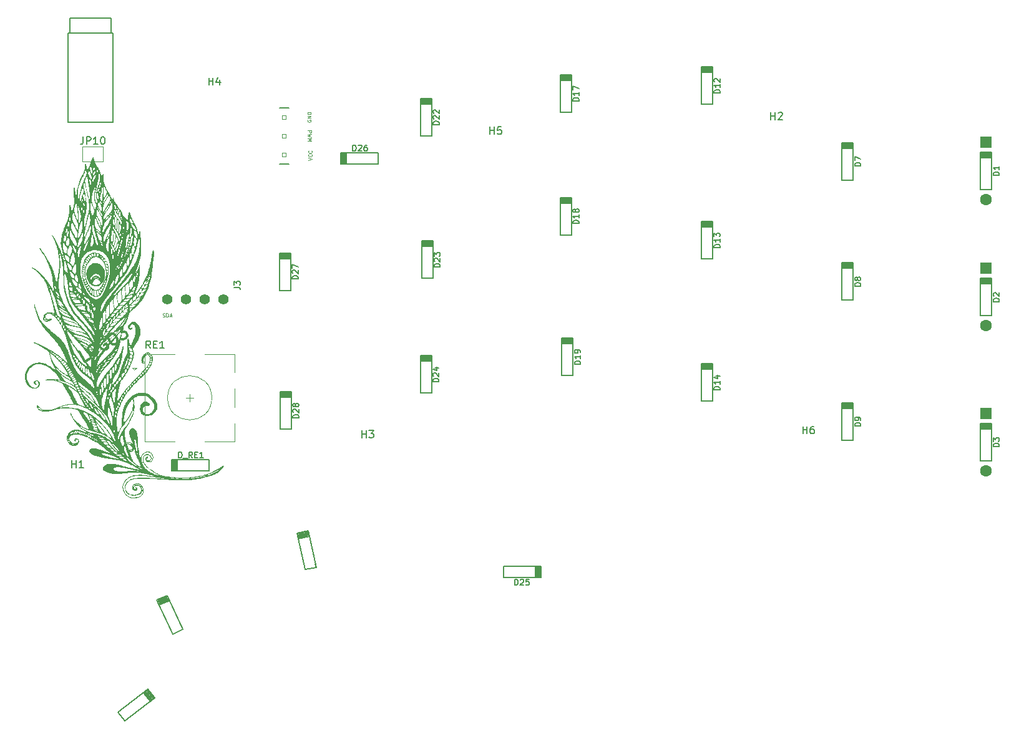
<source format=gbr>
%TF.GenerationSoftware,KiCad,Pcbnew,7.0.6*%
%TF.CreationDate,2024-02-22T22:41:17+11:00*%
%TF.ProjectId,Pteron36v0,50746572-6f6e-4333-9676-302e6b696361,rev?*%
%TF.SameCoordinates,Original*%
%TF.FileFunction,Legend,Top*%
%TF.FilePolarity,Positive*%
%FSLAX46Y46*%
G04 Gerber Fmt 4.6, Leading zero omitted, Abs format (unit mm)*
G04 Created by KiCad (PCBNEW 7.0.6) date 2024-02-22 22:41:17*
%MOMM*%
%LPD*%
G01*
G04 APERTURE LIST*
%ADD10C,0.125000*%
%ADD11C,0.150000*%
%ADD12C,0.300000*%
%ADD13C,0.120000*%
%ADD14C,0.066040*%
%ADD15C,0.203200*%
%ADD16C,1.600000*%
%ADD17R,1.600000X1.600000*%
%ADD18C,1.397000*%
G04 APERTURE END LIST*
D10*
X146060958Y-73411762D02*
X146560958Y-73411762D01*
X146560958Y-73411762D02*
X146560958Y-73602238D01*
X146560958Y-73602238D02*
X146537148Y-73649857D01*
X146537148Y-73649857D02*
X146513339Y-73673667D01*
X146513339Y-73673667D02*
X146465720Y-73697476D01*
X146465720Y-73697476D02*
X146394291Y-73697476D01*
X146394291Y-73697476D02*
X146346672Y-73673667D01*
X146346672Y-73673667D02*
X146322863Y-73649857D01*
X146322863Y-73649857D02*
X146299053Y-73602238D01*
X146299053Y-73602238D02*
X146299053Y-73411762D01*
X146560958Y-73864143D02*
X146060958Y-73983191D01*
X146060958Y-73983191D02*
X146418101Y-74078429D01*
X146418101Y-74078429D02*
X146060958Y-74173667D01*
X146060958Y-74173667D02*
X146560958Y-74292715D01*
X146060958Y-74483191D02*
X146560958Y-74483191D01*
X146560958Y-74483191D02*
X146203815Y-74649858D01*
X146203815Y-74649858D02*
X146560958Y-74816524D01*
X146560958Y-74816524D02*
X146060958Y-74816524D01*
X146137577Y-77447808D02*
X146637577Y-77281142D01*
X146637577Y-77281142D02*
X146137577Y-77114475D01*
X146589958Y-76662095D02*
X146613768Y-76685904D01*
X146613768Y-76685904D02*
X146637577Y-76757333D01*
X146637577Y-76757333D02*
X146637577Y-76804952D01*
X146637577Y-76804952D02*
X146613768Y-76876380D01*
X146613768Y-76876380D02*
X146566148Y-76923999D01*
X146566148Y-76923999D02*
X146518529Y-76947809D01*
X146518529Y-76947809D02*
X146423291Y-76971618D01*
X146423291Y-76971618D02*
X146351863Y-76971618D01*
X146351863Y-76971618D02*
X146256625Y-76947809D01*
X146256625Y-76947809D02*
X146209006Y-76923999D01*
X146209006Y-76923999D02*
X146161387Y-76876380D01*
X146161387Y-76876380D02*
X146137577Y-76804952D01*
X146137577Y-76804952D02*
X146137577Y-76757333D01*
X146137577Y-76757333D02*
X146161387Y-76685904D01*
X146161387Y-76685904D02*
X146185196Y-76662095D01*
X146589958Y-76162095D02*
X146613768Y-76185904D01*
X146613768Y-76185904D02*
X146637577Y-76257333D01*
X146637577Y-76257333D02*
X146637577Y-76304952D01*
X146637577Y-76304952D02*
X146613768Y-76376380D01*
X146613768Y-76376380D02*
X146566148Y-76423999D01*
X146566148Y-76423999D02*
X146518529Y-76447809D01*
X146518529Y-76447809D02*
X146423291Y-76471618D01*
X146423291Y-76471618D02*
X146351863Y-76471618D01*
X146351863Y-76471618D02*
X146256625Y-76447809D01*
X146256625Y-76447809D02*
X146209006Y-76423999D01*
X146209006Y-76423999D02*
X146161387Y-76376380D01*
X146161387Y-76376380D02*
X146137577Y-76304952D01*
X146137577Y-76304952D02*
X146137577Y-76257333D01*
X146137577Y-76257333D02*
X146161387Y-76185904D01*
X146161387Y-76185904D02*
X146185196Y-76162095D01*
X146034388Y-71955095D02*
X146010578Y-72002714D01*
X146010578Y-72002714D02*
X146010578Y-72074143D01*
X146010578Y-72074143D02*
X146034388Y-72145571D01*
X146034388Y-72145571D02*
X146082007Y-72193190D01*
X146082007Y-72193190D02*
X146129626Y-72217000D01*
X146129626Y-72217000D02*
X146224864Y-72240809D01*
X146224864Y-72240809D02*
X146296292Y-72240809D01*
X146296292Y-72240809D02*
X146391530Y-72217000D01*
X146391530Y-72217000D02*
X146439149Y-72193190D01*
X146439149Y-72193190D02*
X146486769Y-72145571D01*
X146486769Y-72145571D02*
X146510578Y-72074143D01*
X146510578Y-72074143D02*
X146510578Y-72026524D01*
X146510578Y-72026524D02*
X146486769Y-71955095D01*
X146486769Y-71955095D02*
X146462959Y-71931286D01*
X146462959Y-71931286D02*
X146296292Y-71931286D01*
X146296292Y-71931286D02*
X146296292Y-72026524D01*
X146510578Y-71717000D02*
X146010578Y-71717000D01*
X146010578Y-71717000D02*
X146510578Y-71431286D01*
X146510578Y-71431286D02*
X146010578Y-71431286D01*
X146510578Y-71193190D02*
X146010578Y-71193190D01*
X146010578Y-71193190D02*
X146010578Y-71074142D01*
X146010578Y-71074142D02*
X146034388Y-71002714D01*
X146034388Y-71002714D02*
X146082007Y-70955095D01*
X146082007Y-70955095D02*
X146129626Y-70931285D01*
X146129626Y-70931285D02*
X146224864Y-70907476D01*
X146224864Y-70907476D02*
X146296292Y-70907476D01*
X146296292Y-70907476D02*
X146391530Y-70931285D01*
X146391530Y-70931285D02*
X146439149Y-70955095D01*
X146439149Y-70955095D02*
X146486769Y-71002714D01*
X146486769Y-71002714D02*
X146510578Y-71074142D01*
X146510578Y-71074142D02*
X146510578Y-71193190D01*
X126374627Y-98699143D02*
X126446055Y-98722952D01*
X126446055Y-98722952D02*
X126565103Y-98722952D01*
X126565103Y-98722952D02*
X126612722Y-98699143D01*
X126612722Y-98699143D02*
X126636531Y-98675333D01*
X126636531Y-98675333D02*
X126660341Y-98627714D01*
X126660341Y-98627714D02*
X126660341Y-98580095D01*
X126660341Y-98580095D02*
X126636531Y-98532476D01*
X126636531Y-98532476D02*
X126612722Y-98508666D01*
X126612722Y-98508666D02*
X126565103Y-98484857D01*
X126565103Y-98484857D02*
X126469865Y-98461047D01*
X126469865Y-98461047D02*
X126422246Y-98437238D01*
X126422246Y-98437238D02*
X126398436Y-98413428D01*
X126398436Y-98413428D02*
X126374627Y-98365809D01*
X126374627Y-98365809D02*
X126374627Y-98318190D01*
X126374627Y-98318190D02*
X126398436Y-98270571D01*
X126398436Y-98270571D02*
X126422246Y-98246762D01*
X126422246Y-98246762D02*
X126469865Y-98222952D01*
X126469865Y-98222952D02*
X126588912Y-98222952D01*
X126588912Y-98222952D02*
X126660341Y-98246762D01*
X126874626Y-98722952D02*
X126874626Y-98222952D01*
X126874626Y-98222952D02*
X126993674Y-98222952D01*
X126993674Y-98222952D02*
X127065102Y-98246762D01*
X127065102Y-98246762D02*
X127112721Y-98294381D01*
X127112721Y-98294381D02*
X127136531Y-98342000D01*
X127136531Y-98342000D02*
X127160340Y-98437238D01*
X127160340Y-98437238D02*
X127160340Y-98508666D01*
X127160340Y-98508666D02*
X127136531Y-98603904D01*
X127136531Y-98603904D02*
X127112721Y-98651523D01*
X127112721Y-98651523D02*
X127065102Y-98699143D01*
X127065102Y-98699143D02*
X126993674Y-98722952D01*
X126993674Y-98722952D02*
X126874626Y-98722952D01*
X127350817Y-98580095D02*
X127588912Y-98580095D01*
X127303198Y-98722952D02*
X127469864Y-98222952D01*
X127469864Y-98222952D02*
X127636531Y-98722952D01*
D11*
X239887295Y-116315875D02*
X239087295Y-116315875D01*
X239087295Y-116315875D02*
X239087295Y-116125399D01*
X239087295Y-116125399D02*
X239125390Y-116011113D01*
X239125390Y-116011113D02*
X239201580Y-115934923D01*
X239201580Y-115934923D02*
X239277771Y-115896828D01*
X239277771Y-115896828D02*
X239430152Y-115858732D01*
X239430152Y-115858732D02*
X239544438Y-115858732D01*
X239544438Y-115858732D02*
X239696819Y-115896828D01*
X239696819Y-115896828D02*
X239773009Y-115934923D01*
X239773009Y-115934923D02*
X239849200Y-116011113D01*
X239849200Y-116011113D02*
X239887295Y-116125399D01*
X239887295Y-116125399D02*
X239887295Y-116315875D01*
X239087295Y-115592066D02*
X239087295Y-115096828D01*
X239087295Y-115096828D02*
X239392057Y-115363494D01*
X239392057Y-115363494D02*
X239392057Y-115249209D01*
X239392057Y-115249209D02*
X239430152Y-115173018D01*
X239430152Y-115173018D02*
X239468247Y-115134923D01*
X239468247Y-115134923D02*
X239544438Y-115096828D01*
X239544438Y-115096828D02*
X239734914Y-115096828D01*
X239734914Y-115096828D02*
X239811104Y-115134923D01*
X239811104Y-115134923D02*
X239849200Y-115173018D01*
X239849200Y-115173018D02*
X239887295Y-115249209D01*
X239887295Y-115249209D02*
X239887295Y-115477780D01*
X239887295Y-115477780D02*
X239849200Y-115553971D01*
X239849200Y-115553971D02*
X239811104Y-115592066D01*
X239887295Y-96630875D02*
X239087295Y-96630875D01*
X239087295Y-96630875D02*
X239087295Y-96440399D01*
X239087295Y-96440399D02*
X239125390Y-96326113D01*
X239125390Y-96326113D02*
X239201580Y-96249923D01*
X239201580Y-96249923D02*
X239277771Y-96211828D01*
X239277771Y-96211828D02*
X239430152Y-96173732D01*
X239430152Y-96173732D02*
X239544438Y-96173732D01*
X239544438Y-96173732D02*
X239696819Y-96211828D01*
X239696819Y-96211828D02*
X239773009Y-96249923D01*
X239773009Y-96249923D02*
X239849200Y-96326113D01*
X239849200Y-96326113D02*
X239887295Y-96440399D01*
X239887295Y-96440399D02*
X239887295Y-96630875D01*
X239163485Y-95868971D02*
X239125390Y-95830875D01*
X239125390Y-95830875D02*
X239087295Y-95754685D01*
X239087295Y-95754685D02*
X239087295Y-95564209D01*
X239087295Y-95564209D02*
X239125390Y-95488018D01*
X239125390Y-95488018D02*
X239163485Y-95449923D01*
X239163485Y-95449923D02*
X239239676Y-95411828D01*
X239239676Y-95411828D02*
X239315866Y-95411828D01*
X239315866Y-95411828D02*
X239430152Y-95449923D01*
X239430152Y-95449923D02*
X239887295Y-95907066D01*
X239887295Y-95907066D02*
X239887295Y-95411828D01*
X239887295Y-79485875D02*
X239087295Y-79485875D01*
X239087295Y-79485875D02*
X239087295Y-79295399D01*
X239087295Y-79295399D02*
X239125390Y-79181113D01*
X239125390Y-79181113D02*
X239201580Y-79104923D01*
X239201580Y-79104923D02*
X239277771Y-79066828D01*
X239277771Y-79066828D02*
X239430152Y-79028732D01*
X239430152Y-79028732D02*
X239544438Y-79028732D01*
X239544438Y-79028732D02*
X239696819Y-79066828D01*
X239696819Y-79066828D02*
X239773009Y-79104923D01*
X239773009Y-79104923D02*
X239849200Y-79181113D01*
X239849200Y-79181113D02*
X239887295Y-79295399D01*
X239887295Y-79295399D02*
X239887295Y-79485875D01*
X239887295Y-78266828D02*
X239887295Y-78723971D01*
X239887295Y-78495399D02*
X239087295Y-78495399D01*
X239087295Y-78495399D02*
X239201580Y-78571590D01*
X239201580Y-78571590D02*
X239277771Y-78647780D01*
X239277771Y-78647780D02*
X239315866Y-78723971D01*
X124730952Y-102954819D02*
X124397619Y-102478628D01*
X124159524Y-102954819D02*
X124159524Y-101954819D01*
X124159524Y-101954819D02*
X124540476Y-101954819D01*
X124540476Y-101954819D02*
X124635714Y-102002438D01*
X124635714Y-102002438D02*
X124683333Y-102050057D01*
X124683333Y-102050057D02*
X124730952Y-102145295D01*
X124730952Y-102145295D02*
X124730952Y-102288152D01*
X124730952Y-102288152D02*
X124683333Y-102383390D01*
X124683333Y-102383390D02*
X124635714Y-102431009D01*
X124635714Y-102431009D02*
X124540476Y-102478628D01*
X124540476Y-102478628D02*
X124159524Y-102478628D01*
X125159524Y-102431009D02*
X125492857Y-102431009D01*
X125635714Y-102954819D02*
X125159524Y-102954819D01*
X125159524Y-102954819D02*
X125159524Y-101954819D01*
X125159524Y-101954819D02*
X125635714Y-101954819D01*
X126588095Y-102954819D02*
X126016667Y-102954819D01*
X126302381Y-102954819D02*
X126302381Y-101954819D01*
X126302381Y-101954819D02*
X126207143Y-102097676D01*
X126207143Y-102097676D02*
X126111905Y-102192914D01*
X126111905Y-102192914D02*
X126016667Y-102240533D01*
X208913288Y-71927763D02*
X208913288Y-70927763D01*
X208913288Y-71403953D02*
X209484716Y-71403953D01*
X209484716Y-71927763D02*
X209484716Y-70927763D01*
X209913288Y-71023001D02*
X209960907Y-70975382D01*
X209960907Y-70975382D02*
X210056145Y-70927763D01*
X210056145Y-70927763D02*
X210294240Y-70927763D01*
X210294240Y-70927763D02*
X210389478Y-70975382D01*
X210389478Y-70975382D02*
X210437097Y-71023001D01*
X210437097Y-71023001D02*
X210484716Y-71118239D01*
X210484716Y-71118239D02*
X210484716Y-71213477D01*
X210484716Y-71213477D02*
X210437097Y-71356334D01*
X210437097Y-71356334D02*
X209865669Y-71927763D01*
X209865669Y-71927763D02*
X210484716Y-71927763D01*
X132646063Y-67228762D02*
X132646063Y-66228762D01*
X132646063Y-66704952D02*
X133217491Y-66704952D01*
X133217491Y-67228762D02*
X133217491Y-66228762D01*
X134122253Y-66562095D02*
X134122253Y-67228762D01*
X133884158Y-66181143D02*
X133646063Y-66895428D01*
X133646063Y-66895428D02*
X134265110Y-66895428D01*
X170815878Y-73908962D02*
X170815878Y-72908962D01*
X170815878Y-73385152D02*
X171387306Y-73385152D01*
X171387306Y-73908962D02*
X171387306Y-72908962D01*
X172339687Y-72908962D02*
X171863497Y-72908962D01*
X171863497Y-72908962D02*
X171815878Y-73385152D01*
X171815878Y-73385152D02*
X171863497Y-73337533D01*
X171863497Y-73337533D02*
X171958735Y-73289914D01*
X171958735Y-73289914D02*
X172196830Y-73289914D01*
X172196830Y-73289914D02*
X172292068Y-73337533D01*
X172292068Y-73337533D02*
X172339687Y-73385152D01*
X172339687Y-73385152D02*
X172387306Y-73480390D01*
X172387306Y-73480390D02*
X172387306Y-73718485D01*
X172387306Y-73718485D02*
X172339687Y-73813723D01*
X172339687Y-73813723D02*
X172292068Y-73861343D01*
X172292068Y-73861343D02*
X172196830Y-73908962D01*
X172196830Y-73908962D02*
X171958735Y-73908962D01*
X171958735Y-73908962D02*
X171863497Y-73861343D01*
X171863497Y-73861343D02*
X171815878Y-73813723D01*
X213238095Y-114554819D02*
X213238095Y-113554819D01*
X213238095Y-114031009D02*
X213809523Y-114031009D01*
X213809523Y-114554819D02*
X213809523Y-113554819D01*
X214714285Y-113554819D02*
X214523809Y-113554819D01*
X214523809Y-113554819D02*
X214428571Y-113602438D01*
X214428571Y-113602438D02*
X214380952Y-113650057D01*
X214380952Y-113650057D02*
X214285714Y-113792914D01*
X214285714Y-113792914D02*
X214238095Y-113983390D01*
X214238095Y-113983390D02*
X214238095Y-114364342D01*
X214238095Y-114364342D02*
X214285714Y-114459580D01*
X214285714Y-114459580D02*
X214333333Y-114507200D01*
X214333333Y-114507200D02*
X214428571Y-114554819D01*
X214428571Y-114554819D02*
X214619047Y-114554819D01*
X214619047Y-114554819D02*
X214714285Y-114507200D01*
X214714285Y-114507200D02*
X214761904Y-114459580D01*
X214761904Y-114459580D02*
X214809523Y-114364342D01*
X214809523Y-114364342D02*
X214809523Y-114126247D01*
X214809523Y-114126247D02*
X214761904Y-114031009D01*
X214761904Y-114031009D02*
X214714285Y-113983390D01*
X214714285Y-113983390D02*
X214619047Y-113935771D01*
X214619047Y-113935771D02*
X214428571Y-113935771D01*
X214428571Y-113935771D02*
X214333333Y-113983390D01*
X214333333Y-113983390D02*
X214285714Y-114031009D01*
X214285714Y-114031009D02*
X214238095Y-114126247D01*
X114046095Y-119174819D02*
X114046095Y-118174819D01*
X114046095Y-118651009D02*
X114617523Y-118651009D01*
X114617523Y-119174819D02*
X114617523Y-118174819D01*
X115617523Y-119174819D02*
X115046095Y-119174819D01*
X115331809Y-119174819D02*
X115331809Y-118174819D01*
X115331809Y-118174819D02*
X115236571Y-118317676D01*
X115236571Y-118317676D02*
X115141333Y-118412914D01*
X115141333Y-118412914D02*
X115046095Y-118460533D01*
X153416095Y-115110819D02*
X153416095Y-114110819D01*
X153416095Y-114587009D02*
X153987523Y-114587009D01*
X153987523Y-115110819D02*
X153987523Y-114110819D01*
X154368476Y-114110819D02*
X154987523Y-114110819D01*
X154987523Y-114110819D02*
X154654190Y-114491771D01*
X154654190Y-114491771D02*
X154797047Y-114491771D01*
X154797047Y-114491771D02*
X154892285Y-114539390D01*
X154892285Y-114539390D02*
X154939904Y-114587009D01*
X154939904Y-114587009D02*
X154987523Y-114682247D01*
X154987523Y-114682247D02*
X154987523Y-114920342D01*
X154987523Y-114920342D02*
X154939904Y-115015580D01*
X154939904Y-115015580D02*
X154892285Y-115063200D01*
X154892285Y-115063200D02*
X154797047Y-115110819D01*
X154797047Y-115110819D02*
X154511333Y-115110819D01*
X154511333Y-115110819D02*
X154416095Y-115063200D01*
X154416095Y-115063200D02*
X154368476Y-115015580D01*
X163876456Y-72578125D02*
X163076456Y-72578125D01*
X163076456Y-72578125D02*
X163076456Y-72387649D01*
X163076456Y-72387649D02*
X163114551Y-72273363D01*
X163114551Y-72273363D02*
X163190741Y-72197173D01*
X163190741Y-72197173D02*
X163266932Y-72159078D01*
X163266932Y-72159078D02*
X163419313Y-72120982D01*
X163419313Y-72120982D02*
X163533599Y-72120982D01*
X163533599Y-72120982D02*
X163685980Y-72159078D01*
X163685980Y-72159078D02*
X163762170Y-72197173D01*
X163762170Y-72197173D02*
X163838361Y-72273363D01*
X163838361Y-72273363D02*
X163876456Y-72387649D01*
X163876456Y-72387649D02*
X163876456Y-72578125D01*
X163152646Y-71816221D02*
X163114551Y-71778125D01*
X163114551Y-71778125D02*
X163076456Y-71701935D01*
X163076456Y-71701935D02*
X163076456Y-71511459D01*
X163076456Y-71511459D02*
X163114551Y-71435268D01*
X163114551Y-71435268D02*
X163152646Y-71397173D01*
X163152646Y-71397173D02*
X163228837Y-71359078D01*
X163228837Y-71359078D02*
X163305027Y-71359078D01*
X163305027Y-71359078D02*
X163419313Y-71397173D01*
X163419313Y-71397173D02*
X163876456Y-71854316D01*
X163876456Y-71854316D02*
X163876456Y-71359078D01*
X163152646Y-71054316D02*
X163114551Y-71016220D01*
X163114551Y-71016220D02*
X163076456Y-70940030D01*
X163076456Y-70940030D02*
X163076456Y-70749554D01*
X163076456Y-70749554D02*
X163114551Y-70673363D01*
X163114551Y-70673363D02*
X163152646Y-70635268D01*
X163152646Y-70635268D02*
X163228837Y-70597173D01*
X163228837Y-70597173D02*
X163305027Y-70597173D01*
X163305027Y-70597173D02*
X163419313Y-70635268D01*
X163419313Y-70635268D02*
X163876456Y-71092411D01*
X163876456Y-71092411D02*
X163876456Y-70597173D01*
X183051465Y-105137959D02*
X182251465Y-105137959D01*
X182251465Y-105137959D02*
X182251465Y-104947483D01*
X182251465Y-104947483D02*
X182289560Y-104833197D01*
X182289560Y-104833197D02*
X182365750Y-104757007D01*
X182365750Y-104757007D02*
X182441941Y-104718912D01*
X182441941Y-104718912D02*
X182594322Y-104680816D01*
X182594322Y-104680816D02*
X182708608Y-104680816D01*
X182708608Y-104680816D02*
X182860989Y-104718912D01*
X182860989Y-104718912D02*
X182937179Y-104757007D01*
X182937179Y-104757007D02*
X183013370Y-104833197D01*
X183013370Y-104833197D02*
X183051465Y-104947483D01*
X183051465Y-104947483D02*
X183051465Y-105137959D01*
X183051465Y-103918912D02*
X183051465Y-104376055D01*
X183051465Y-104147483D02*
X182251465Y-104147483D01*
X182251465Y-104147483D02*
X182365750Y-104223674D01*
X182365750Y-104223674D02*
X182441941Y-104299864D01*
X182441941Y-104299864D02*
X182480036Y-104376055D01*
X183051465Y-103537959D02*
X183051465Y-103385578D01*
X183051465Y-103385578D02*
X183013370Y-103309388D01*
X183013370Y-103309388D02*
X182975274Y-103271292D01*
X182975274Y-103271292D02*
X182860989Y-103195102D01*
X182860989Y-103195102D02*
X182708608Y-103157007D01*
X182708608Y-103157007D02*
X182403846Y-103157007D01*
X182403846Y-103157007D02*
X182327655Y-103195102D01*
X182327655Y-103195102D02*
X182289560Y-103233197D01*
X182289560Y-103233197D02*
X182251465Y-103309388D01*
X182251465Y-103309388D02*
X182251465Y-103461769D01*
X182251465Y-103461769D02*
X182289560Y-103537959D01*
X182289560Y-103537959D02*
X182327655Y-103576054D01*
X182327655Y-103576054D02*
X182403846Y-103614150D01*
X182403846Y-103614150D02*
X182594322Y-103614150D01*
X182594322Y-103614150D02*
X182670512Y-103576054D01*
X182670512Y-103576054D02*
X182708608Y-103537959D01*
X182708608Y-103537959D02*
X182746703Y-103461769D01*
X182746703Y-103461769D02*
X182746703Y-103309388D01*
X182746703Y-103309388D02*
X182708608Y-103233197D01*
X182708608Y-103233197D02*
X182670512Y-103195102D01*
X182670512Y-103195102D02*
X182594322Y-103157007D01*
X152172340Y-76175238D02*
X152172340Y-75375238D01*
X152172340Y-75375238D02*
X152362816Y-75375238D01*
X152362816Y-75375238D02*
X152477102Y-75413333D01*
X152477102Y-75413333D02*
X152553292Y-75489523D01*
X152553292Y-75489523D02*
X152591387Y-75565714D01*
X152591387Y-75565714D02*
X152629483Y-75718095D01*
X152629483Y-75718095D02*
X152629483Y-75832381D01*
X152629483Y-75832381D02*
X152591387Y-75984762D01*
X152591387Y-75984762D02*
X152553292Y-76060952D01*
X152553292Y-76060952D02*
X152477102Y-76137143D01*
X152477102Y-76137143D02*
X152362816Y-76175238D01*
X152362816Y-76175238D02*
X152172340Y-76175238D01*
X152934244Y-75451428D02*
X152972340Y-75413333D01*
X152972340Y-75413333D02*
X153048530Y-75375238D01*
X153048530Y-75375238D02*
X153239006Y-75375238D01*
X153239006Y-75375238D02*
X153315197Y-75413333D01*
X153315197Y-75413333D02*
X153353292Y-75451428D01*
X153353292Y-75451428D02*
X153391387Y-75527619D01*
X153391387Y-75527619D02*
X153391387Y-75603809D01*
X153391387Y-75603809D02*
X153353292Y-75718095D01*
X153353292Y-75718095D02*
X152896149Y-76175238D01*
X152896149Y-76175238D02*
X153391387Y-76175238D01*
X154077102Y-75375238D02*
X153924721Y-75375238D01*
X153924721Y-75375238D02*
X153848530Y-75413333D01*
X153848530Y-75413333D02*
X153810435Y-75451428D01*
X153810435Y-75451428D02*
X153734245Y-75565714D01*
X153734245Y-75565714D02*
X153696149Y-75718095D01*
X153696149Y-75718095D02*
X153696149Y-76022857D01*
X153696149Y-76022857D02*
X153734245Y-76099047D01*
X153734245Y-76099047D02*
X153772340Y-76137143D01*
X153772340Y-76137143D02*
X153848530Y-76175238D01*
X153848530Y-76175238D02*
X154000911Y-76175238D01*
X154000911Y-76175238D02*
X154077102Y-76137143D01*
X154077102Y-76137143D02*
X154115197Y-76099047D01*
X154115197Y-76099047D02*
X154153292Y-76022857D01*
X154153292Y-76022857D02*
X154153292Y-75832381D01*
X154153292Y-75832381D02*
X154115197Y-75756190D01*
X154115197Y-75756190D02*
X154077102Y-75718095D01*
X154077102Y-75718095D02*
X154000911Y-75680000D01*
X154000911Y-75680000D02*
X153848530Y-75680000D01*
X153848530Y-75680000D02*
X153772340Y-75718095D01*
X153772340Y-75718095D02*
X153734245Y-75756190D01*
X153734245Y-75756190D02*
X153696149Y-75832381D01*
X144854310Y-112418610D02*
X144054310Y-112418610D01*
X144054310Y-112418610D02*
X144054310Y-112228134D01*
X144054310Y-112228134D02*
X144092405Y-112113848D01*
X144092405Y-112113848D02*
X144168595Y-112037658D01*
X144168595Y-112037658D02*
X144244786Y-111999563D01*
X144244786Y-111999563D02*
X144397167Y-111961467D01*
X144397167Y-111961467D02*
X144511453Y-111961467D01*
X144511453Y-111961467D02*
X144663834Y-111999563D01*
X144663834Y-111999563D02*
X144740024Y-112037658D01*
X144740024Y-112037658D02*
X144816215Y-112113848D01*
X144816215Y-112113848D02*
X144854310Y-112228134D01*
X144854310Y-112228134D02*
X144854310Y-112418610D01*
X144130500Y-111656706D02*
X144092405Y-111618610D01*
X144092405Y-111618610D02*
X144054310Y-111542420D01*
X144054310Y-111542420D02*
X144054310Y-111351944D01*
X144054310Y-111351944D02*
X144092405Y-111275753D01*
X144092405Y-111275753D02*
X144130500Y-111237658D01*
X144130500Y-111237658D02*
X144206691Y-111199563D01*
X144206691Y-111199563D02*
X144282881Y-111199563D01*
X144282881Y-111199563D02*
X144397167Y-111237658D01*
X144397167Y-111237658D02*
X144854310Y-111694801D01*
X144854310Y-111694801D02*
X144854310Y-111199563D01*
X144397167Y-110742420D02*
X144359072Y-110818610D01*
X144359072Y-110818610D02*
X144320976Y-110856705D01*
X144320976Y-110856705D02*
X144244786Y-110894801D01*
X144244786Y-110894801D02*
X144206691Y-110894801D01*
X144206691Y-110894801D02*
X144130500Y-110856705D01*
X144130500Y-110856705D02*
X144092405Y-110818610D01*
X144092405Y-110818610D02*
X144054310Y-110742420D01*
X144054310Y-110742420D02*
X144054310Y-110590039D01*
X144054310Y-110590039D02*
X144092405Y-110513848D01*
X144092405Y-110513848D02*
X144130500Y-110475753D01*
X144130500Y-110475753D02*
X144206691Y-110437658D01*
X144206691Y-110437658D02*
X144244786Y-110437658D01*
X144244786Y-110437658D02*
X144320976Y-110475753D01*
X144320976Y-110475753D02*
X144359072Y-110513848D01*
X144359072Y-110513848D02*
X144397167Y-110590039D01*
X144397167Y-110590039D02*
X144397167Y-110742420D01*
X144397167Y-110742420D02*
X144435262Y-110818610D01*
X144435262Y-110818610D02*
X144473357Y-110856705D01*
X144473357Y-110856705D02*
X144549548Y-110894801D01*
X144549548Y-110894801D02*
X144701929Y-110894801D01*
X144701929Y-110894801D02*
X144778119Y-110856705D01*
X144778119Y-110856705D02*
X144816215Y-110818610D01*
X144816215Y-110818610D02*
X144854310Y-110742420D01*
X144854310Y-110742420D02*
X144854310Y-110590039D01*
X144854310Y-110590039D02*
X144816215Y-110513848D01*
X144816215Y-110513848D02*
X144778119Y-110475753D01*
X144778119Y-110475753D02*
X144701929Y-110437658D01*
X144701929Y-110437658D02*
X144549548Y-110437658D01*
X144549548Y-110437658D02*
X144473357Y-110475753D01*
X144473357Y-110475753D02*
X144435262Y-110513848D01*
X144435262Y-110513848D02*
X144397167Y-110590039D01*
X144762142Y-93564832D02*
X143962142Y-93564832D01*
X143962142Y-93564832D02*
X143962142Y-93374356D01*
X143962142Y-93374356D02*
X144000237Y-93260070D01*
X144000237Y-93260070D02*
X144076427Y-93183880D01*
X144076427Y-93183880D02*
X144152618Y-93145785D01*
X144152618Y-93145785D02*
X144304999Y-93107689D01*
X144304999Y-93107689D02*
X144419285Y-93107689D01*
X144419285Y-93107689D02*
X144571666Y-93145785D01*
X144571666Y-93145785D02*
X144647856Y-93183880D01*
X144647856Y-93183880D02*
X144724047Y-93260070D01*
X144724047Y-93260070D02*
X144762142Y-93374356D01*
X144762142Y-93374356D02*
X144762142Y-93564832D01*
X144038332Y-92802928D02*
X144000237Y-92764832D01*
X144000237Y-92764832D02*
X143962142Y-92688642D01*
X143962142Y-92688642D02*
X143962142Y-92498166D01*
X143962142Y-92498166D02*
X144000237Y-92421975D01*
X144000237Y-92421975D02*
X144038332Y-92383880D01*
X144038332Y-92383880D02*
X144114523Y-92345785D01*
X144114523Y-92345785D02*
X144190713Y-92345785D01*
X144190713Y-92345785D02*
X144304999Y-92383880D01*
X144304999Y-92383880D02*
X144762142Y-92841023D01*
X144762142Y-92841023D02*
X144762142Y-92345785D01*
X143962142Y-92079118D02*
X143962142Y-91545784D01*
X143962142Y-91545784D02*
X144762142Y-91888642D01*
X201975472Y-108603931D02*
X201175472Y-108603931D01*
X201175472Y-108603931D02*
X201175472Y-108413455D01*
X201175472Y-108413455D02*
X201213567Y-108299169D01*
X201213567Y-108299169D02*
X201289757Y-108222979D01*
X201289757Y-108222979D02*
X201365948Y-108184884D01*
X201365948Y-108184884D02*
X201518329Y-108146788D01*
X201518329Y-108146788D02*
X201632615Y-108146788D01*
X201632615Y-108146788D02*
X201784996Y-108184884D01*
X201784996Y-108184884D02*
X201861186Y-108222979D01*
X201861186Y-108222979D02*
X201937377Y-108299169D01*
X201937377Y-108299169D02*
X201975472Y-108413455D01*
X201975472Y-108413455D02*
X201975472Y-108603931D01*
X201975472Y-107384884D02*
X201975472Y-107842027D01*
X201975472Y-107613455D02*
X201175472Y-107613455D01*
X201175472Y-107613455D02*
X201289757Y-107689646D01*
X201289757Y-107689646D02*
X201365948Y-107765836D01*
X201365948Y-107765836D02*
X201404043Y-107842027D01*
X201442138Y-106699169D02*
X201975472Y-106699169D01*
X201137377Y-106889645D02*
X201708805Y-107080122D01*
X201708805Y-107080122D02*
X201708805Y-106584883D01*
X163866672Y-107505128D02*
X163066672Y-107505128D01*
X163066672Y-107505128D02*
X163066672Y-107314652D01*
X163066672Y-107314652D02*
X163104767Y-107200366D01*
X163104767Y-107200366D02*
X163180957Y-107124176D01*
X163180957Y-107124176D02*
X163257148Y-107086081D01*
X163257148Y-107086081D02*
X163409529Y-107047985D01*
X163409529Y-107047985D02*
X163523815Y-107047985D01*
X163523815Y-107047985D02*
X163676196Y-107086081D01*
X163676196Y-107086081D02*
X163752386Y-107124176D01*
X163752386Y-107124176D02*
X163828577Y-107200366D01*
X163828577Y-107200366D02*
X163866672Y-107314652D01*
X163866672Y-107314652D02*
X163866672Y-107505128D01*
X163142862Y-106743224D02*
X163104767Y-106705128D01*
X163104767Y-106705128D02*
X163066672Y-106628938D01*
X163066672Y-106628938D02*
X163066672Y-106438462D01*
X163066672Y-106438462D02*
X163104767Y-106362271D01*
X163104767Y-106362271D02*
X163142862Y-106324176D01*
X163142862Y-106324176D02*
X163219053Y-106286081D01*
X163219053Y-106286081D02*
X163295243Y-106286081D01*
X163295243Y-106286081D02*
X163409529Y-106324176D01*
X163409529Y-106324176D02*
X163866672Y-106781319D01*
X163866672Y-106781319D02*
X163866672Y-106286081D01*
X163333338Y-105600366D02*
X163866672Y-105600366D01*
X163028577Y-105790842D02*
X163600005Y-105981319D01*
X163600005Y-105981319D02*
X163600005Y-105486080D01*
X221082483Y-113547310D02*
X220282483Y-113547310D01*
X220282483Y-113547310D02*
X220282483Y-113356834D01*
X220282483Y-113356834D02*
X220320578Y-113242548D01*
X220320578Y-113242548D02*
X220396768Y-113166358D01*
X220396768Y-113166358D02*
X220472959Y-113128263D01*
X220472959Y-113128263D02*
X220625340Y-113090167D01*
X220625340Y-113090167D02*
X220739626Y-113090167D01*
X220739626Y-113090167D02*
X220892007Y-113128263D01*
X220892007Y-113128263D02*
X220968197Y-113166358D01*
X220968197Y-113166358D02*
X221044388Y-113242548D01*
X221044388Y-113242548D02*
X221082483Y-113356834D01*
X221082483Y-113356834D02*
X221082483Y-113547310D01*
X221082483Y-112709215D02*
X221082483Y-112556834D01*
X221082483Y-112556834D02*
X221044388Y-112480644D01*
X221044388Y-112480644D02*
X221006292Y-112442548D01*
X221006292Y-112442548D02*
X220892007Y-112366358D01*
X220892007Y-112366358D02*
X220739626Y-112328263D01*
X220739626Y-112328263D02*
X220434864Y-112328263D01*
X220434864Y-112328263D02*
X220358673Y-112366358D01*
X220358673Y-112366358D02*
X220320578Y-112404453D01*
X220320578Y-112404453D02*
X220282483Y-112480644D01*
X220282483Y-112480644D02*
X220282483Y-112633025D01*
X220282483Y-112633025D02*
X220320578Y-112709215D01*
X220320578Y-112709215D02*
X220358673Y-112747310D01*
X220358673Y-112747310D02*
X220434864Y-112785406D01*
X220434864Y-112785406D02*
X220625340Y-112785406D01*
X220625340Y-112785406D02*
X220701530Y-112747310D01*
X220701530Y-112747310D02*
X220739626Y-112709215D01*
X220739626Y-112709215D02*
X220777721Y-112633025D01*
X220777721Y-112633025D02*
X220777721Y-112480644D01*
X220777721Y-112480644D02*
X220739626Y-112404453D01*
X220739626Y-112404453D02*
X220701530Y-112366358D01*
X220701530Y-112366358D02*
X220625340Y-112328263D01*
X202004629Y-89297368D02*
X201204629Y-89297368D01*
X201204629Y-89297368D02*
X201204629Y-89106892D01*
X201204629Y-89106892D02*
X201242724Y-88992606D01*
X201242724Y-88992606D02*
X201318914Y-88916416D01*
X201318914Y-88916416D02*
X201395105Y-88878321D01*
X201395105Y-88878321D02*
X201547486Y-88840225D01*
X201547486Y-88840225D02*
X201661772Y-88840225D01*
X201661772Y-88840225D02*
X201814153Y-88878321D01*
X201814153Y-88878321D02*
X201890343Y-88916416D01*
X201890343Y-88916416D02*
X201966534Y-88992606D01*
X201966534Y-88992606D02*
X202004629Y-89106892D01*
X202004629Y-89106892D02*
X202004629Y-89297368D01*
X202004629Y-88078321D02*
X202004629Y-88535464D01*
X202004629Y-88306892D02*
X201204629Y-88306892D01*
X201204629Y-88306892D02*
X201318914Y-88383083D01*
X201318914Y-88383083D02*
X201395105Y-88459273D01*
X201395105Y-88459273D02*
X201433200Y-88535464D01*
X201204629Y-87811654D02*
X201204629Y-87316416D01*
X201204629Y-87316416D02*
X201509391Y-87583082D01*
X201509391Y-87583082D02*
X201509391Y-87468797D01*
X201509391Y-87468797D02*
X201547486Y-87392606D01*
X201547486Y-87392606D02*
X201585581Y-87354511D01*
X201585581Y-87354511D02*
X201661772Y-87316416D01*
X201661772Y-87316416D02*
X201852248Y-87316416D01*
X201852248Y-87316416D02*
X201928438Y-87354511D01*
X201928438Y-87354511D02*
X201966534Y-87392606D01*
X201966534Y-87392606D02*
X202004629Y-87468797D01*
X202004629Y-87468797D02*
X202004629Y-87697368D01*
X202004629Y-87697368D02*
X201966534Y-87773559D01*
X201966534Y-87773559D02*
X201928438Y-87811654D01*
X182846064Y-69395970D02*
X182046064Y-69395970D01*
X182046064Y-69395970D02*
X182046064Y-69205494D01*
X182046064Y-69205494D02*
X182084159Y-69091208D01*
X182084159Y-69091208D02*
X182160349Y-69015018D01*
X182160349Y-69015018D02*
X182236540Y-68976923D01*
X182236540Y-68976923D02*
X182388921Y-68938827D01*
X182388921Y-68938827D02*
X182503207Y-68938827D01*
X182503207Y-68938827D02*
X182655588Y-68976923D01*
X182655588Y-68976923D02*
X182731778Y-69015018D01*
X182731778Y-69015018D02*
X182807969Y-69091208D01*
X182807969Y-69091208D02*
X182846064Y-69205494D01*
X182846064Y-69205494D02*
X182846064Y-69395970D01*
X182846064Y-68176923D02*
X182846064Y-68634066D01*
X182846064Y-68405494D02*
X182046064Y-68405494D01*
X182046064Y-68405494D02*
X182160349Y-68481685D01*
X182160349Y-68481685D02*
X182236540Y-68557875D01*
X182236540Y-68557875D02*
X182274635Y-68634066D01*
X182046064Y-67910256D02*
X182046064Y-67376922D01*
X182046064Y-67376922D02*
X182846064Y-67719780D01*
X221082484Y-94512410D02*
X220282484Y-94512410D01*
X220282484Y-94512410D02*
X220282484Y-94321934D01*
X220282484Y-94321934D02*
X220320579Y-94207648D01*
X220320579Y-94207648D02*
X220396769Y-94131458D01*
X220396769Y-94131458D02*
X220472960Y-94093363D01*
X220472960Y-94093363D02*
X220625341Y-94055267D01*
X220625341Y-94055267D02*
X220739627Y-94055267D01*
X220739627Y-94055267D02*
X220892008Y-94093363D01*
X220892008Y-94093363D02*
X220968198Y-94131458D01*
X220968198Y-94131458D02*
X221044389Y-94207648D01*
X221044389Y-94207648D02*
X221082484Y-94321934D01*
X221082484Y-94321934D02*
X221082484Y-94512410D01*
X220625341Y-93598125D02*
X220587246Y-93674315D01*
X220587246Y-93674315D02*
X220549150Y-93712410D01*
X220549150Y-93712410D02*
X220472960Y-93750506D01*
X220472960Y-93750506D02*
X220434865Y-93750506D01*
X220434865Y-93750506D02*
X220358674Y-93712410D01*
X220358674Y-93712410D02*
X220320579Y-93674315D01*
X220320579Y-93674315D02*
X220282484Y-93598125D01*
X220282484Y-93598125D02*
X220282484Y-93445744D01*
X220282484Y-93445744D02*
X220320579Y-93369553D01*
X220320579Y-93369553D02*
X220358674Y-93331458D01*
X220358674Y-93331458D02*
X220434865Y-93293363D01*
X220434865Y-93293363D02*
X220472960Y-93293363D01*
X220472960Y-93293363D02*
X220549150Y-93331458D01*
X220549150Y-93331458D02*
X220587246Y-93369553D01*
X220587246Y-93369553D02*
X220625341Y-93445744D01*
X220625341Y-93445744D02*
X220625341Y-93598125D01*
X220625341Y-93598125D02*
X220663436Y-93674315D01*
X220663436Y-93674315D02*
X220701531Y-93712410D01*
X220701531Y-93712410D02*
X220777722Y-93750506D01*
X220777722Y-93750506D02*
X220930103Y-93750506D01*
X220930103Y-93750506D02*
X221006293Y-93712410D01*
X221006293Y-93712410D02*
X221044389Y-93674315D01*
X221044389Y-93674315D02*
X221082484Y-93598125D01*
X221082484Y-93598125D02*
X221082484Y-93445744D01*
X221082484Y-93445744D02*
X221044389Y-93369553D01*
X221044389Y-93369553D02*
X221006293Y-93331458D01*
X221006293Y-93331458D02*
X220930103Y-93293363D01*
X220930103Y-93293363D02*
X220777722Y-93293363D01*
X220777722Y-93293363D02*
X220701531Y-93331458D01*
X220701531Y-93331458D02*
X220663436Y-93369553D01*
X220663436Y-93369553D02*
X220625341Y-93445744D01*
X164028412Y-91933212D02*
X163228412Y-91933212D01*
X163228412Y-91933212D02*
X163228412Y-91742736D01*
X163228412Y-91742736D02*
X163266507Y-91628450D01*
X163266507Y-91628450D02*
X163342697Y-91552260D01*
X163342697Y-91552260D02*
X163418888Y-91514165D01*
X163418888Y-91514165D02*
X163571269Y-91476069D01*
X163571269Y-91476069D02*
X163685555Y-91476069D01*
X163685555Y-91476069D02*
X163837936Y-91514165D01*
X163837936Y-91514165D02*
X163914126Y-91552260D01*
X163914126Y-91552260D02*
X163990317Y-91628450D01*
X163990317Y-91628450D02*
X164028412Y-91742736D01*
X164028412Y-91742736D02*
X164028412Y-91933212D01*
X163304602Y-91171308D02*
X163266507Y-91133212D01*
X163266507Y-91133212D02*
X163228412Y-91057022D01*
X163228412Y-91057022D02*
X163228412Y-90866546D01*
X163228412Y-90866546D02*
X163266507Y-90790355D01*
X163266507Y-90790355D02*
X163304602Y-90752260D01*
X163304602Y-90752260D02*
X163380793Y-90714165D01*
X163380793Y-90714165D02*
X163456983Y-90714165D01*
X163456983Y-90714165D02*
X163571269Y-90752260D01*
X163571269Y-90752260D02*
X164028412Y-91209403D01*
X164028412Y-91209403D02*
X164028412Y-90714165D01*
X163228412Y-90447498D02*
X163228412Y-89952260D01*
X163228412Y-89952260D02*
X163533174Y-90218926D01*
X163533174Y-90218926D02*
X163533174Y-90104641D01*
X163533174Y-90104641D02*
X163571269Y-90028450D01*
X163571269Y-90028450D02*
X163609364Y-89990355D01*
X163609364Y-89990355D02*
X163685555Y-89952260D01*
X163685555Y-89952260D02*
X163876031Y-89952260D01*
X163876031Y-89952260D02*
X163952221Y-89990355D01*
X163952221Y-89990355D02*
X163990317Y-90028450D01*
X163990317Y-90028450D02*
X164028412Y-90104641D01*
X164028412Y-90104641D02*
X164028412Y-90333212D01*
X164028412Y-90333212D02*
X163990317Y-90409403D01*
X163990317Y-90409403D02*
X163952221Y-90447498D01*
X182846065Y-86032971D02*
X182046065Y-86032971D01*
X182046065Y-86032971D02*
X182046065Y-85842495D01*
X182046065Y-85842495D02*
X182084160Y-85728209D01*
X182084160Y-85728209D02*
X182160350Y-85652019D01*
X182160350Y-85652019D02*
X182236541Y-85613924D01*
X182236541Y-85613924D02*
X182388922Y-85575828D01*
X182388922Y-85575828D02*
X182503208Y-85575828D01*
X182503208Y-85575828D02*
X182655589Y-85613924D01*
X182655589Y-85613924D02*
X182731779Y-85652019D01*
X182731779Y-85652019D02*
X182807970Y-85728209D01*
X182807970Y-85728209D02*
X182846065Y-85842495D01*
X182846065Y-85842495D02*
X182846065Y-86032971D01*
X182846065Y-84813924D02*
X182846065Y-85271067D01*
X182846065Y-85042495D02*
X182046065Y-85042495D01*
X182046065Y-85042495D02*
X182160350Y-85118686D01*
X182160350Y-85118686D02*
X182236541Y-85194876D01*
X182236541Y-85194876D02*
X182274636Y-85271067D01*
X182388922Y-84356781D02*
X182350827Y-84432971D01*
X182350827Y-84432971D02*
X182312731Y-84471066D01*
X182312731Y-84471066D02*
X182236541Y-84509162D01*
X182236541Y-84509162D02*
X182198446Y-84509162D01*
X182198446Y-84509162D02*
X182122255Y-84471066D01*
X182122255Y-84471066D02*
X182084160Y-84432971D01*
X182084160Y-84432971D02*
X182046065Y-84356781D01*
X182046065Y-84356781D02*
X182046065Y-84204400D01*
X182046065Y-84204400D02*
X182084160Y-84128209D01*
X182084160Y-84128209D02*
X182122255Y-84090114D01*
X182122255Y-84090114D02*
X182198446Y-84052019D01*
X182198446Y-84052019D02*
X182236541Y-84052019D01*
X182236541Y-84052019D02*
X182312731Y-84090114D01*
X182312731Y-84090114D02*
X182350827Y-84128209D01*
X182350827Y-84128209D02*
X182388922Y-84204400D01*
X182388922Y-84204400D02*
X182388922Y-84356781D01*
X182388922Y-84356781D02*
X182427017Y-84432971D01*
X182427017Y-84432971D02*
X182465112Y-84471066D01*
X182465112Y-84471066D02*
X182541303Y-84509162D01*
X182541303Y-84509162D02*
X182693684Y-84509162D01*
X182693684Y-84509162D02*
X182769874Y-84471066D01*
X182769874Y-84471066D02*
X182807970Y-84432971D01*
X182807970Y-84432971D02*
X182846065Y-84356781D01*
X182846065Y-84356781D02*
X182846065Y-84204400D01*
X182846065Y-84204400D02*
X182807970Y-84128209D01*
X182807970Y-84128209D02*
X182769874Y-84090114D01*
X182769874Y-84090114D02*
X182693684Y-84052019D01*
X182693684Y-84052019D02*
X182541303Y-84052019D01*
X182541303Y-84052019D02*
X182465112Y-84090114D01*
X182465112Y-84090114D02*
X182427017Y-84128209D01*
X182427017Y-84128209D02*
X182388922Y-84204400D01*
X202004628Y-68306828D02*
X201204628Y-68306828D01*
X201204628Y-68306828D02*
X201204628Y-68116352D01*
X201204628Y-68116352D02*
X201242723Y-68002066D01*
X201242723Y-68002066D02*
X201318913Y-67925876D01*
X201318913Y-67925876D02*
X201395104Y-67887781D01*
X201395104Y-67887781D02*
X201547485Y-67849685D01*
X201547485Y-67849685D02*
X201661771Y-67849685D01*
X201661771Y-67849685D02*
X201814152Y-67887781D01*
X201814152Y-67887781D02*
X201890342Y-67925876D01*
X201890342Y-67925876D02*
X201966533Y-68002066D01*
X201966533Y-68002066D02*
X202004628Y-68116352D01*
X202004628Y-68116352D02*
X202004628Y-68306828D01*
X202004628Y-67087781D02*
X202004628Y-67544924D01*
X202004628Y-67316352D02*
X201204628Y-67316352D01*
X201204628Y-67316352D02*
X201318913Y-67392543D01*
X201318913Y-67392543D02*
X201395104Y-67468733D01*
X201395104Y-67468733D02*
X201433199Y-67544924D01*
X201280818Y-66783019D02*
X201242723Y-66744923D01*
X201242723Y-66744923D02*
X201204628Y-66668733D01*
X201204628Y-66668733D02*
X201204628Y-66478257D01*
X201204628Y-66478257D02*
X201242723Y-66402066D01*
X201242723Y-66402066D02*
X201280818Y-66363971D01*
X201280818Y-66363971D02*
X201357009Y-66325876D01*
X201357009Y-66325876D02*
X201433199Y-66325876D01*
X201433199Y-66325876D02*
X201547485Y-66363971D01*
X201547485Y-66363971D02*
X202004628Y-66821114D01*
X202004628Y-66821114D02*
X202004628Y-66325876D01*
X221082485Y-78207991D02*
X220282485Y-78207991D01*
X220282485Y-78207991D02*
X220282485Y-78017515D01*
X220282485Y-78017515D02*
X220320580Y-77903229D01*
X220320580Y-77903229D02*
X220396770Y-77827039D01*
X220396770Y-77827039D02*
X220472961Y-77788944D01*
X220472961Y-77788944D02*
X220625342Y-77750848D01*
X220625342Y-77750848D02*
X220739628Y-77750848D01*
X220739628Y-77750848D02*
X220892009Y-77788944D01*
X220892009Y-77788944D02*
X220968199Y-77827039D01*
X220968199Y-77827039D02*
X221044390Y-77903229D01*
X221044390Y-77903229D02*
X221082485Y-78017515D01*
X221082485Y-78017515D02*
X221082485Y-78207991D01*
X220282485Y-77484182D02*
X220282485Y-76950848D01*
X220282485Y-76950848D02*
X221082485Y-77293706D01*
X136072184Y-94680075D02*
X136652756Y-94680075D01*
X136652756Y-94680075D02*
X136768870Y-94718780D01*
X136768870Y-94718780D02*
X136846280Y-94796189D01*
X136846280Y-94796189D02*
X136884984Y-94912304D01*
X136884984Y-94912304D02*
X136884984Y-94989713D01*
X136072184Y-94370437D02*
X136072184Y-93867275D01*
X136072184Y-93867275D02*
X136381822Y-94138209D01*
X136381822Y-94138209D02*
X136381822Y-94022094D01*
X136381822Y-94022094D02*
X136420527Y-93944685D01*
X136420527Y-93944685D02*
X136459232Y-93905980D01*
X136459232Y-93905980D02*
X136536641Y-93867275D01*
X136536641Y-93867275D02*
X136730165Y-93867275D01*
X136730165Y-93867275D02*
X136807575Y-93905980D01*
X136807575Y-93905980D02*
X136846280Y-93944685D01*
X136846280Y-93944685D02*
X136884984Y-94022094D01*
X136884984Y-94022094D02*
X136884984Y-94254323D01*
X136884984Y-94254323D02*
X136846280Y-94331732D01*
X136846280Y-94331732D02*
X136807575Y-94370437D01*
X128538256Y-117846296D02*
X128538256Y-117046296D01*
X128538256Y-117046296D02*
X128728732Y-117046296D01*
X128728732Y-117046296D02*
X128843018Y-117084391D01*
X128843018Y-117084391D02*
X128919208Y-117160581D01*
X128919208Y-117160581D02*
X128957303Y-117236772D01*
X128957303Y-117236772D02*
X128995399Y-117389153D01*
X128995399Y-117389153D02*
X128995399Y-117503439D01*
X128995399Y-117503439D02*
X128957303Y-117655820D01*
X128957303Y-117655820D02*
X128919208Y-117732010D01*
X128919208Y-117732010D02*
X128843018Y-117808201D01*
X128843018Y-117808201D02*
X128728732Y-117846296D01*
X128728732Y-117846296D02*
X128538256Y-117846296D01*
X129147780Y-117922486D02*
X129757303Y-117922486D01*
X130404923Y-117846296D02*
X130138256Y-117465343D01*
X129947780Y-117846296D02*
X129947780Y-117046296D01*
X129947780Y-117046296D02*
X130252542Y-117046296D01*
X130252542Y-117046296D02*
X130328732Y-117084391D01*
X130328732Y-117084391D02*
X130366827Y-117122486D01*
X130366827Y-117122486D02*
X130404923Y-117198677D01*
X130404923Y-117198677D02*
X130404923Y-117312962D01*
X130404923Y-117312962D02*
X130366827Y-117389153D01*
X130366827Y-117389153D02*
X130328732Y-117427248D01*
X130328732Y-117427248D02*
X130252542Y-117465343D01*
X130252542Y-117465343D02*
X129947780Y-117465343D01*
X130747780Y-117427248D02*
X131014446Y-117427248D01*
X131128732Y-117846296D02*
X130747780Y-117846296D01*
X130747780Y-117846296D02*
X130747780Y-117046296D01*
X130747780Y-117046296D02*
X131128732Y-117046296D01*
X131890637Y-117846296D02*
X131433494Y-117846296D01*
X131662066Y-117846296D02*
X131662066Y-117046296D01*
X131662066Y-117046296D02*
X131585875Y-117160581D01*
X131585875Y-117160581D02*
X131509685Y-117236772D01*
X131509685Y-117236772D02*
X131433494Y-117274867D01*
D12*
X116482163Y-104403350D02*
X115853676Y-104766207D01*
X115853676Y-104766207D02*
X115091676Y-103446384D01*
X116411498Y-102684384D02*
X116662893Y-102539242D01*
X116662893Y-102539242D02*
X116824876Y-102529519D01*
X116824876Y-102529519D02*
X117023145Y-102582645D01*
X117023145Y-102582645D02*
X117231136Y-102797754D01*
X117231136Y-102797754D02*
X117485136Y-103237695D01*
X117485136Y-103237695D02*
X117567431Y-103525375D01*
X117567431Y-103525375D02*
X117514305Y-103723644D01*
X117514305Y-103723644D02*
X117424893Y-103859064D01*
X117424893Y-103859064D02*
X117173498Y-104004207D01*
X117173498Y-104004207D02*
X117011515Y-104013930D01*
X117011515Y-104013930D02*
X116813246Y-103960804D01*
X116813246Y-103960804D02*
X116605255Y-103745695D01*
X116605255Y-103745695D02*
X116351255Y-103305754D01*
X116351255Y-103305754D02*
X116268961Y-103018073D01*
X116268961Y-103018073D02*
X116322087Y-102819805D01*
X116322087Y-102819805D02*
X116411498Y-102684384D01*
X118270396Y-101694948D02*
X118108413Y-101704670D01*
X118108413Y-101704670D02*
X117919867Y-101813528D01*
X117919867Y-101813528D02*
X117767606Y-101985233D01*
X117767606Y-101985233D02*
X117714480Y-102183502D01*
X117714480Y-102183502D02*
X117724203Y-102345485D01*
X117724203Y-102345485D02*
X117806497Y-102633166D01*
X117806497Y-102633166D02*
X117915354Y-102821712D01*
X117915354Y-102821712D02*
X118123346Y-103036821D01*
X118123346Y-103036821D02*
X118258766Y-103126233D01*
X118258766Y-103126233D02*
X118457035Y-103179359D01*
X118457035Y-103179359D02*
X118681867Y-103133350D01*
X118681867Y-103133350D02*
X118807564Y-103060779D01*
X118807564Y-103060779D02*
X118959824Y-102889073D01*
X118959824Y-102889073D02*
X118986387Y-102789939D01*
X118986387Y-102789939D02*
X118732387Y-102349998D01*
X118732387Y-102349998D02*
X118480993Y-102495141D01*
X119113992Y-101124099D02*
X119365387Y-100978956D01*
X119365387Y-100978956D02*
X119527370Y-100969233D01*
X119527370Y-100969233D02*
X119725639Y-101022359D01*
X119725639Y-101022359D02*
X119933630Y-101237468D01*
X119933630Y-101237468D02*
X120187630Y-101677409D01*
X120187630Y-101677409D02*
X120269924Y-101965090D01*
X120269924Y-101965090D02*
X120216798Y-102163359D01*
X120216798Y-102163359D02*
X120127387Y-102298779D01*
X120127387Y-102298779D02*
X119875992Y-102443922D01*
X119875992Y-102443922D02*
X119714009Y-102453644D01*
X119714009Y-102453644D02*
X119515740Y-102400518D01*
X119515740Y-102400518D02*
X119307748Y-102185409D01*
X119307748Y-102185409D02*
X119053748Y-101745468D01*
X119053748Y-101745468D02*
X118971454Y-101457788D01*
X118971454Y-101457788D02*
X119024580Y-101259519D01*
X119024580Y-101259519D02*
X119113992Y-101124099D01*
X120119571Y-100543528D02*
X120936604Y-100071813D01*
X120936604Y-100071813D02*
X120786949Y-100828603D01*
X120786949Y-100828603D02*
X120975495Y-100719746D01*
X120975495Y-100719746D02*
X121137478Y-100710023D01*
X121137478Y-100710023D02*
X121236612Y-100736586D01*
X121236612Y-100736586D02*
X121372032Y-100825998D01*
X121372032Y-100825998D02*
X121553461Y-101140241D01*
X121553461Y-101140241D02*
X121563184Y-101302225D01*
X121563184Y-101302225D02*
X121536621Y-101401359D01*
X121536621Y-101401359D02*
X121447209Y-101536779D01*
X121447209Y-101536779D02*
X121070117Y-101754493D01*
X121070117Y-101754493D02*
X120908134Y-101764216D01*
X120908134Y-101764216D02*
X120808999Y-101737653D01*
D11*
X174151685Y-135127109D02*
X174151685Y-134327109D01*
X174151685Y-134327109D02*
X174342161Y-134327109D01*
X174342161Y-134327109D02*
X174456447Y-134365204D01*
X174456447Y-134365204D02*
X174532637Y-134441394D01*
X174532637Y-134441394D02*
X174570732Y-134517585D01*
X174570732Y-134517585D02*
X174608828Y-134669966D01*
X174608828Y-134669966D02*
X174608828Y-134784252D01*
X174608828Y-134784252D02*
X174570732Y-134936633D01*
X174570732Y-134936633D02*
X174532637Y-135012823D01*
X174532637Y-135012823D02*
X174456447Y-135089014D01*
X174456447Y-135089014D02*
X174342161Y-135127109D01*
X174342161Y-135127109D02*
X174151685Y-135127109D01*
X174913589Y-134403299D02*
X174951685Y-134365204D01*
X174951685Y-134365204D02*
X175027875Y-134327109D01*
X175027875Y-134327109D02*
X175218351Y-134327109D01*
X175218351Y-134327109D02*
X175294542Y-134365204D01*
X175294542Y-134365204D02*
X175332637Y-134403299D01*
X175332637Y-134403299D02*
X175370732Y-134479490D01*
X175370732Y-134479490D02*
X175370732Y-134555680D01*
X175370732Y-134555680D02*
X175332637Y-134669966D01*
X175332637Y-134669966D02*
X174875494Y-135127109D01*
X174875494Y-135127109D02*
X175370732Y-135127109D01*
X176094542Y-134327109D02*
X175713590Y-134327109D01*
X175713590Y-134327109D02*
X175675494Y-134708061D01*
X175675494Y-134708061D02*
X175713590Y-134669966D01*
X175713590Y-134669966D02*
X175789780Y-134631871D01*
X175789780Y-134631871D02*
X175980256Y-134631871D01*
X175980256Y-134631871D02*
X176056447Y-134669966D01*
X176056447Y-134669966D02*
X176094542Y-134708061D01*
X176094542Y-134708061D02*
X176132637Y-134784252D01*
X176132637Y-134784252D02*
X176132637Y-134974728D01*
X176132637Y-134974728D02*
X176094542Y-135050918D01*
X176094542Y-135050918D02*
X176056447Y-135089014D01*
X176056447Y-135089014D02*
X175980256Y-135127109D01*
X175980256Y-135127109D02*
X175789780Y-135127109D01*
X175789780Y-135127109D02*
X175713590Y-135089014D01*
X175713590Y-135089014D02*
X175675494Y-135050918D01*
X115590476Y-74254819D02*
X115590476Y-74969104D01*
X115590476Y-74969104D02*
X115542857Y-75111961D01*
X115542857Y-75111961D02*
X115447619Y-75207200D01*
X115447619Y-75207200D02*
X115304762Y-75254819D01*
X115304762Y-75254819D02*
X115209524Y-75254819D01*
X116066667Y-75254819D02*
X116066667Y-74254819D01*
X116066667Y-74254819D02*
X116447619Y-74254819D01*
X116447619Y-74254819D02*
X116542857Y-74302438D01*
X116542857Y-74302438D02*
X116590476Y-74350057D01*
X116590476Y-74350057D02*
X116638095Y-74445295D01*
X116638095Y-74445295D02*
X116638095Y-74588152D01*
X116638095Y-74588152D02*
X116590476Y-74683390D01*
X116590476Y-74683390D02*
X116542857Y-74731009D01*
X116542857Y-74731009D02*
X116447619Y-74778628D01*
X116447619Y-74778628D02*
X116066667Y-74778628D01*
X117590476Y-75254819D02*
X117019048Y-75254819D01*
X117304762Y-75254819D02*
X117304762Y-74254819D01*
X117304762Y-74254819D02*
X117209524Y-74397676D01*
X117209524Y-74397676D02*
X117114286Y-74492914D01*
X117114286Y-74492914D02*
X117019048Y-74540533D01*
X118209524Y-74254819D02*
X118304762Y-74254819D01*
X118304762Y-74254819D02*
X118400000Y-74302438D01*
X118400000Y-74302438D02*
X118447619Y-74350057D01*
X118447619Y-74350057D02*
X118495238Y-74445295D01*
X118495238Y-74445295D02*
X118542857Y-74635771D01*
X118542857Y-74635771D02*
X118542857Y-74873866D01*
X118542857Y-74873866D02*
X118495238Y-75064342D01*
X118495238Y-75064342D02*
X118447619Y-75159580D01*
X118447619Y-75159580D02*
X118400000Y-75207200D01*
X118400000Y-75207200D02*
X118304762Y-75254819D01*
X118304762Y-75254819D02*
X118209524Y-75254819D01*
X118209524Y-75254819D02*
X118114286Y-75207200D01*
X118114286Y-75207200D02*
X118066667Y-75159580D01*
X118066667Y-75159580D02*
X118019048Y-75064342D01*
X118019048Y-75064342D02*
X117971429Y-74873866D01*
X117971429Y-74873866D02*
X117971429Y-74635771D01*
X117971429Y-74635771D02*
X118019048Y-74445295D01*
X118019048Y-74445295D02*
X118066667Y-74350057D01*
X118066667Y-74350057D02*
X118114286Y-74302438D01*
X118114286Y-74302438D02*
X118209524Y-74254819D01*
%TO.C,D3*%
X238887000Y-113922000D02*
X237363000Y-113922000D01*
X238887000Y-113795000D02*
X237363000Y-113795000D01*
X237363000Y-113668000D02*
X238887000Y-113668000D01*
X238887000Y-113287000D02*
X237363000Y-113287000D01*
X237363000Y-113414000D02*
X238887000Y-113414000D01*
X238887000Y-113541000D02*
X237363000Y-113541000D01*
X238887000Y-118240000D02*
X238887000Y-117732000D01*
X237363000Y-118240000D02*
X238887000Y-118240000D01*
X237363000Y-113160000D02*
X237363000Y-118240000D01*
X238887000Y-113160000D02*
X237363000Y-113160000D01*
X238887000Y-118240000D02*
X238887000Y-113160000D01*
%TO.C,D2*%
X238887000Y-94237000D02*
X237363000Y-94237000D01*
X238887000Y-94110000D02*
X237363000Y-94110000D01*
X237363000Y-93983000D02*
X238887000Y-93983000D01*
X238887000Y-93602000D02*
X237363000Y-93602000D01*
X237363000Y-93729000D02*
X238887000Y-93729000D01*
X238887000Y-93856000D02*
X237363000Y-93856000D01*
X238887000Y-98555000D02*
X238887000Y-98047000D01*
X237363000Y-98555000D02*
X238887000Y-98555000D01*
X237363000Y-93475000D02*
X237363000Y-98555000D01*
X238887000Y-93475000D02*
X237363000Y-93475000D01*
X238887000Y-98555000D02*
X238887000Y-93475000D01*
%TO.C,D1*%
X238887000Y-77092000D02*
X237363000Y-77092000D01*
X238887000Y-76965000D02*
X237363000Y-76965000D01*
X237363000Y-76838000D02*
X238887000Y-76838000D01*
X238887000Y-76457000D02*
X237363000Y-76457000D01*
X237363000Y-76584000D02*
X238887000Y-76584000D01*
X238887000Y-76711000D02*
X237363000Y-76711000D01*
X238887000Y-81410000D02*
X238887000Y-80902000D01*
X237363000Y-81410000D02*
X238887000Y-81410000D01*
X237363000Y-76330000D02*
X237363000Y-81410000D01*
X238887000Y-76330000D02*
X237363000Y-76330000D01*
X238887000Y-81410000D02*
X238887000Y-76330000D01*
D13*
%TO.C,RE1*%
X136150000Y-115600000D02*
X132050000Y-115600000D01*
X122850000Y-105600000D02*
X122550000Y-105900000D01*
X122550000Y-105900000D02*
X122250000Y-105600000D01*
X128050000Y-115600000D02*
X123950000Y-115600000D01*
X132050000Y-103800000D02*
X136150000Y-103800000D01*
X136150000Y-103800000D02*
X136150000Y-106200000D01*
X136150000Y-113200000D02*
X136150000Y-115600000D01*
X130050000Y-109200000D02*
X130050000Y-110200000D01*
X128050000Y-103800000D02*
X123950000Y-103800000D01*
X129550000Y-109700000D02*
X130550000Y-109700000D01*
X136150000Y-108400000D02*
X136150000Y-111000000D01*
X123950000Y-103800000D02*
X123950000Y-115600000D01*
X122250000Y-105600000D02*
X122850000Y-105600000D01*
X133050000Y-109700000D02*
G75*
G03*
X133050000Y-109700000I-3000000J0D01*
G01*
D11*
%TO.C,D22*%
X161352161Y-69041297D02*
X161352161Y-74121297D01*
X162876161Y-74121297D02*
X162876161Y-73613297D01*
X162876161Y-74121297D02*
X162876161Y-69041297D01*
X161352161Y-74121297D02*
X162876161Y-74121297D01*
X162876161Y-69422297D02*
X161352161Y-69422297D01*
X161352161Y-69549297D02*
X162876161Y-69549297D01*
X162876161Y-69803297D02*
X161352161Y-69803297D01*
X162876161Y-69168297D02*
X161352161Y-69168297D01*
X162876161Y-69041297D02*
X161352161Y-69041297D01*
X161352161Y-69295297D02*
X162876161Y-69295297D01*
X162876161Y-69676297D02*
X161352161Y-69676297D01*
%TO.C,D19*%
X182051170Y-106681131D02*
X182051170Y-106173131D01*
X182051170Y-102363131D02*
X180527170Y-102363131D01*
X180527170Y-101855131D02*
X182051170Y-101855131D01*
X180527170Y-106681131D02*
X182051170Y-106681131D01*
X180527170Y-101601131D02*
X180527170Y-106681131D01*
X182051170Y-101982131D02*
X180527170Y-101982131D01*
X182051170Y-101601131D02*
X180527170Y-101601131D01*
X182051170Y-106681131D02*
X182051170Y-101601131D01*
X180527170Y-102109131D02*
X182051170Y-102109131D01*
X182051170Y-102236131D02*
X180527170Y-102236131D01*
X182051170Y-101728131D02*
X180527170Y-101728131D01*
%TO.C,D26*%
X150578369Y-77974943D02*
X155658369Y-77974943D01*
X151340369Y-76450943D02*
X151340369Y-77974943D01*
X150832369Y-77974943D02*
X150832369Y-76450943D01*
X155658369Y-76450943D02*
X150578369Y-76450943D01*
X155658369Y-77974943D02*
X155658369Y-76450943D01*
X155658369Y-76450943D02*
X155150369Y-76450943D01*
X150959369Y-76450943D02*
X150959369Y-77974943D01*
X151086369Y-77974943D02*
X151086369Y-76450943D01*
X151213369Y-76450943D02*
X151213369Y-77974943D01*
X150705369Y-76450943D02*
X150705369Y-77974943D01*
X150578369Y-76450943D02*
X150578369Y-77974943D01*
%TO.C,D28*%
X143854015Y-113961782D02*
X143854015Y-108881782D01*
X143854015Y-109643782D02*
X142330015Y-109643782D01*
X143854015Y-113961782D02*
X143854015Y-113453782D01*
X142330015Y-109389782D02*
X143854015Y-109389782D01*
X142330015Y-113961782D02*
X143854015Y-113961782D01*
X142330015Y-108881782D02*
X142330015Y-113961782D01*
X143854015Y-109262782D02*
X142330015Y-109262782D01*
X142330015Y-109135782D02*
X143854015Y-109135782D01*
X143854015Y-109008782D02*
X142330015Y-109008782D01*
X143854015Y-108881782D02*
X142330015Y-108881782D01*
X143854015Y-109516782D02*
X142330015Y-109516782D01*
%TO.C,D27*%
X142237847Y-95108004D02*
X143761847Y-95108004D01*
X143761847Y-95108004D02*
X143761847Y-90028004D01*
X143761847Y-95108004D02*
X143761847Y-94600004D01*
X142237847Y-90282004D02*
X143761847Y-90282004D01*
X143761847Y-90663004D02*
X142237847Y-90663004D01*
X142237847Y-90536004D02*
X143761847Y-90536004D01*
X143761847Y-90409004D02*
X142237847Y-90409004D01*
X143761847Y-90790004D02*
X142237847Y-90790004D01*
X143761847Y-90028004D02*
X142237847Y-90028004D01*
X143761847Y-90155004D02*
X142237847Y-90155004D01*
X142237847Y-90028004D02*
X142237847Y-95108004D01*
%TO.C,D14*%
X199451177Y-105067103D02*
X199451177Y-110147103D01*
X200975177Y-110147103D02*
X200975177Y-105067103D01*
X200975177Y-105448103D02*
X199451177Y-105448103D01*
X199451177Y-105575103D02*
X200975177Y-105575103D01*
X200975177Y-105702103D02*
X199451177Y-105702103D01*
X200975177Y-105829103D02*
X199451177Y-105829103D01*
X199451177Y-110147103D02*
X200975177Y-110147103D01*
X199451177Y-105321103D02*
X200975177Y-105321103D01*
X200975177Y-105194103D02*
X199451177Y-105194103D01*
X200975177Y-105067103D02*
X199451177Y-105067103D01*
X200975177Y-110147103D02*
X200975177Y-109639103D01*
%TO.C,D24*%
X162866377Y-109048300D02*
X162866377Y-108540300D01*
X162866377Y-104603300D02*
X161342377Y-104603300D01*
X161342377Y-104222300D02*
X162866377Y-104222300D01*
X162866377Y-103968300D02*
X161342377Y-103968300D01*
X161342377Y-109048300D02*
X162866377Y-109048300D01*
X162866377Y-104730300D02*
X161342377Y-104730300D01*
X162866377Y-104095300D02*
X161342377Y-104095300D01*
X162866377Y-109048300D02*
X162866377Y-103968300D01*
X162866377Y-104349300D02*
X161342377Y-104349300D01*
X161342377Y-103968300D02*
X161342377Y-109048300D01*
X161342377Y-104476300D02*
X162866377Y-104476300D01*
%TO.C,D9*%
X220082188Y-110772435D02*
X218558188Y-110772435D01*
X220082188Y-111153435D02*
X218558188Y-111153435D01*
X218558188Y-110645435D02*
X220082188Y-110645435D01*
X218558188Y-110899435D02*
X220082188Y-110899435D01*
X218558188Y-110391435D02*
X218558188Y-115471435D01*
X218558188Y-115471435D02*
X220082188Y-115471435D01*
X220082188Y-115471435D02*
X220082188Y-110391435D01*
X220082188Y-115471435D02*
X220082188Y-114963435D01*
X220082188Y-111026435D02*
X218558188Y-111026435D01*
X220082188Y-110518435D02*
X218558188Y-110518435D01*
X220082188Y-110391435D02*
X218558188Y-110391435D01*
%TO.C,D13*%
X201004334Y-85760540D02*
X199480334Y-85760540D01*
X201004334Y-90840540D02*
X201004334Y-90332540D01*
X201004334Y-86522540D02*
X199480334Y-86522540D01*
X201004334Y-90840540D02*
X201004334Y-85760540D01*
X199480334Y-85760540D02*
X199480334Y-90840540D01*
X199480334Y-90840540D02*
X201004334Y-90840540D01*
X201004334Y-86395540D02*
X199480334Y-86395540D01*
X199480334Y-86268540D02*
X201004334Y-86268540D01*
X199480334Y-86014540D02*
X201004334Y-86014540D01*
X201004334Y-86141540D02*
X199480334Y-86141540D01*
X201004334Y-85887540D02*
X199480334Y-85887540D01*
%TO.C,D17*%
X181845769Y-70939142D02*
X181845769Y-65859142D01*
X181845769Y-66494142D02*
X180321769Y-66494142D01*
X180321769Y-70939142D02*
X181845769Y-70939142D01*
X180321769Y-66113142D02*
X181845769Y-66113142D01*
X181845769Y-70939142D02*
X181845769Y-70431142D01*
X180321769Y-65859142D02*
X180321769Y-70939142D01*
X181845769Y-66621142D02*
X180321769Y-66621142D01*
X181845769Y-65986142D02*
X180321769Y-65986142D01*
X181845769Y-66240142D02*
X180321769Y-66240142D01*
X180321769Y-66367142D02*
X181845769Y-66367142D01*
X181845769Y-65859142D02*
X180321769Y-65859142D01*
%TO.C,D8*%
X218558189Y-91356535D02*
X218558189Y-96436535D01*
X220082189Y-96436535D02*
X220082189Y-91356535D01*
X220082189Y-91483535D02*
X218558189Y-91483535D01*
X220082189Y-96436535D02*
X220082189Y-95928535D01*
X220082189Y-91356535D02*
X218558189Y-91356535D01*
X220082189Y-91737535D02*
X218558189Y-91737535D01*
X218558189Y-96436535D02*
X220082189Y-96436535D01*
X218558189Y-91610535D02*
X220082189Y-91610535D01*
X218558189Y-91864535D02*
X220082189Y-91864535D01*
X220082189Y-92118535D02*
X218558189Y-92118535D01*
X220082189Y-91991535D02*
X218558189Y-91991535D01*
%TO.C,D23*%
X163028117Y-88777384D02*
X161504117Y-88777384D01*
X163028117Y-89158384D02*
X161504117Y-89158384D01*
X163028117Y-89031384D02*
X161504117Y-89031384D01*
X163028117Y-88523384D02*
X161504117Y-88523384D01*
X161504117Y-88396384D02*
X161504117Y-93476384D01*
X163028117Y-93476384D02*
X163028117Y-92968384D01*
X161504117Y-88650384D02*
X163028117Y-88650384D01*
X161504117Y-88904384D02*
X163028117Y-88904384D01*
X161504117Y-93476384D02*
X163028117Y-93476384D01*
X163028117Y-93476384D02*
X163028117Y-88396384D01*
X163028117Y-88396384D02*
X161504117Y-88396384D01*
%TO.C,D18*%
X180321770Y-87576143D02*
X181845770Y-87576143D01*
X180321770Y-83004143D02*
X181845770Y-83004143D01*
X181845770Y-87576143D02*
X181845770Y-87068143D01*
X181845770Y-83258143D02*
X180321770Y-83258143D01*
X180321770Y-82496143D02*
X180321770Y-87576143D01*
X181845770Y-82877143D02*
X180321770Y-82877143D01*
X181845770Y-82623143D02*
X180321770Y-82623143D01*
X181845770Y-87576143D02*
X181845770Y-82496143D01*
X181845770Y-82496143D02*
X180321770Y-82496143D01*
X180321770Y-82750143D02*
X181845770Y-82750143D01*
X181845770Y-83131143D02*
X180321770Y-83131143D01*
%TO.C,D12*%
X201004333Y-65532000D02*
X199480333Y-65532000D01*
X201004333Y-69850000D02*
X201004333Y-64770000D01*
X201004333Y-69850000D02*
X201004333Y-69342000D01*
X201004333Y-65405000D02*
X199480333Y-65405000D01*
X201004333Y-64770000D02*
X199480333Y-64770000D01*
X199480333Y-65024000D02*
X201004333Y-65024000D01*
X201004333Y-64897000D02*
X199480333Y-64897000D01*
X199480333Y-69850000D02*
X201004333Y-69850000D01*
X199480333Y-64770000D02*
X199480333Y-69850000D01*
X199480333Y-65278000D02*
X201004333Y-65278000D01*
X201004333Y-65151000D02*
X199480333Y-65151000D01*
%TO.C,D7*%
X220082190Y-80132116D02*
X220082190Y-79624116D01*
X218558190Y-75052116D02*
X218558190Y-80132116D01*
X220082190Y-75433116D02*
X218558190Y-75433116D01*
X218558190Y-75560116D02*
X220082190Y-75560116D01*
X218558190Y-75306116D02*
X220082190Y-75306116D01*
X218558190Y-80132116D02*
X220082190Y-80132116D01*
X220082190Y-75052116D02*
X218558190Y-75052116D01*
X220082190Y-75814116D02*
X218558190Y-75814116D01*
X220082190Y-75179116D02*
X218558190Y-75179116D01*
X220082190Y-80132116D02*
X220082190Y-75052116D01*
X220082190Y-75687116D02*
X218558190Y-75687116D01*
%TO.C,J1*%
X119617769Y-72244144D02*
X113517769Y-72244144D01*
X119617769Y-60144144D02*
X119617769Y-72244144D01*
X119367769Y-58144144D02*
X113767769Y-58144144D01*
X113767769Y-60144144D02*
X113767769Y-58144144D01*
X119367769Y-60144144D02*
X119367769Y-58144144D01*
X113517769Y-60144144D02*
X113517769Y-72244144D01*
X119617769Y-60144144D02*
X113517769Y-60144144D01*
D14*
%TO.C,PWM_PAD2*%
X143110770Y-71320144D02*
X143110770Y-71828144D01*
X142602770Y-71828144D02*
X143110770Y-71828144D01*
X143110770Y-73860144D02*
X143110770Y-74368144D01*
X142602770Y-71320144D02*
X143110770Y-71320144D01*
X142602770Y-76400144D02*
X143110770Y-76400144D01*
X142602770Y-76400144D02*
X142602770Y-76908144D01*
X142602770Y-74368144D02*
X143110770Y-74368144D01*
X143110770Y-76400144D02*
X143110770Y-76908144D01*
X142602770Y-76908144D02*
X143110770Y-76908144D01*
X142602770Y-73860144D02*
X143110770Y-73860144D01*
X142602770Y-73860144D02*
X142602770Y-74368144D01*
X142602770Y-71320144D02*
X142602770Y-71828144D01*
D11*
%TO.C,D_RE1*%
X128264999Y-118122001D02*
X128264999Y-119646001D01*
X132709999Y-118122001D02*
X127629999Y-118122001D01*
X128137999Y-119646001D02*
X128137999Y-118122001D01*
X127629999Y-118122001D02*
X127629999Y-119646001D01*
X128010999Y-118122001D02*
X128010999Y-119646001D01*
X128391999Y-118122001D02*
X128391999Y-119646001D01*
X132709999Y-118122001D02*
X132201999Y-118122001D01*
X132709999Y-119646001D02*
X132709999Y-118122001D01*
X127883999Y-119646001D02*
X127883999Y-118122001D01*
X127756999Y-118122001D02*
X127756999Y-119646001D01*
X127629999Y-119646001D02*
X132709999Y-119646001D01*
%TO.C,LOGO3*%
G36*
X116933203Y-76927185D02*
G01*
X116950106Y-76948580D01*
X116969512Y-76983313D01*
X116991907Y-77032679D01*
X117017781Y-77097972D01*
X117047621Y-77180486D01*
X117081915Y-77281516D01*
X117121152Y-77402358D01*
X117165819Y-77544305D01*
X117216403Y-77708653D01*
X117216682Y-77709569D01*
X117237045Y-77762500D01*
X117271747Y-77834972D01*
X117320631Y-77926708D01*
X117383542Y-78037429D01*
X117460324Y-78166858D01*
X117550822Y-78314718D01*
X117604130Y-78400203D01*
X117669862Y-78506683D01*
X117723179Y-78597274D01*
X117766070Y-78675976D01*
X117800516Y-78746788D01*
X117828506Y-78813709D01*
X117852023Y-78880738D01*
X117866658Y-78929064D01*
X117880662Y-78974310D01*
X117900161Y-79032378D01*
X117923613Y-79099161D01*
X117949475Y-79170552D01*
X117976207Y-79242446D01*
X118002265Y-79310735D01*
X118026109Y-79371314D01*
X118046196Y-79420076D01*
X118060985Y-79452915D01*
X118067808Y-79464784D01*
X118091432Y-79483451D01*
X118124693Y-79500832D01*
X118127603Y-79502007D01*
X118169427Y-79518424D01*
X118213421Y-79431762D01*
X118246993Y-79371613D01*
X118281377Y-79320378D01*
X118314083Y-79280786D01*
X118342619Y-79255568D01*
X118364493Y-79247455D01*
X118375171Y-79254481D01*
X118380171Y-79276061D01*
X118383115Y-79315477D01*
X118384027Y-79366098D01*
X118382928Y-79421297D01*
X118379841Y-79474443D01*
X118374786Y-79518906D01*
X118374285Y-79521964D01*
X118355024Y-79696919D01*
X118353402Y-79886074D01*
X118368982Y-80087021D01*
X118401320Y-80297351D01*
X118449977Y-80514653D01*
X118514510Y-80736517D01*
X118594479Y-80960536D01*
X118671112Y-81143808D01*
X118689832Y-81182448D01*
X118720145Y-81240712D01*
X118761202Y-81317058D01*
X118812149Y-81409946D01*
X118872135Y-81517833D01*
X118940307Y-81639179D01*
X119015816Y-81772443D01*
X119097809Y-81916083D01*
X119098677Y-81917598D01*
X119187598Y-82073364D01*
X119267632Y-82214651D01*
X119338226Y-82340456D01*
X119398825Y-82449778D01*
X119448879Y-82541613D01*
X119487831Y-82614958D01*
X119515129Y-82668811D01*
X119525812Y-82691639D01*
X119549111Y-82744365D01*
X119569474Y-82790468D01*
X119584390Y-82824265D01*
X119590654Y-82838485D01*
X119603177Y-82859621D01*
X119611585Y-82857127D01*
X119615803Y-82831590D01*
X119615757Y-82783599D01*
X119611372Y-82713741D01*
X119609394Y-82690759D01*
X119604869Y-82629378D01*
X119602918Y-82577011D01*
X119603573Y-82538369D01*
X119606866Y-82518166D01*
X119608192Y-82516495D01*
X119627560Y-82516544D01*
X119654394Y-82527762D01*
X119668328Y-82537588D01*
X119680515Y-82551386D01*
X119693078Y-82573266D01*
X119708139Y-82607336D01*
X119727819Y-82657708D01*
X119744597Y-82702495D01*
X119789839Y-82817918D01*
X119839158Y-82930724D01*
X119894112Y-83043594D01*
X119956262Y-83159206D01*
X120027165Y-83280238D01*
X120108382Y-83409370D01*
X120201470Y-83549279D01*
X120307988Y-83702645D01*
X120408261Y-83842832D01*
X120529975Y-84013918D01*
X120636568Y-84169904D01*
X120729714Y-84313599D01*
X120811089Y-84447815D01*
X120882366Y-84575361D01*
X120945221Y-84699046D01*
X121001327Y-84821681D01*
X121025029Y-84877780D01*
X121094634Y-85016615D01*
X121185235Y-85149124D01*
X121293374Y-85271172D01*
X121415589Y-85378626D01*
X121486720Y-85429457D01*
X121536898Y-85461770D01*
X121583078Y-85490096D01*
X121619358Y-85510893D01*
X121636765Y-85519519D01*
X121672223Y-85533983D01*
X121679533Y-85494827D01*
X121682537Y-85463271D01*
X121683612Y-85416791D01*
X121682556Y-85364959D01*
X121682349Y-85360344D01*
X121680054Y-85228540D01*
X121683528Y-85126837D01*
X121902021Y-85126837D01*
X121902684Y-85141595D01*
X121905894Y-85176700D01*
X121911188Y-85228132D01*
X121918103Y-85291871D01*
X121926176Y-85363896D01*
X121934944Y-85440186D01*
X121943943Y-85516722D01*
X121952711Y-85589482D01*
X121960783Y-85654446D01*
X121967697Y-85707595D01*
X121972990Y-85744907D01*
X121973862Y-85750411D01*
X121986662Y-85808191D01*
X122002857Y-85849222D01*
X122010833Y-85860859D01*
X122031917Y-85879417D01*
X122065725Y-85900504D01*
X122114816Y-85925406D01*
X122181747Y-85955411D01*
X122269078Y-85991801D01*
X122281382Y-85996793D01*
X122402450Y-86045786D01*
X122372609Y-85986649D01*
X122360129Y-85962086D01*
X122337939Y-85918596D01*
X122307533Y-85859098D01*
X122270405Y-85786514D01*
X122228049Y-85703765D01*
X122181957Y-85613768D01*
X122138135Y-85528246D01*
X122080100Y-85415570D01*
X122031984Y-85323506D01*
X121992930Y-85250599D01*
X121962085Y-85195398D01*
X121938594Y-85156449D01*
X121921603Y-85132298D01*
X121910257Y-85121494D01*
X121903702Y-85122584D01*
X121902021Y-85126837D01*
X121683528Y-85126837D01*
X121684728Y-85091726D01*
X121695773Y-84957299D01*
X121712594Y-84832659D01*
X121733064Y-84731333D01*
X121757396Y-84651467D01*
X121787048Y-84584767D01*
X121820221Y-84533685D01*
X121855117Y-84500674D01*
X121889936Y-84488187D01*
X121909137Y-84491221D01*
X121931614Y-84510861D01*
X121955370Y-84551929D01*
X121979157Y-84611427D01*
X122001730Y-84686359D01*
X122017090Y-84750775D01*
X122036702Y-84836978D01*
X122057828Y-84918233D01*
X122081641Y-84997281D01*
X122109310Y-85076863D01*
X122142007Y-85159723D01*
X122180903Y-85248599D01*
X122227170Y-85346234D01*
X122281977Y-85455371D01*
X122346497Y-85578749D01*
X122421900Y-85719110D01*
X122462878Y-85794376D01*
X122540580Y-85937278D01*
X122607289Y-86061734D01*
X122664275Y-86170565D01*
X122712813Y-86266597D01*
X122754171Y-86352651D01*
X122789622Y-86431552D01*
X122820436Y-86506124D01*
X122847885Y-86579189D01*
X122873241Y-86653571D01*
X122897774Y-86732094D01*
X122921331Y-86812583D01*
X122945296Y-86902196D01*
X122971350Y-87009511D01*
X122998076Y-87127925D01*
X123024056Y-87250839D01*
X123047870Y-87371651D01*
X123068105Y-87483762D01*
X123076648Y-87535837D01*
X123087990Y-87603638D01*
X123097819Y-87650035D01*
X123107317Y-87678032D01*
X123117666Y-87690631D01*
X123130048Y-87690834D01*
X123136468Y-87687755D01*
X123141557Y-87673936D01*
X123148960Y-87638974D01*
X123158150Y-87586117D01*
X123168596Y-87518609D01*
X123179771Y-87439699D01*
X123191145Y-87352632D01*
X123191327Y-87351183D01*
X123204472Y-87247927D01*
X123215577Y-87167064D01*
X123225409Y-87106594D01*
X123234736Y-87064518D01*
X123244321Y-87038836D01*
X123254934Y-87027550D01*
X123267337Y-87028659D01*
X123282299Y-87040163D01*
X123300586Y-87060064D01*
X123302181Y-87061919D01*
X123309744Y-87073089D01*
X123316538Y-87089422D01*
X123322911Y-87113358D01*
X123329212Y-87147338D01*
X123335790Y-87193803D01*
X123342993Y-87255190D01*
X123351170Y-87333942D01*
X123360671Y-87432499D01*
X123370797Y-87541834D01*
X123383748Y-87688405D01*
X123396656Y-87843975D01*
X123409284Y-88005002D01*
X123421390Y-88167949D01*
X123432738Y-88329278D01*
X123443088Y-88485449D01*
X123452203Y-88632925D01*
X123459843Y-88768165D01*
X123465770Y-88887634D01*
X123469746Y-88987790D01*
X123470837Y-89025677D01*
X123474162Y-89388036D01*
X123465705Y-89731472D01*
X123444956Y-90058874D01*
X123411406Y-90373130D01*
X123364548Y-90677130D01*
X123303871Y-90973761D01*
X123228866Y-91265914D01*
X123139025Y-91556475D01*
X123033839Y-91848335D01*
X122927208Y-92110809D01*
X122888672Y-92198768D01*
X122844691Y-92295203D01*
X122797256Y-92396081D01*
X122748357Y-92497367D01*
X122699982Y-92595028D01*
X122654123Y-92685030D01*
X122612769Y-92763336D01*
X122577910Y-92825915D01*
X122558982Y-92857346D01*
X122532129Y-92903829D01*
X122521092Y-92933240D01*
X122525894Y-92945080D01*
X122546556Y-92938850D01*
X122555579Y-92933552D01*
X122571135Y-92918340D01*
X122598282Y-92886118D01*
X122634675Y-92840091D01*
X122677970Y-92783463D01*
X122725818Y-92719439D01*
X122775878Y-92651224D01*
X122825802Y-92582023D01*
X122873246Y-92515039D01*
X122915863Y-92453478D01*
X122951310Y-92400544D01*
X122977241Y-92359442D01*
X122983131Y-92349338D01*
X123036407Y-92242251D01*
X123089006Y-92110629D01*
X123140924Y-91954484D01*
X123170215Y-91854497D01*
X123191461Y-91780553D01*
X123208342Y-91726819D01*
X123222355Y-91689663D01*
X123234999Y-91665450D01*
X123247769Y-91650549D01*
X123256975Y-91644063D01*
X123283199Y-91632266D01*
X123300250Y-91630477D01*
X123300366Y-91630537D01*
X123304164Y-91644913D01*
X123306306Y-91681510D01*
X123306909Y-91738059D01*
X123306088Y-91812292D01*
X123303959Y-91901940D01*
X123300638Y-92004735D01*
X123296241Y-92118409D01*
X123290882Y-92240695D01*
X123284680Y-92369322D01*
X123277748Y-92502024D01*
X123270203Y-92636531D01*
X123262160Y-92770575D01*
X123253735Y-92901888D01*
X123245044Y-93028203D01*
X123236204Y-93147249D01*
X123227328Y-93256760D01*
X123218534Y-93354466D01*
X123209938Y-93438099D01*
X123206673Y-93466322D01*
X123185738Y-93616986D01*
X123157902Y-93781226D01*
X123124431Y-93953437D01*
X123086588Y-94128014D01*
X123045635Y-94299351D01*
X123002839Y-94461845D01*
X122959461Y-94609889D01*
X122925519Y-94713214D01*
X122876808Y-94845214D01*
X122817234Y-94993634D01*
X122748702Y-95153920D01*
X122673120Y-95321520D01*
X122652188Y-95366503D01*
X122616337Y-95442911D01*
X122589775Y-95499968D01*
X122571624Y-95540674D01*
X122561006Y-95568029D01*
X122557041Y-95585032D01*
X122558854Y-95594680D01*
X122565564Y-95599975D01*
X122576297Y-95603914D01*
X122582081Y-95605997D01*
X122600350Y-95611995D01*
X122615012Y-95610978D01*
X122632291Y-95599928D01*
X122658414Y-95575830D01*
X122672286Y-95562300D01*
X122717482Y-95514221D01*
X122774079Y-95447751D01*
X122840393Y-95365273D01*
X122914743Y-95269171D01*
X122995446Y-95161831D01*
X123080819Y-95045635D01*
X123169178Y-94922969D01*
X123258843Y-94796217D01*
X123348129Y-94667764D01*
X123435354Y-94539995D01*
X123518835Y-94415291D01*
X123596890Y-94296040D01*
X123667836Y-94184625D01*
X123686311Y-94154546D01*
X123901113Y-94154546D01*
X123902278Y-94218123D01*
X123909477Y-94275405D01*
X123921905Y-94321242D01*
X123938754Y-94350487D01*
X123948691Y-94357318D01*
X123961482Y-94357724D01*
X123974163Y-94345956D01*
X123982028Y-94331994D01*
X124082937Y-94331994D01*
X124084617Y-94345769D01*
X124086440Y-94346135D01*
X124103729Y-94339214D01*
X124136166Y-94322005D01*
X124178259Y-94297517D01*
X124203597Y-94281998D01*
X124254853Y-94248752D01*
X124291386Y-94220834D01*
X124320134Y-94192007D01*
X124348034Y-94156035D01*
X124355586Y-94145341D01*
X124380575Y-94104110D01*
X124404415Y-94055343D01*
X124425425Y-94003991D01*
X124441928Y-93955005D01*
X124452247Y-93913332D01*
X124454705Y-93883923D01*
X124448292Y-93871867D01*
X124429991Y-93874901D01*
X124396740Y-93886942D01*
X124355281Y-93905499D01*
X124349497Y-93908331D01*
X124304266Y-93932007D01*
X124273238Y-93953222D01*
X124248009Y-93979100D01*
X124220178Y-94016765D01*
X124218133Y-94019711D01*
X124195527Y-94056585D01*
X124171054Y-94103387D01*
X124146492Y-94155708D01*
X124123621Y-94209139D01*
X124104219Y-94259269D01*
X124090064Y-94301691D01*
X124082937Y-94331994D01*
X123982028Y-94331994D01*
X123989924Y-94317978D01*
X124004347Y-94286927D01*
X124025782Y-94240039D01*
X124053369Y-94181062D01*
X124082432Y-94119949D01*
X124094270Y-94095390D01*
X124119321Y-94041563D01*
X124141386Y-93990340D01*
X124157293Y-93949260D01*
X124162323Y-93933526D01*
X124162712Y-93930556D01*
X124171120Y-93866484D01*
X124169656Y-93851614D01*
X124299444Y-93851614D01*
X124304579Y-93856365D01*
X124314348Y-93855154D01*
X124318799Y-93853836D01*
X124379282Y-93828653D01*
X124437100Y-93793750D01*
X124483838Y-93754670D01*
X124501852Y-93733290D01*
X124514716Y-93707877D01*
X124530920Y-93665393D01*
X124549380Y-93609894D01*
X124569012Y-93545436D01*
X124588735Y-93476075D01*
X124607464Y-93405867D01*
X124624117Y-93338870D01*
X124637611Y-93279139D01*
X124646863Y-93230731D01*
X124650791Y-93197702D01*
X124648457Y-93184178D01*
X124632963Y-93184503D01*
X124606376Y-93198370D01*
X124566317Y-93226783D01*
X124544312Y-93243718D01*
X124525991Y-93259682D01*
X124509970Y-93277495D01*
X124494863Y-93299984D01*
X124479287Y-93329974D01*
X124461855Y-93370288D01*
X124441183Y-93423752D01*
X124415886Y-93493190D01*
X124384579Y-93581427D01*
X124364513Y-93638380D01*
X124337378Y-93715824D01*
X124317910Y-93773009D01*
X124305502Y-93812796D01*
X124299549Y-93838045D01*
X124299444Y-93851614D01*
X124169656Y-93851614D01*
X124164373Y-93797945D01*
X124149899Y-93757503D01*
X124143199Y-93738780D01*
X124142114Y-93736845D01*
X124126035Y-93711464D01*
X124114454Y-93705159D01*
X124100997Y-93714990D01*
X124099069Y-93716993D01*
X124050109Y-93777190D01*
X124002787Y-93850856D01*
X123960898Y-93930629D01*
X123928236Y-94009154D01*
X123908597Y-94079073D01*
X123906789Y-94089822D01*
X123901113Y-94154546D01*
X123686311Y-94154546D01*
X123729990Y-94083431D01*
X123781670Y-93994841D01*
X123793627Y-93973359D01*
X123966380Y-93641533D01*
X123984747Y-93601900D01*
X124197667Y-93601900D01*
X124197965Y-93609869D01*
X124202532Y-93649409D01*
X124211135Y-93687005D01*
X124221692Y-93716053D01*
X124232123Y-93729948D01*
X124235750Y-93729810D01*
X124245205Y-93717144D01*
X124262142Y-93688335D01*
X124283144Y-93649241D01*
X124286306Y-93643104D01*
X124327782Y-93547062D01*
X124357514Y-93446607D01*
X124373186Y-93350470D01*
X124375036Y-93308459D01*
X124373618Y-93254829D01*
X124373385Y-93253429D01*
X124368666Y-93225055D01*
X124358538Y-93218516D01*
X124341596Y-93234587D01*
X124316204Y-93272645D01*
X124309532Y-93283556D01*
X124257198Y-93377407D01*
X124222015Y-93459100D01*
X124202624Y-93532606D01*
X124197667Y-93601900D01*
X123984747Y-93601900D01*
X124124298Y-93300779D01*
X124140753Y-93260584D01*
X124188654Y-93143573D01*
X124563661Y-93143573D01*
X124609469Y-93117072D01*
X124648608Y-93086635D01*
X124677245Y-93050327D01*
X124687219Y-93024383D01*
X124699204Y-92981615D01*
X124712211Y-92927124D01*
X124725255Y-92866014D01*
X124737349Y-92803386D01*
X124747505Y-92744346D01*
X124754736Y-92693994D01*
X124758057Y-92657436D01*
X124756608Y-92639982D01*
X124738612Y-92628234D01*
X124715164Y-92634737D01*
X124697222Y-92653348D01*
X124674954Y-92699386D01*
X124651219Y-92767277D01*
X124626807Y-92854430D01*
X124602507Y-92958249D01*
X124598248Y-92978303D01*
X124563661Y-93143573D01*
X124188654Y-93143573D01*
X124254390Y-92982994D01*
X124441384Y-92982994D01*
X124444433Y-93040194D01*
X124456735Y-93078151D01*
X124465155Y-93076021D01*
X124478968Y-93053511D01*
X124496826Y-93013858D01*
X124517380Y-92960291D01*
X124539282Y-92896043D01*
X124557848Y-92835800D01*
X124595735Y-92706873D01*
X124525952Y-92681146D01*
X124490918Y-92766051D01*
X124465228Y-92840423D01*
X124448516Y-92914571D01*
X124441384Y-92982994D01*
X124254390Y-92982994D01*
X124269149Y-92946940D01*
X124340184Y-92749576D01*
X124374526Y-92654160D01*
X124402706Y-92575862D01*
X124440437Y-92461317D01*
X124619427Y-92461317D01*
X124621048Y-92497662D01*
X124624699Y-92509722D01*
X124634981Y-92514634D01*
X124648014Y-92497704D01*
X124649347Y-92494436D01*
X124736771Y-92494436D01*
X124737242Y-92520335D01*
X124742905Y-92530029D01*
X124755049Y-92525469D01*
X124767949Y-92498184D01*
X124776529Y-92469618D01*
X124785689Y-92424838D01*
X124783436Y-92400907D01*
X124777873Y-92396441D01*
X124765323Y-92404157D01*
X124752898Y-92428375D01*
X124742685Y-92461125D01*
X124736771Y-92494436D01*
X124649347Y-92494436D01*
X124664108Y-92458248D01*
X124683575Y-92395579D01*
X124694968Y-92354204D01*
X124707314Y-92303928D01*
X124720304Y-92244242D01*
X124733165Y-92179622D01*
X124745124Y-92114546D01*
X124755409Y-92053489D01*
X124763244Y-92000928D01*
X124767857Y-91961340D01*
X124768477Y-91939201D01*
X124767184Y-91936102D01*
X124758347Y-91945356D01*
X124744105Y-91973491D01*
X124726234Y-92015903D01*
X124706509Y-92067996D01*
X124686705Y-92125169D01*
X124668597Y-92182820D01*
X124659316Y-92215612D01*
X124643636Y-92281486D01*
X124631344Y-92347929D01*
X124623068Y-92409639D01*
X124619427Y-92461317D01*
X124440437Y-92461317D01*
X124448301Y-92437445D01*
X124499964Y-92269826D01*
X124551303Y-92089839D01*
X124601491Y-91901233D01*
X124649695Y-91707751D01*
X124695086Y-91513142D01*
X124736833Y-91321152D01*
X124774107Y-91135527D01*
X124806077Y-90960013D01*
X124831913Y-90798359D01*
X124850786Y-90654308D01*
X124857114Y-90592640D01*
X124871844Y-90440022D01*
X124886212Y-90309158D01*
X124900620Y-90197260D01*
X124915465Y-90101542D01*
X124931145Y-90019217D01*
X124948059Y-89947497D01*
X124950992Y-89936507D01*
X124973038Y-89864913D01*
X124999124Y-89795406D01*
X125027055Y-89732651D01*
X125054633Y-89681311D01*
X125079660Y-89646051D01*
X125093478Y-89633990D01*
X125106978Y-89629969D01*
X125117927Y-89639834D01*
X125131053Y-89668159D01*
X125132480Y-89671718D01*
X125161040Y-89751017D01*
X125183580Y-89832259D01*
X125200115Y-89917791D01*
X125210657Y-90009960D01*
X125215220Y-90111116D01*
X125213818Y-90223606D01*
X125206463Y-90349778D01*
X125193169Y-90491980D01*
X125173949Y-90652560D01*
X125148815Y-90833865D01*
X125139404Y-90897457D01*
X125114401Y-91068040D01*
X125093299Y-91221357D01*
X125075319Y-91364240D01*
X125059680Y-91503525D01*
X125045603Y-91646046D01*
X125032307Y-91798640D01*
X125022611Y-91920771D01*
X124979865Y-92380901D01*
X124923620Y-92821735D01*
X124853506Y-93244717D01*
X124769158Y-93651298D01*
X124670206Y-94042925D01*
X124556282Y-94421045D01*
X124427019Y-94787110D01*
X124282047Y-95142565D01*
X124121000Y-95488859D01*
X124110306Y-95510405D01*
X123947863Y-95817089D01*
X123771553Y-96113633D01*
X123582925Y-96398072D01*
X123383529Y-96668441D01*
X123174914Y-96922774D01*
X122958631Y-97159107D01*
X122736229Y-97375473D01*
X122509258Y-97569908D01*
X122448990Y-97617164D01*
X122337672Y-97703862D01*
X122243923Y-97779451D01*
X122164880Y-97846433D01*
X122097678Y-97907312D01*
X122039453Y-97964594D01*
X121987562Y-98020530D01*
X121923549Y-98098147D01*
X121875891Y-98170159D01*
X121840435Y-98244463D01*
X121813029Y-98328951D01*
X121802020Y-98373245D01*
X121747974Y-98593228D01*
X121691566Y-98793877D01*
X121630975Y-98980409D01*
X121564379Y-99158036D01*
X121489960Y-99331973D01*
X121406173Y-99506880D01*
X121345404Y-99621910D01*
X121271025Y-99752957D01*
X121184996Y-99897058D01*
X121089281Y-100051247D01*
X120985843Y-100212562D01*
X120876645Y-100378037D01*
X120763649Y-100544710D01*
X120648818Y-100709616D01*
X120534115Y-100869791D01*
X120421503Y-101022272D01*
X120312945Y-101164093D01*
X120286226Y-101198095D01*
X120255301Y-101237138D01*
X120226515Y-101273219D01*
X120198170Y-101308364D01*
X120168562Y-101344602D01*
X120135993Y-101383957D01*
X120098760Y-101428457D01*
X120055162Y-101480129D01*
X120003500Y-101541001D01*
X119942070Y-101613096D01*
X119869174Y-101698444D01*
X119783110Y-101799071D01*
X119718631Y-101874415D01*
X119602881Y-102010535D01*
X119482506Y-102153745D01*
X119358982Y-102302192D01*
X119233790Y-102454023D01*
X119108406Y-102607386D01*
X118984308Y-102760429D01*
X118862974Y-102911299D01*
X118745881Y-103058144D01*
X118634508Y-103199109D01*
X118530331Y-103332344D01*
X118434830Y-103455997D01*
X118349482Y-103568214D01*
X118275762Y-103667142D01*
X118215153Y-103750929D01*
X118172585Y-103812533D01*
X118012295Y-104064571D01*
X117871363Y-104313152D01*
X117746775Y-104564516D01*
X117635515Y-104824906D01*
X117534572Y-105100560D01*
X117500171Y-105204754D01*
X117469483Y-105301205D01*
X117446291Y-105376576D01*
X117430043Y-105432984D01*
X117420185Y-105472546D01*
X117416162Y-105497377D01*
X117417422Y-105509594D01*
X117419871Y-105511636D01*
X117429605Y-105502946D01*
X117451276Y-105477262D01*
X117482544Y-105437566D01*
X117521069Y-105386839D01*
X117564508Y-105328059D01*
X117570417Y-105319950D01*
X117609767Y-105265828D01*
X117644959Y-105217658D01*
X117677343Y-105174028D01*
X117708275Y-105133529D01*
X117739105Y-105094751D01*
X117771189Y-105056285D01*
X117805876Y-105016719D01*
X117844521Y-104974645D01*
X117888477Y-104928651D01*
X117939097Y-104877329D01*
X117997732Y-104819268D01*
X118065736Y-104753058D01*
X118144463Y-104677291D01*
X118235264Y-104590554D01*
X118339492Y-104491439D01*
X118450814Y-104385828D01*
X118808353Y-104385828D01*
X118818199Y-104382658D01*
X118842298Y-104362686D01*
X118881235Y-104325372D01*
X118935600Y-104270175D01*
X118947061Y-104258309D01*
X118989754Y-104212517D01*
X119006056Y-104194016D01*
X119264635Y-104194016D01*
X119276392Y-104191531D01*
X119303968Y-104176815D01*
X119343595Y-104152442D01*
X119391509Y-104120990D01*
X119443942Y-104085035D01*
X119497130Y-104047153D01*
X119547305Y-104009922D01*
X119590702Y-103975917D01*
X119620303Y-103950698D01*
X119732036Y-103843040D01*
X119831092Y-103734992D01*
X119913429Y-103631075D01*
X119939033Y-103594298D01*
X120003637Y-103497494D01*
X119950564Y-103516058D01*
X119894088Y-103542390D01*
X119826018Y-103584704D01*
X119750131Y-103639835D01*
X119670202Y-103704616D01*
X119590009Y-103775884D01*
X119513325Y-103850472D01*
X119443929Y-103925215D01*
X119401193Y-103976589D01*
X119366597Y-104022611D01*
X119332997Y-104070803D01*
X119303241Y-104116638D01*
X119280171Y-104155586D01*
X119266629Y-104183122D01*
X119264635Y-104194016D01*
X119006056Y-104194016D01*
X119037812Y-104157977D01*
X119093471Y-104092033D01*
X119158969Y-104012027D01*
X119236545Y-103915300D01*
X119247880Y-103901050D01*
X119275091Y-103864059D01*
X119293614Y-103833461D01*
X119300198Y-103814791D01*
X119299708Y-103812812D01*
X119295898Y-103806636D01*
X119291161Y-103804134D01*
X119283490Y-103807196D01*
X119282894Y-103807434D01*
X119268492Y-103818660D01*
X119245347Y-103839943D01*
X119210856Y-103873408D01*
X119162412Y-103921182D01*
X119140744Y-103942601D01*
X119061041Y-104021989D01*
X118997215Y-104087190D01*
X118947142Y-104140716D01*
X118908707Y-104185084D01*
X118879788Y-104222810D01*
X118858266Y-104256408D01*
X118842021Y-104288395D01*
X118834763Y-104305716D01*
X118820177Y-104344623D01*
X118810685Y-104373527D01*
X118808353Y-104385828D01*
X118450814Y-104385828D01*
X118458500Y-104378536D01*
X118593642Y-104250434D01*
X118626221Y-104219551D01*
X118724322Y-104126315D01*
X118819909Y-104035011D01*
X118910972Y-103947587D01*
X118995501Y-103865994D01*
X119071487Y-103792182D01*
X119136920Y-103728100D01*
X119189791Y-103675700D01*
X119228089Y-103636928D01*
X119244078Y-103620109D01*
X119335228Y-103515401D01*
X119788894Y-103515401D01*
X119806233Y-103512841D01*
X119837679Y-103497957D01*
X119878246Y-103473862D01*
X119922947Y-103443668D01*
X119966797Y-103410489D01*
X119994300Y-103387167D01*
X120061719Y-103319022D01*
X120117277Y-103244928D01*
X120163565Y-103160176D01*
X120203183Y-103060062D01*
X120236690Y-102947615D01*
X120254123Y-102878881D01*
X120263672Y-102832954D01*
X120264925Y-102809257D01*
X120257473Y-102807208D01*
X120240903Y-102826227D01*
X120214806Y-102865735D01*
X120198020Y-102893051D01*
X120134763Y-102995154D01*
X120066032Y-103102105D01*
X119996027Y-103207595D01*
X119928945Y-103305318D01*
X119868982Y-103388962D01*
X119860143Y-103400867D01*
X119828431Y-103444930D01*
X119804380Y-103481487D01*
X119790566Y-103506403D01*
X119788894Y-103515401D01*
X119335228Y-103515401D01*
X119403580Y-103436882D01*
X119565802Y-103230266D01*
X119730112Y-103001196D01*
X119895882Y-102750607D01*
X120062482Y-102479435D01*
X120229282Y-102188614D01*
X120321016Y-102020372D01*
X120368556Y-101931222D01*
X120408683Y-101854519D01*
X120443058Y-101786349D01*
X120473338Y-101722798D01*
X120501181Y-101659954D01*
X120528244Y-101593904D01*
X120556186Y-101520737D01*
X120586663Y-101436538D01*
X120621336Y-101337394D01*
X120661860Y-101219395D01*
X120667923Y-101201652D01*
X120691316Y-101135117D01*
X120712847Y-101077507D01*
X120731027Y-101032516D01*
X120744371Y-101003844D01*
X120750997Y-100995050D01*
X120764533Y-101004981D01*
X120782645Y-101029158D01*
X120787262Y-101036793D01*
X120795920Y-101055204D01*
X120801036Y-101077121D01*
X120802587Y-101106719D01*
X120800549Y-101148171D01*
X120794898Y-101205649D01*
X120785864Y-101281293D01*
X120769572Y-101406129D01*
X120752805Y-101520767D01*
X120734502Y-101630848D01*
X120713605Y-101742014D01*
X120689053Y-101859903D01*
X120659788Y-101990157D01*
X120625156Y-102136722D01*
X120580246Y-102322220D01*
X120539865Y-102485975D01*
X120503342Y-102630240D01*
X120470006Y-102757268D01*
X120439185Y-102869312D01*
X120410209Y-102968623D01*
X120382403Y-103057457D01*
X120355099Y-103138065D01*
X120327624Y-103212699D01*
X120299307Y-103283614D01*
X120269476Y-103353062D01*
X120249300Y-103397735D01*
X120199724Y-103502171D01*
X120149156Y-103600903D01*
X120095585Y-103697041D01*
X120036995Y-103793699D01*
X119971375Y-103893989D01*
X119896709Y-104001022D01*
X119810987Y-104117911D01*
X119712192Y-104247767D01*
X119635849Y-104345919D01*
X119566235Y-104434858D01*
X119492947Y-104528611D01*
X119419626Y-104622512D01*
X119349916Y-104711890D01*
X119287457Y-104792080D01*
X119235893Y-104858414D01*
X119228475Y-104867973D01*
X119173420Y-104937624D01*
X119106789Y-105019811D01*
X119033370Y-105108757D01*
X118957945Y-105198689D01*
X118885302Y-105283833D01*
X118852512Y-105321666D01*
X118692347Y-105506431D01*
X118548097Y-105675292D01*
X118418499Y-105829897D01*
X118302296Y-105971891D01*
X118198227Y-106102920D01*
X118105034Y-106224632D01*
X118021457Y-106338671D01*
X117946236Y-106446683D01*
X117878113Y-106550315D01*
X117815827Y-106651213D01*
X117758120Y-106751023D01*
X117755964Y-106754881D01*
X117693075Y-106876258D01*
X117633836Y-107007244D01*
X117579564Y-107143685D01*
X117531578Y-107281427D01*
X117491193Y-107416315D01*
X117459727Y-107544194D01*
X117438498Y-107660912D01*
X117428822Y-107762314D01*
X117428364Y-107788161D01*
X117430370Y-107833393D01*
X117435697Y-107892472D01*
X117443710Y-107961460D01*
X117453776Y-108036417D01*
X117465257Y-108113410D01*
X117477521Y-108188498D01*
X117489932Y-108257744D01*
X117501856Y-108317211D01*
X117512657Y-108362960D01*
X117521700Y-108391056D01*
X117526706Y-108398127D01*
X117533950Y-108388035D01*
X117550154Y-108358256D01*
X117574022Y-108311410D01*
X117604253Y-108250117D01*
X117639546Y-108176996D01*
X117678604Y-108094667D01*
X117701912Y-108044925D01*
X117712363Y-108022805D01*
X118054818Y-108022805D01*
X118055400Y-108098065D01*
X118061837Y-108185582D01*
X118072755Y-108282324D01*
X118079448Y-108335801D01*
X118087826Y-108402559D01*
X118097392Y-108478639D01*
X118107646Y-108560081D01*
X118118086Y-108642927D01*
X118128216Y-108723217D01*
X118137536Y-108796992D01*
X118145547Y-108860292D01*
X118151747Y-108909159D01*
X118155638Y-108939632D01*
X118156570Y-108946795D01*
X118163867Y-108954564D01*
X118181024Y-108940983D01*
X118208290Y-108905784D01*
X118244907Y-108850289D01*
X118282638Y-108778909D01*
X118314602Y-108696754D01*
X118337309Y-108614117D01*
X118346833Y-108549643D01*
X118346890Y-108517779D01*
X118345009Y-108479912D01*
X118344396Y-108467594D01*
X118339688Y-108402098D01*
X118333098Y-108324297D01*
X118324964Y-108237198D01*
X118315620Y-108143808D01*
X118305402Y-108047133D01*
X118294645Y-107950181D01*
X118283685Y-107855959D01*
X118272856Y-107767472D01*
X118262496Y-107687730D01*
X118252937Y-107619738D01*
X118244518Y-107566503D01*
X118237572Y-107531032D01*
X118232434Y-107516332D01*
X118231564Y-107516192D01*
X118208896Y-107538768D01*
X118182305Y-107580253D01*
X118154116Y-107635816D01*
X118126651Y-107700620D01*
X118102235Y-107769831D01*
X118090486Y-107809724D01*
X118072133Y-107884719D01*
X118060319Y-107953718D01*
X118054818Y-108022805D01*
X117712363Y-108022805D01*
X117792932Y-107852276D01*
X117877148Y-107679519D01*
X117956299Y-107523527D01*
X117963853Y-107509344D01*
X118348085Y-107509344D01*
X118349960Y-107567485D01*
X118354206Y-107632181D01*
X118358102Y-107674019D01*
X118365219Y-107736494D01*
X118374471Y-107810629D01*
X118385331Y-107892832D01*
X118397267Y-107979510D01*
X118409751Y-108067067D01*
X118422251Y-108151911D01*
X118434240Y-108230446D01*
X118445188Y-108299079D01*
X118454564Y-108354219D01*
X118461838Y-108392268D01*
X118466481Y-108409634D01*
X118466542Y-108409745D01*
X118477808Y-108417051D01*
X118495340Y-108408116D01*
X118520619Y-108381480D01*
X118555122Y-108335683D01*
X118583924Y-108293868D01*
X118619532Y-108233959D01*
X118648608Y-108167676D01*
X118674794Y-108086537D01*
X118678405Y-108073622D01*
X118706162Y-107972857D01*
X118715655Y-107938396D01*
X118687363Y-107486935D01*
X118678008Y-107339351D01*
X118669849Y-107214602D01*
X118662739Y-107111006D01*
X118656535Y-107026883D01*
X118651090Y-106960551D01*
X118646263Y-106910330D01*
X118644405Y-106895061D01*
X118767719Y-106895061D01*
X118768240Y-106968277D01*
X118771167Y-107055828D01*
X118776392Y-107160432D01*
X118783812Y-107284808D01*
X118790542Y-107389482D01*
X118797750Y-107498762D01*
X118804536Y-107600217D01*
X118810722Y-107691276D01*
X118816129Y-107769369D01*
X118820578Y-107831927D01*
X118823890Y-107876379D01*
X118825886Y-107900156D01*
X118826328Y-107903479D01*
X118834805Y-107898080D01*
X118853253Y-107876385D01*
X118878548Y-107842862D01*
X118907564Y-107801982D01*
X118937176Y-107758216D01*
X118964259Y-107716035D01*
X118985687Y-107679909D01*
X118994695Y-107662653D01*
X119018703Y-107605756D01*
X119037679Y-107544634D01*
X119052454Y-107474857D01*
X119063856Y-107391995D01*
X119064036Y-107389956D01*
X119072717Y-107291621D01*
X119077037Y-107223300D01*
X119080646Y-107143112D01*
X119083171Y-107052363D01*
X119084665Y-106954270D01*
X119085181Y-106852047D01*
X119084776Y-106748911D01*
X119083502Y-106648077D01*
X119081958Y-106577683D01*
X119169628Y-106577683D01*
X119171353Y-106653587D01*
X119174209Y-106737330D01*
X119177986Y-106825627D01*
X119182476Y-106915194D01*
X119187468Y-107002747D01*
X119192755Y-107084999D01*
X119198124Y-107158668D01*
X119203370Y-107220468D01*
X119208282Y-107267113D01*
X119212650Y-107295321D01*
X119215799Y-107302335D01*
X119228615Y-107290062D01*
X119250818Y-107264680D01*
X119269341Y-107241994D01*
X119332658Y-107145336D01*
X119385748Y-107028781D01*
X119427993Y-106895029D01*
X119451108Y-106783737D01*
X119458785Y-106746774D01*
X119477508Y-106586714D01*
X119483550Y-106417546D01*
X119480792Y-106311960D01*
X119476414Y-106248947D01*
X119469256Y-106174904D01*
X119460107Y-106095801D01*
X119449755Y-106017610D01*
X119438987Y-105946299D01*
X119428592Y-105887842D01*
X119419802Y-105849731D01*
X119410491Y-105817355D01*
X119371961Y-105852863D01*
X119306541Y-105927941D01*
X119254068Y-106021002D01*
X119214352Y-106132741D01*
X119187195Y-106263856D01*
X119172405Y-106415043D01*
X119169628Y-106577683D01*
X119081958Y-106577683D01*
X119081412Y-106552761D01*
X119078562Y-106466178D01*
X119075004Y-106391544D01*
X119070795Y-106332074D01*
X119065985Y-106290985D01*
X119061087Y-106272200D01*
X119048069Y-106269282D01*
X119025828Y-106284676D01*
X118996763Y-106315064D01*
X118963271Y-106357129D01*
X118927748Y-106407552D01*
X118892590Y-106463014D01*
X118860194Y-106520200D01*
X118832957Y-106575787D01*
X118820993Y-106604613D01*
X118804871Y-106648891D01*
X118791788Y-106691197D01*
X118781636Y-106734250D01*
X118774311Y-106780765D01*
X118769707Y-106833463D01*
X118767719Y-106895061D01*
X118644405Y-106895061D01*
X118641907Y-106874537D01*
X118637877Y-106851492D01*
X118634030Y-106839512D01*
X118631448Y-106836830D01*
X118620755Y-106845411D01*
X118600657Y-106870991D01*
X118573937Y-106909258D01*
X118543383Y-106955898D01*
X118511779Y-107006598D01*
X118481912Y-107057045D01*
X118456566Y-107102927D01*
X118445596Y-107124585D01*
X118411556Y-107205945D01*
X118382204Y-107296830D01*
X118360388Y-107387160D01*
X118348971Y-107466656D01*
X118348085Y-107509344D01*
X117963853Y-107509344D01*
X118032121Y-107381171D01*
X118106356Y-107249326D01*
X118180740Y-107124863D01*
X118257014Y-107004655D01*
X118336914Y-106885577D01*
X118383972Y-106818107D01*
X118432929Y-106749275D01*
X118478632Y-106686267D01*
X118523546Y-106625945D01*
X118570138Y-106565171D01*
X118620873Y-106500809D01*
X118678219Y-106429722D01*
X118744643Y-106348772D01*
X118822609Y-106254824D01*
X118894816Y-106168357D01*
X119151486Y-105856964D01*
X119200984Y-105794962D01*
X119542532Y-105794962D01*
X119543384Y-105907726D01*
X119558739Y-106037361D01*
X119566049Y-106079473D01*
X119588068Y-106229111D01*
X119599425Y-106377964D01*
X119599673Y-106517969D01*
X119594641Y-106591007D01*
X119590172Y-106640561D01*
X119587605Y-106678992D01*
X119587230Y-106701194D01*
X119588180Y-106704598D01*
X119597041Y-106693569D01*
X119615176Y-106667638D01*
X119637341Y-106634415D01*
X119701295Y-106516849D01*
X119751641Y-106381844D01*
X119787633Y-106232874D01*
X119794502Y-106180447D01*
X119808527Y-106073411D01*
X119813579Y-105906931D01*
X119810281Y-105827428D01*
X119804908Y-105768444D01*
X119796293Y-105701260D01*
X119785420Y-105631324D01*
X119773273Y-105564087D01*
X119760834Y-105505000D01*
X119749088Y-105459510D01*
X119739163Y-105433323D01*
X119726910Y-105427074D01*
X119706716Y-105439073D01*
X119677420Y-105470386D01*
X119637856Y-105522075D01*
X119629885Y-105533163D01*
X119585494Y-105610155D01*
X119556472Y-105696597D01*
X119542532Y-105794962D01*
X119200984Y-105794962D01*
X119391654Y-105556124D01*
X119535539Y-105369414D01*
X119862858Y-105369414D01*
X119865582Y-105426684D01*
X119873516Y-105497179D01*
X119886760Y-105585337D01*
X119893811Y-105627989D01*
X119913464Y-105759540D01*
X119926528Y-105880171D01*
X119932637Y-105985640D01*
X119931775Y-106066023D01*
X119930781Y-106089756D01*
X119932349Y-106100862D01*
X119938227Y-106097320D01*
X119950162Y-106077106D01*
X119969903Y-106038199D01*
X119988543Y-106000302D01*
X120020867Y-105923962D01*
X120052210Y-105831341D01*
X120080392Y-105730682D01*
X120103233Y-105630228D01*
X120118556Y-105538219D01*
X120123209Y-105490889D01*
X120125082Y-105427152D01*
X120125279Y-105420474D01*
X120123857Y-105342214D01*
X120119285Y-105270243D01*
X120117479Y-105253070D01*
X120108372Y-105187264D01*
X120097090Y-105122983D01*
X120084656Y-105064442D01*
X120072095Y-105015858D01*
X120060432Y-104981447D01*
X120050691Y-104965425D01*
X120047510Y-104965138D01*
X120028908Y-104983218D01*
X120002972Y-105017793D01*
X119973098Y-105063278D01*
X119942683Y-105114084D01*
X119915125Y-105164623D01*
X119893821Y-105209310D01*
X119884950Y-105232525D01*
X119872640Y-105276774D01*
X119865244Y-105320923D01*
X119862858Y-105369414D01*
X119535539Y-105369414D01*
X119614977Y-105266332D01*
X119821111Y-104988082D01*
X119903521Y-104871759D01*
X120159519Y-104871759D01*
X120159654Y-104875418D01*
X120161878Y-104895661D01*
X120167234Y-104934303D01*
X120174999Y-104986794D01*
X120184451Y-105048585D01*
X120194868Y-105115127D01*
X120205527Y-105181868D01*
X120215706Y-105244260D01*
X120224684Y-105297752D01*
X120231738Y-105337793D01*
X120236145Y-105359837D01*
X120236977Y-105362549D01*
X120244093Y-105358139D01*
X120257509Y-105330905D01*
X120277316Y-105280623D01*
X120303610Y-105207061D01*
X120321883Y-105153593D01*
X120348258Y-105073454D01*
X120376985Y-104982917D01*
X120404511Y-104893347D01*
X120426363Y-104819331D01*
X120444570Y-104754117D01*
X120464667Y-104679275D01*
X120485833Y-104598167D01*
X120507245Y-104514163D01*
X120528081Y-104430626D01*
X120547520Y-104350924D01*
X120564740Y-104278421D01*
X120578918Y-104216485D01*
X120589235Y-104168482D01*
X120594866Y-104137776D01*
X120595217Y-104127703D01*
X120586672Y-104136877D01*
X120567492Y-104163381D01*
X120540069Y-104203731D01*
X120506794Y-104254443D01*
X120485646Y-104287400D01*
X120438578Y-104361318D01*
X120385182Y-104445148D01*
X120331833Y-104528882D01*
X120284905Y-104602517D01*
X120282406Y-104606436D01*
X120236927Y-104678894D01*
X120203755Y-104735000D01*
X120181159Y-104778547D01*
X120167408Y-104813327D01*
X120160771Y-104843134D01*
X120159519Y-104871759D01*
X119903521Y-104871759D01*
X120009713Y-104721867D01*
X120180440Y-104468183D01*
X120332950Y-104227521D01*
X120466897Y-104000378D01*
X120581939Y-103787247D01*
X120659052Y-103629489D01*
X120709846Y-103515273D01*
X120754970Y-103402791D01*
X120795958Y-103287269D01*
X120834353Y-103163933D01*
X120871690Y-103028008D01*
X120909508Y-102874720D01*
X120928034Y-102794674D01*
X120943947Y-102726584D01*
X120958635Y-102667235D01*
X120971042Y-102620611D01*
X120980118Y-102590696D01*
X120984356Y-102581417D01*
X120999507Y-102585022D01*
X121018424Y-102604497D01*
X121035910Y-102632855D01*
X121046767Y-102663108D01*
X121047296Y-102666021D01*
X121051404Y-102714385D01*
X121051997Y-102783336D01*
X121049342Y-102869204D01*
X121043710Y-102968316D01*
X121035369Y-103076999D01*
X121024588Y-103191582D01*
X121011638Y-103308393D01*
X120996786Y-103423762D01*
X120986582Y-103494005D01*
X120947264Y-103745177D01*
X120908964Y-103975337D01*
X120870976Y-104187966D01*
X120832593Y-104386543D01*
X120793111Y-104574550D01*
X120751821Y-104755466D01*
X120708020Y-104932772D01*
X120661000Y-105109949D01*
X120652542Y-105140644D01*
X120605497Y-105304916D01*
X120559020Y-105454275D01*
X120511401Y-105592375D01*
X120460927Y-105722875D01*
X120405886Y-105849429D01*
X120344568Y-105975694D01*
X120275259Y-106105326D01*
X120196247Y-106241980D01*
X120105823Y-106389312D01*
X120002271Y-106550979D01*
X119966678Y-106605432D01*
X119889592Y-106725163D01*
X119826151Y-106829205D01*
X119774629Y-106921017D01*
X119733301Y-107004052D01*
X119700441Y-107081772D01*
X119674325Y-107157633D01*
X119653978Y-107231986D01*
X119643781Y-107277924D01*
X119631822Y-107338394D01*
X119618698Y-107409640D01*
X119605010Y-107487909D01*
X119591357Y-107569443D01*
X119578338Y-107650490D01*
X119566552Y-107727293D01*
X119556599Y-107796099D01*
X119549079Y-107853151D01*
X119544590Y-107894695D01*
X119543730Y-107916976D01*
X119544276Y-107919354D01*
X119553860Y-107928294D01*
X119567478Y-107925073D01*
X119587289Y-107907678D01*
X119615453Y-107874100D01*
X119654127Y-107822332D01*
X119665596Y-107806444D01*
X119700188Y-107759148D01*
X119746207Y-107697471D01*
X119799922Y-107626347D01*
X119857600Y-107550707D01*
X119915509Y-107475486D01*
X119933661Y-107452077D01*
X120022605Y-107336678D01*
X120096889Y-107238208D01*
X120141948Y-107176544D01*
X120389541Y-107176544D01*
X120390300Y-107201603D01*
X120390792Y-107205154D01*
X120404026Y-107287971D01*
X120416907Y-107358443D01*
X120428823Y-107413825D01*
X120439160Y-107451374D01*
X120447305Y-107468349D01*
X120449704Y-107468830D01*
X120462322Y-107457515D01*
X120487776Y-107431846D01*
X120522372Y-107395629D01*
X120562422Y-107352667D01*
X120562632Y-107352438D01*
X120605990Y-107304085D01*
X120646473Y-107256603D01*
X120679151Y-107215903D01*
X120697206Y-107190913D01*
X120737385Y-107106964D01*
X120755374Y-107016027D01*
X120755088Y-107009953D01*
X120750953Y-106922081D01*
X120723902Y-106829102D01*
X120721267Y-106823140D01*
X120849332Y-106823140D01*
X120849823Y-106885433D01*
X120852632Y-106927258D01*
X120857874Y-106950609D01*
X120863320Y-106957148D01*
X120881630Y-106962189D01*
X120885709Y-106961940D01*
X120893902Y-106951784D01*
X120914231Y-106924966D01*
X120944338Y-106884645D01*
X120981866Y-106833977D01*
X121022644Y-106778586D01*
X121066332Y-106719351D01*
X121106104Y-106665928D01*
X121139255Y-106621914D01*
X121163078Y-106590903D01*
X121174316Y-106577073D01*
X121187215Y-106554172D01*
X121200807Y-106516586D01*
X121209069Y-106485454D01*
X121216407Y-106417299D01*
X121215211Y-106407239D01*
X121207700Y-106344091D01*
X121182150Y-106261244D01*
X121161650Y-106212175D01*
X121129414Y-106140280D01*
X121063919Y-106232838D01*
X121025272Y-106287550D01*
X120980651Y-106350866D01*
X120938162Y-106411278D01*
X120927783Y-106426061D01*
X120857143Y-106526727D01*
X120851049Y-106738379D01*
X120849332Y-106823140D01*
X120721267Y-106823140D01*
X120717996Y-106815738D01*
X120687618Y-106750050D01*
X120630212Y-106819780D01*
X120559071Y-106906920D01*
X120502662Y-106978015D01*
X120459495Y-107035459D01*
X120428085Y-107081641D01*
X120406947Y-107118954D01*
X120394595Y-107149792D01*
X120389541Y-107176544D01*
X120141948Y-107176544D01*
X120157766Y-107154896D01*
X120206481Y-107084967D01*
X120244285Y-107026649D01*
X120272427Y-106978168D01*
X120285295Y-106952851D01*
X120297288Y-106924585D01*
X120316497Y-106875376D01*
X120342118Y-106807485D01*
X120373347Y-106723175D01*
X120409381Y-106624709D01*
X120449417Y-106514348D01*
X120492649Y-106394357D01*
X120534686Y-106277019D01*
X120538276Y-106266998D01*
X120585492Y-106134532D01*
X120586756Y-106130968D01*
X121209404Y-106130968D01*
X121224180Y-106208093D01*
X121255303Y-106286355D01*
X121292301Y-106362732D01*
X121318231Y-106337612D01*
X121337331Y-106315662D01*
X121364679Y-106280028D01*
X121395064Y-106237563D01*
X121401991Y-106227466D01*
X121452122Y-106138941D01*
X121486832Y-106045802D01*
X121504504Y-105953940D01*
X121504040Y-105914003D01*
X121503520Y-105869245D01*
X121502380Y-105861684D01*
X121493974Y-105823664D01*
X121481059Y-105779541D01*
X121465784Y-105735080D01*
X121450299Y-105696047D01*
X121436752Y-105668205D01*
X121427292Y-105657319D01*
X121426290Y-105657542D01*
X121418217Y-105668046D01*
X121399207Y-105694975D01*
X121372015Y-105734370D01*
X121339393Y-105782275D01*
X121335971Y-105787333D01*
X121275360Y-105885431D01*
X121234434Y-105973097D01*
X121212634Y-106053789D01*
X121209404Y-106130968D01*
X120586756Y-106130968D01*
X120633494Y-105999222D01*
X120635089Y-105994705D01*
X121007979Y-105994705D01*
X121010940Y-106002053D01*
X121024525Y-105989161D01*
X121047814Y-105957458D01*
X121079880Y-105908369D01*
X121119805Y-105843324D01*
X121166664Y-105763750D01*
X121219533Y-105671074D01*
X121235265Y-105643012D01*
X121272898Y-105571539D01*
X121484612Y-105571539D01*
X121495154Y-105602770D01*
X121510972Y-105645674D01*
X121530048Y-105695228D01*
X121550360Y-105746405D01*
X121569889Y-105794185D01*
X121586617Y-105833543D01*
X121598523Y-105859453D01*
X121603441Y-105867127D01*
X121610475Y-105855611D01*
X121626307Y-105825914D01*
X121648936Y-105781905D01*
X121676362Y-105727451D01*
X121692273Y-105695442D01*
X121730633Y-105615356D01*
X121757369Y-105552439D01*
X121773528Y-105502832D01*
X121780163Y-105462676D01*
X121778322Y-105428110D01*
X121771821Y-105402969D01*
X121757150Y-105373697D01*
X121732784Y-105338259D01*
X121703466Y-105302143D01*
X121673943Y-105270841D01*
X121648960Y-105249844D01*
X121634621Y-105244231D01*
X121621682Y-105256315D01*
X121602455Y-105286338D01*
X121579254Y-105329244D01*
X121554401Y-105379974D01*
X121530210Y-105433474D01*
X121508999Y-105484687D01*
X121493087Y-105528555D01*
X121484791Y-105560021D01*
X121484612Y-105571539D01*
X121272898Y-105571539D01*
X121345727Y-105433221D01*
X121419238Y-105276824D01*
X121449439Y-105212570D01*
X121483014Y-105132377D01*
X121669428Y-105132377D01*
X121755668Y-105245984D01*
X121798462Y-105300436D01*
X121828517Y-105334281D01*
X121845742Y-105347422D01*
X121849507Y-105346211D01*
X121857151Y-105329870D01*
X121871856Y-105296194D01*
X121891309Y-105250540D01*
X121907629Y-105211642D01*
X121947382Y-105111716D01*
X121974766Y-105030359D01*
X121989698Y-104964883D01*
X121992090Y-104912596D01*
X121981855Y-104870809D01*
X121958909Y-104836831D01*
X121923164Y-104807971D01*
X121894159Y-104791272D01*
X121858254Y-104772740D01*
X121831420Y-104761826D01*
X121811037Y-104760947D01*
X121794484Y-104772525D01*
X121779144Y-104798979D01*
X121762396Y-104842729D01*
X121741620Y-104906195D01*
X121729873Y-104943042D01*
X121669428Y-105132377D01*
X121483014Y-105132377D01*
X121543374Y-104988211D01*
X121624197Y-104768131D01*
X121624504Y-104767295D01*
X121663176Y-104645032D01*
X121835932Y-104645032D01*
X121836096Y-104645791D01*
X121847553Y-104657167D01*
X121873102Y-104678957D01*
X121908080Y-104707493D01*
X121947825Y-104739111D01*
X121987675Y-104770143D01*
X122022965Y-104796924D01*
X122049034Y-104815784D01*
X122061219Y-104823059D01*
X122061477Y-104823020D01*
X122068556Y-104810791D01*
X122081548Y-104781996D01*
X122096828Y-104744888D01*
X122134984Y-104639689D01*
X122158573Y-104552392D01*
X122167771Y-104481262D01*
X122162751Y-104424566D01*
X122143686Y-104380566D01*
X122134472Y-104368685D01*
X122103461Y-104345909D01*
X122057559Y-104325908D01*
X122006239Y-104311507D01*
X121958976Y-104305537D01*
X121932020Y-104308256D01*
X121908559Y-104316678D01*
X121899969Y-104322731D01*
X121897405Y-104336099D01*
X121890619Y-104368793D01*
X121880592Y-104416147D01*
X121868309Y-104473489D01*
X121866075Y-104483857D01*
X121853790Y-104542486D01*
X121844093Y-104592020D01*
X121837850Y-104627765D01*
X121835932Y-104645032D01*
X121663176Y-104645032D01*
X121678746Y-104595808D01*
X121700465Y-104517281D01*
X121721170Y-104435260D01*
X121740260Y-104352964D01*
X121752905Y-104293501D01*
X121757133Y-104273617D01*
X121771189Y-104200436D01*
X121772572Y-104192138D01*
X121928471Y-104192138D01*
X122076325Y-104262152D01*
X122131510Y-104287637D01*
X122178681Y-104308201D01*
X122213477Y-104322034D01*
X122231542Y-104327327D01*
X122232856Y-104327157D01*
X122238949Y-104313915D01*
X122249047Y-104281640D01*
X122261725Y-104235242D01*
X122274989Y-104182009D01*
X122291396Y-104107420D01*
X122298988Y-104051665D01*
X122296569Y-104010233D01*
X122282944Y-103978620D01*
X122256918Y-103952316D01*
X122217294Y-103926811D01*
X122205579Y-103920281D01*
X122158404Y-103897761D01*
X122106094Y-103877993D01*
X122054785Y-103862689D01*
X122010612Y-103853566D01*
X121979714Y-103852338D01*
X121971629Y-103854908D01*
X121965695Y-103869590D01*
X121958732Y-103903980D01*
X121951518Y-103953300D01*
X121944835Y-104012773D01*
X121943429Y-104027675D01*
X121928471Y-104192138D01*
X121772572Y-104192138D01*
X121781824Y-104136643D01*
X121788439Y-104085457D01*
X121790433Y-104050100D01*
X121787203Y-104033790D01*
X121783712Y-104033620D01*
X121774420Y-104046898D01*
X121756922Y-104078986D01*
X121732959Y-104126238D01*
X121704270Y-104185017D01*
X121672594Y-104251679D01*
X121639672Y-104322585D01*
X121607243Y-104394092D01*
X121577047Y-104462559D01*
X121561900Y-104497887D01*
X121497569Y-104651557D01*
X121433935Y-104806909D01*
X121371788Y-104961798D01*
X121311924Y-105114086D01*
X121255132Y-105261630D01*
X121202208Y-105402288D01*
X121153942Y-105533919D01*
X121111128Y-105654381D01*
X121074557Y-105761532D01*
X121045022Y-105853233D01*
X121023317Y-105927339D01*
X121010233Y-105981710D01*
X121007979Y-105994705D01*
X120635089Y-105994705D01*
X120681480Y-105863331D01*
X120728644Y-105729121D01*
X120774183Y-105598855D01*
X120817293Y-105474796D01*
X120857172Y-105359205D01*
X120893014Y-105254345D01*
X120924017Y-105162480D01*
X120949377Y-105085870D01*
X120958526Y-105057623D01*
X121014422Y-104887119D01*
X121068848Y-104729261D01*
X121123711Y-104579353D01*
X121180911Y-104432699D01*
X121242352Y-104284601D01*
X121301576Y-104149447D01*
X121309938Y-104130366D01*
X121385570Y-103965295D01*
X121471154Y-103784695D01*
X121491606Y-103742205D01*
X121543700Y-103629272D01*
X121582135Y-103534330D01*
X121592295Y-103502844D01*
X121607591Y-103455434D01*
X121611420Y-103436566D01*
X121953257Y-103436566D01*
X121953570Y-103466917D01*
X121956461Y-103511524D01*
X121961265Y-103564562D01*
X121967315Y-103620208D01*
X121973947Y-103672636D01*
X121980495Y-103716024D01*
X121986293Y-103744545D01*
X121989349Y-103752361D01*
X122004746Y-103761199D01*
X122037506Y-103775691D01*
X122082536Y-103793947D01*
X122134748Y-103814077D01*
X122189049Y-103834191D01*
X122240349Y-103852398D01*
X122283558Y-103866810D01*
X122313584Y-103875534D01*
X122325055Y-103877007D01*
X122330378Y-103863384D01*
X122337195Y-103831310D01*
X122344319Y-103786740D01*
X122346824Y-103768038D01*
X122353548Y-103674493D01*
X122347155Y-103599742D01*
X122327323Y-103541620D01*
X122308927Y-103513938D01*
X122275784Y-103487398D01*
X122224275Y-103462207D01*
X122160577Y-103440502D01*
X122090862Y-103424428D01*
X122028259Y-103416559D01*
X121987301Y-103414487D01*
X121964981Y-103416524D01*
X121955518Y-103424211D01*
X121953257Y-103436566D01*
X121611420Y-103436566D01*
X121620739Y-103390641D01*
X121622872Y-103364128D01*
X121621875Y-103335603D01*
X121618090Y-103288242D01*
X121612045Y-103227539D01*
X121604266Y-103158989D01*
X121599658Y-103121666D01*
X121585934Y-102971228D01*
X121585531Y-102966805D01*
X121831106Y-102966805D01*
X121833850Y-102981756D01*
X121842644Y-103014760D01*
X121855866Y-103060542D01*
X121871897Y-103113831D01*
X121889112Y-103169355D01*
X121905889Y-103221841D01*
X121920605Y-103266019D01*
X121931640Y-103296614D01*
X121935140Y-103304902D01*
X121948927Y-103312288D01*
X121982389Y-103323220D01*
X122031123Y-103336450D01*
X122090723Y-103350733D01*
X122119836Y-103357155D01*
X122189759Y-103372460D01*
X122239649Y-103382085D01*
X122271175Y-103383466D01*
X122286012Y-103374042D01*
X122285830Y-103351250D01*
X122272303Y-103312528D01*
X122247104Y-103255313D01*
X122222231Y-103200248D01*
X122182233Y-103116269D01*
X122146210Y-103053141D01*
X122111993Y-103007941D01*
X122077406Y-102977749D01*
X122044328Y-102961053D01*
X122011673Y-102953662D01*
X121968945Y-102949762D01*
X121922860Y-102949174D01*
X121880131Y-102951717D01*
X121847473Y-102957209D01*
X121831601Y-102965469D01*
X121831106Y-102966805D01*
X121585531Y-102966805D01*
X121585149Y-102962620D01*
X121579370Y-102784242D01*
X121580167Y-102669079D01*
X121584006Y-102510750D01*
X121588847Y-102357877D01*
X121594543Y-102213237D01*
X121596367Y-102175201D01*
X121710439Y-102175201D01*
X121710859Y-102212973D01*
X121714868Y-102272278D01*
X121722364Y-102351753D01*
X121733244Y-102450034D01*
X121739616Y-102503302D01*
X121750544Y-102591886D01*
X121760757Y-102672982D01*
X121769818Y-102743244D01*
X121777288Y-102799330D01*
X121782728Y-102837889D01*
X121785702Y-102855581D01*
X121785777Y-102855849D01*
X121801259Y-102865711D01*
X121840811Y-102872360D01*
X121904159Y-102875755D01*
X121916363Y-102875992D01*
X121968494Y-102876807D01*
X122010055Y-102877457D01*
X122035889Y-102877865D01*
X122041857Y-102877961D01*
X122035893Y-102868256D01*
X122019551Y-102841946D01*
X121995455Y-102803249D01*
X121971217Y-102764379D01*
X121918706Y-102674077D01*
X121873600Y-102581980D01*
X121833091Y-102481494D01*
X121794370Y-102366027D01*
X121777321Y-102309278D01*
X121758638Y-102245166D01*
X121745573Y-102201106D01*
X121736653Y-102173648D01*
X121730402Y-102159337D01*
X121725347Y-102154722D01*
X121720013Y-102156349D01*
X121713713Y-102160323D01*
X121710439Y-102175201D01*
X121596367Y-102175201D01*
X121600951Y-102079614D01*
X121607926Y-101959785D01*
X121615322Y-101856531D01*
X121622993Y-101772632D01*
X121629779Y-101717567D01*
X121648991Y-101587396D01*
X121689780Y-101608773D01*
X121724676Y-101634353D01*
X121752807Y-101672590D01*
X121775623Y-101726669D01*
X121794571Y-101799779D01*
X121806631Y-101865994D01*
X121839239Y-102039361D01*
X121878697Y-102197406D01*
X121919317Y-102323252D01*
X121936857Y-102366425D01*
X121960017Y-102416863D01*
X121986428Y-102470168D01*
X122013718Y-102521938D01*
X122039513Y-102567774D01*
X122061446Y-102603275D01*
X122077143Y-102624042D01*
X122083232Y-102627411D01*
X122090103Y-102614750D01*
X122102353Y-102584573D01*
X122117670Y-102542683D01*
X122122297Y-102529342D01*
X122144761Y-102466398D01*
X122174780Y-102386707D01*
X122212754Y-102289270D01*
X122259079Y-102173085D01*
X122314154Y-102037151D01*
X122378375Y-101880468D01*
X122432327Y-101749840D01*
X122488251Y-101611823D01*
X122534214Y-101491046D01*
X122571565Y-101382957D01*
X122601659Y-101283006D01*
X122625844Y-101186643D01*
X122645476Y-101089316D01*
X122661904Y-100986475D01*
X122664408Y-100968608D01*
X122686907Y-100761570D01*
X122695966Y-100566473D01*
X122691597Y-100385814D01*
X122673808Y-100222093D01*
X122661315Y-100154074D01*
X122635631Y-100060129D01*
X122600185Y-99970943D01*
X122557644Y-99891544D01*
X122510677Y-99826960D01*
X122465128Y-99784431D01*
X122385166Y-99739461D01*
X122306474Y-99718928D01*
X122229948Y-99722720D01*
X122156483Y-99750722D01*
X122086979Y-99802822D01*
X122055521Y-99836082D01*
X122013018Y-99893310D01*
X121984857Y-99952174D01*
X121968129Y-100020484D01*
X121960814Y-100090448D01*
X121961671Y-100171742D01*
X121974910Y-100237642D01*
X121999798Y-100285597D01*
X122023246Y-100306812D01*
X122047863Y-100315160D01*
X122072215Y-100306821D01*
X122099323Y-100279716D01*
X122132170Y-100231825D01*
X122160095Y-100192805D01*
X122189752Y-100160244D01*
X122209240Y-100144802D01*
X122233388Y-100132877D01*
X122248466Y-100135791D01*
X122263634Y-100156618D01*
X122268304Y-100164624D01*
X122281590Y-100211075D01*
X122275060Y-100265703D01*
X122249700Y-100323636D01*
X122230395Y-100352149D01*
X122185170Y-100392644D01*
X122124517Y-100420691D01*
X122054718Y-100435301D01*
X121982059Y-100435485D01*
X121912827Y-100420250D01*
X121882277Y-100406972D01*
X121817915Y-100366308D01*
X121767539Y-100316706D01*
X121724788Y-100251428D01*
X121711831Y-100226434D01*
X121678082Y-100138551D01*
X121665617Y-100051827D01*
X121674639Y-99962986D01*
X121705350Y-99868746D01*
X121737859Y-99801511D01*
X121802342Y-99698887D01*
X121880821Y-99602123D01*
X121968934Y-99515321D01*
X122062314Y-99442583D01*
X122156601Y-99388009D01*
X122195144Y-99371598D01*
X122295085Y-99342062D01*
X122389783Y-99332497D01*
X122487484Y-99342360D01*
X122522873Y-99350048D01*
X122641308Y-99390970D01*
X122757802Y-99455151D01*
X122870891Y-99541302D01*
X122979111Y-99648133D01*
X123080998Y-99774355D01*
X123175089Y-99918679D01*
X123181967Y-99930501D01*
X123255290Y-100071693D01*
X123309723Y-100210626D01*
X123347507Y-100354584D01*
X123370882Y-100510850D01*
X123375234Y-100558860D01*
X123381582Y-100702228D01*
X123376911Y-100842477D01*
X123360545Y-100985344D01*
X123331806Y-101136563D01*
X123290018Y-101301869D01*
X123285769Y-101317011D01*
X123199441Y-101578807D01*
X123089000Y-101838930D01*
X122954870Y-102096558D01*
X122797476Y-102350869D01*
X122631543Y-102582443D01*
X122549112Y-102691399D01*
X122477411Y-102788599D01*
X122417324Y-102872758D01*
X122369740Y-102942591D01*
X122335543Y-102996813D01*
X122315622Y-103034136D01*
X122311013Y-103047262D01*
X122313873Y-103071701D01*
X122327823Y-103115039D01*
X122351986Y-103174738D01*
X122366355Y-103207140D01*
X122419394Y-103337261D01*
X122457759Y-103463730D01*
X122481559Y-103590089D01*
X122490901Y-103719876D01*
X122485893Y-103856632D01*
X122466641Y-104003895D01*
X122433256Y-104165204D01*
X122399494Y-104295767D01*
X122270266Y-104720725D01*
X122122005Y-105130217D01*
X121954663Y-105524347D01*
X121768195Y-105903221D01*
X121562552Y-106266940D01*
X121359870Y-106583145D01*
X121299113Y-106670923D01*
X121231645Y-106765498D01*
X121160393Y-106862994D01*
X121088280Y-106959538D01*
X121018235Y-107051254D01*
X120953181Y-107134268D01*
X120896047Y-107204704D01*
X120849756Y-107258688D01*
X120849747Y-107258698D01*
X120776095Y-107346835D01*
X120718082Y-107431548D01*
X120672881Y-107518874D01*
X120637664Y-107614850D01*
X120609602Y-107725511D01*
X120594751Y-107803036D01*
X120579942Y-107882571D01*
X120561604Y-107973053D01*
X120542397Y-108061669D01*
X120529524Y-108117119D01*
X120500219Y-108239338D01*
X120474509Y-108348831D01*
X120451867Y-108448705D01*
X120431770Y-108542061D01*
X120413690Y-108632003D01*
X120397103Y-108721636D01*
X120381484Y-108814062D01*
X120366306Y-108912387D01*
X120351045Y-109019713D01*
X120335175Y-109139143D01*
X120318170Y-109273783D01*
X120299506Y-109426735D01*
X120279474Y-109594228D01*
X120261414Y-109747102D01*
X120246313Y-109877298D01*
X120234021Y-109986490D01*
X120224390Y-110076354D01*
X120217271Y-110148566D01*
X120212516Y-110204803D01*
X120209977Y-110246741D01*
X120209506Y-110276054D01*
X120210952Y-110294420D01*
X120214169Y-110303514D01*
X120216484Y-110305134D01*
X120227040Y-110299984D01*
X120243494Y-110279216D01*
X120266810Y-110241229D01*
X120297950Y-110184425D01*
X120337878Y-110107201D01*
X120339751Y-110103496D01*
X120537016Y-110103496D01*
X120542286Y-110171280D01*
X120555793Y-110250718D01*
X120575453Y-110331187D01*
X120591862Y-110382733D01*
X120608053Y-110427918D01*
X120644219Y-110368767D01*
X120669305Y-110323786D01*
X120691958Y-110276707D01*
X120700113Y-110256855D01*
X120710388Y-110213495D01*
X120714797Y-110161171D01*
X120714011Y-110132912D01*
X120709490Y-110097250D01*
X120703353Y-110061564D01*
X120701267Y-110049437D01*
X120690515Y-109994726D01*
X120678403Y-109938369D01*
X120666102Y-109885619D01*
X120654785Y-109841730D01*
X120645621Y-109811951D01*
X120640132Y-109801544D01*
X120623906Y-109808961D01*
X120605442Y-109835806D01*
X120586387Y-109877261D01*
X120568383Y-109928508D01*
X120553078Y-109984731D01*
X120542115Y-110041111D01*
X120537140Y-110092831D01*
X120537016Y-110103496D01*
X120339751Y-110103496D01*
X120349519Y-110084173D01*
X120438586Y-109916377D01*
X120516477Y-109781493D01*
X120717954Y-109781493D01*
X120724103Y-109881443D01*
X120754036Y-109981307D01*
X120756947Y-109988204D01*
X120773246Y-110021211D01*
X120787880Y-110033742D01*
X120805075Y-110025558D01*
X120829058Y-109996420D01*
X120838162Y-109983623D01*
X120869108Y-109925296D01*
X120892491Y-109853573D01*
X120905147Y-109779216D01*
X120906497Y-109751200D01*
X120904591Y-109709681D01*
X120904081Y-109704845D01*
X120899126Y-109657862D01*
X120891152Y-109601962D01*
X120881716Y-109548202D01*
X120871865Y-109502802D01*
X120862649Y-109471981D01*
X120857960Y-109463182D01*
X120844455Y-109463143D01*
X120825238Y-109482162D01*
X120802671Y-109516115D01*
X120779115Y-109560873D01*
X120756932Y-109612310D01*
X120738483Y-109666298D01*
X120735316Y-109677532D01*
X120717954Y-109781493D01*
X120516477Y-109781493D01*
X120544960Y-109732168D01*
X120668250Y-109532155D01*
X120740153Y-109421478D01*
X120932932Y-109421478D01*
X120936355Y-109456824D01*
X120942945Y-109503406D01*
X120951446Y-109554233D01*
X120960601Y-109602313D01*
X120969157Y-109640655D01*
X120975858Y-109662267D01*
X120976319Y-109663138D01*
X120987740Y-109663202D01*
X121008563Y-109642784D01*
X121037387Y-109603449D01*
X121056695Y-109573432D01*
X121087421Y-109510219D01*
X121103058Y-109441424D01*
X121103664Y-109388838D01*
X121103967Y-109362602D01*
X121090506Y-109269306D01*
X121083807Y-109238214D01*
X121072888Y-109190499D01*
X121065630Y-109162380D01*
X121059840Y-109149608D01*
X121053326Y-109147933D01*
X121043897Y-109153107D01*
X121040855Y-109154955D01*
X121005451Y-109187831D01*
X120974269Y-109238450D01*
X120950048Y-109300044D01*
X120935529Y-109365851D01*
X120932932Y-109421478D01*
X120740153Y-109421478D01*
X120808064Y-109316947D01*
X120942072Y-109119485D01*
X121136438Y-109119485D01*
X121136454Y-109202081D01*
X121148812Y-109278748D01*
X121157743Y-109306941D01*
X121173519Y-109348508D01*
X121217821Y-109292970D01*
X121249389Y-109252604D01*
X121280337Y-109211791D01*
X121293597Y-109193734D01*
X121336768Y-109121340D01*
X121363403Y-109049009D01*
X121371377Y-108982716D01*
X121371015Y-108975932D01*
X121370835Y-108974762D01*
X121364705Y-108935038D01*
X121352804Y-108890873D01*
X121337618Y-108849152D01*
X121321449Y-108815595D01*
X121306604Y-108795917D01*
X121297603Y-108793777D01*
X121275639Y-108814291D01*
X121247688Y-108851256D01*
X121217415Y-108898547D01*
X121188486Y-108950039D01*
X121164567Y-108999608D01*
X121149323Y-109041127D01*
X121149117Y-109041888D01*
X121136438Y-109119485D01*
X120942072Y-109119485D01*
X120964015Y-109087152D01*
X121135711Y-108843377D01*
X121225243Y-108719323D01*
X121229450Y-108713556D01*
X121396677Y-108713556D01*
X121400829Y-108802286D01*
X121407689Y-108841063D01*
X121416871Y-108885639D01*
X121424163Y-108921718D01*
X121428005Y-108941593D01*
X121428031Y-108941740D01*
X121437855Y-108950559D01*
X121460362Y-108939050D01*
X121494969Y-108907547D01*
X121503414Y-108898748D01*
X121541137Y-108841285D01*
X121563011Y-108766736D01*
X121566366Y-108712371D01*
X121568537Y-108677180D01*
X121566057Y-108637591D01*
X121560741Y-108586644D01*
X121555207Y-108541951D01*
X121550496Y-108511772D01*
X121549727Y-108508131D01*
X121544041Y-108490061D01*
X121534738Y-108487813D01*
X121515452Y-108501577D01*
X121506078Y-108509441D01*
X121448489Y-108569872D01*
X121412292Y-108636998D01*
X121396677Y-108713556D01*
X121229450Y-108713556D01*
X121275694Y-108650167D01*
X121322473Y-108586739D01*
X121366906Y-108527550D01*
X121410325Y-108471113D01*
X121419147Y-108459983D01*
X121610691Y-108459983D01*
X121618614Y-108528875D01*
X121641137Y-108613852D01*
X121643254Y-108620465D01*
X121656195Y-108660508D01*
X121687817Y-108632981D01*
X121710871Y-108608506D01*
X121740251Y-108571409D01*
X121767976Y-108532100D01*
X121796361Y-108482189D01*
X121817444Y-108431802D01*
X121825419Y-108401082D01*
X121827683Y-108363922D01*
X121827676Y-108363757D01*
X121825615Y-108318903D01*
X121820198Y-108273312D01*
X121812414Y-108234436D01*
X121804414Y-108212729D01*
X121884576Y-108212729D01*
X121889222Y-108246969D01*
X121896825Y-108291808D01*
X121904070Y-108319651D01*
X121914353Y-108330473D01*
X121931070Y-108324243D01*
X121957613Y-108300933D01*
X121997377Y-108260516D01*
X122011512Y-108245958D01*
X122059236Y-108182231D01*
X122083114Y-108114108D01*
X122083075Y-108101841D01*
X122082885Y-108042424D01*
X122079632Y-108026500D01*
X122067349Y-107978221D01*
X122056703Y-107951252D01*
X122044046Y-107942926D01*
X122025727Y-107950577D01*
X122001122Y-107969129D01*
X121941108Y-108024589D01*
X121903064Y-108080238D01*
X121884912Y-108141234D01*
X121884576Y-108212729D01*
X121804414Y-108212729D01*
X121803246Y-108209559D01*
X121798947Y-108204882D01*
X121785535Y-108210046D01*
X121760602Y-108229036D01*
X121728934Y-108257319D01*
X121695316Y-108290365D01*
X121664530Y-108323638D01*
X121641362Y-108352610D01*
X121638394Y-108356981D01*
X121617304Y-108403808D01*
X121610691Y-108459983D01*
X121419147Y-108459983D01*
X121454054Y-108415941D01*
X121499424Y-108360544D01*
X121547761Y-108303436D01*
X121600393Y-108243130D01*
X121658649Y-108178136D01*
X121723858Y-108106968D01*
X121797346Y-108028139D01*
X121880441Y-107940161D01*
X121914382Y-107904565D01*
X122142791Y-107904565D01*
X122148836Y-107991011D01*
X122150212Y-107998258D01*
X122161715Y-108056438D01*
X122212864Y-108016868D01*
X122252332Y-107982510D01*
X122292773Y-107941561D01*
X122307648Y-107924538D01*
X122342698Y-107869763D01*
X122354985Y-107814864D01*
X122351327Y-107792397D01*
X122345195Y-107754733D01*
X122334254Y-107725731D01*
X122308915Y-107666742D01*
X122257191Y-107705372D01*
X122196500Y-107763027D01*
X122158523Y-107828998D01*
X122142791Y-107904565D01*
X121914382Y-107904565D01*
X121974473Y-107841545D01*
X122080768Y-107730805D01*
X122190204Y-107617291D01*
X122409616Y-107617291D01*
X122412636Y-107668086D01*
X122418074Y-107719926D01*
X122425137Y-107749783D01*
X122436795Y-107760188D01*
X122456018Y-107753674D01*
X122485778Y-107732770D01*
X122487226Y-107731675D01*
X122527652Y-107698486D01*
X122570647Y-107659471D01*
X122587965Y-107642442D01*
X122623711Y-107598217D01*
X122647685Y-107547056D01*
X122657368Y-107514724D01*
X122659971Y-107500319D01*
X122665502Y-107469717D01*
X122668664Y-107420686D01*
X122667187Y-107374071D01*
X122661409Y-107336313D01*
X122651663Y-107313852D01*
X122651154Y-107313515D01*
X122732819Y-107313515D01*
X122742282Y-107397106D01*
X122745817Y-107410058D01*
X122756107Y-107444815D01*
X122802925Y-107408067D01*
X122839355Y-107378042D01*
X122873633Y-107347565D01*
X122882277Y-107339304D01*
X122910270Y-107305404D01*
X122934434Y-107266172D01*
X122935896Y-107263193D01*
X122943879Y-107236493D01*
X122948158Y-107211022D01*
X122950759Y-107195540D01*
X122956182Y-107146235D01*
X122959798Y-107094483D01*
X122961251Y-107046186D01*
X122960339Y-107012764D01*
X123031126Y-107012764D01*
X123031507Y-107062744D01*
X123034535Y-107109243D01*
X123040018Y-107144095D01*
X123044158Y-107155596D01*
X123056491Y-107154843D01*
X123082424Y-107140958D01*
X123117310Y-107117237D01*
X123156506Y-107086978D01*
X123195367Y-107053480D01*
X123216653Y-107033134D01*
X123248921Y-106991265D01*
X123265987Y-106942943D01*
X123266657Y-106928391D01*
X123268732Y-106883310D01*
X123258032Y-106807514D01*
X123257739Y-106806059D01*
X123237513Y-106705924D01*
X123183498Y-106745014D01*
X123126718Y-106795419D01*
X123078490Y-106855790D01*
X123045075Y-106917893D01*
X123039057Y-106935025D01*
X123033580Y-106967468D01*
X123031126Y-107012764D01*
X122960339Y-107012764D01*
X122960189Y-107007247D01*
X122956260Y-106983570D01*
X122952868Y-106979221D01*
X122939475Y-106986171D01*
X122914629Y-107007317D01*
X122882750Y-107038123D01*
X122848259Y-107074052D01*
X122815577Y-107110570D01*
X122789124Y-107143139D01*
X122778680Y-107157959D01*
X122745211Y-107231813D01*
X122732819Y-107313515D01*
X122651154Y-107313515D01*
X122646748Y-107310598D01*
X122631865Y-107316851D01*
X122604647Y-107336664D01*
X122569728Y-107365849D01*
X122531742Y-107400221D01*
X122495323Y-107435594D01*
X122465106Y-107467780D01*
X122446330Y-107491646D01*
X122424204Y-107531386D01*
X122412521Y-107570359D01*
X122409616Y-107617291D01*
X122190204Y-107617291D01*
X122200655Y-107606451D01*
X122335461Y-107466999D01*
X122434697Y-107364472D01*
X122678849Y-107111671D01*
X122906474Y-106874681D01*
X123096257Y-106675836D01*
X123316792Y-106675836D01*
X123322794Y-106748965D01*
X123334804Y-106810901D01*
X123346046Y-106854274D01*
X123355871Y-106876884D01*
X123361300Y-106879342D01*
X123371891Y-106869262D01*
X123395663Y-106844715D01*
X123429175Y-106809307D01*
X123468985Y-106766645D01*
X123472054Y-106763332D01*
X123575764Y-106651390D01*
X123563494Y-106596681D01*
X123548917Y-106531692D01*
X123537178Y-106480420D01*
X123527154Y-106438589D01*
X123520185Y-106411693D01*
X123517935Y-106404834D01*
X123507356Y-106408129D01*
X123484242Y-106424610D01*
X123453400Y-106450074D01*
X123419638Y-106480323D01*
X123387758Y-106511156D01*
X123362568Y-106538376D01*
X123356486Y-106545923D01*
X123327506Y-106603731D01*
X123316792Y-106675836D01*
X123096257Y-106675836D01*
X123117473Y-106653607D01*
X123311750Y-106448556D01*
X123358972Y-106398283D01*
X123592078Y-106398283D01*
X123600301Y-106458272D01*
X123616217Y-106516851D01*
X123633661Y-106556170D01*
X123645337Y-106574212D01*
X123656616Y-106578662D01*
X123674565Y-106568951D01*
X123697996Y-106550977D01*
X123734972Y-106520409D01*
X123770313Y-106488812D01*
X123778635Y-106480826D01*
X123798316Y-106456374D01*
X123809764Y-106427155D01*
X123812581Y-106395954D01*
X123813226Y-106388820D01*
X123808950Y-106337014D01*
X123797185Y-106267385D01*
X123792221Y-106242317D01*
X123774319Y-106153935D01*
X123844798Y-106153935D01*
X123853151Y-106217962D01*
X123874638Y-106295621D01*
X123879437Y-106310072D01*
X123892819Y-106349629D01*
X123930059Y-106318301D01*
X123954799Y-106295376D01*
X123990034Y-106260070D01*
X124029912Y-106218321D01*
X124049880Y-106196755D01*
X124087667Y-106152867D01*
X124117373Y-106113329D01*
X124135209Y-106083390D01*
X124138403Y-106074181D01*
X124138602Y-106034583D01*
X124138610Y-106033209D01*
X124125966Y-105978309D01*
X124099803Y-105906819D01*
X124091018Y-105885916D01*
X124062448Y-105819346D01*
X124020285Y-105853831D01*
X123965768Y-105904580D01*
X123916718Y-105961502D01*
X123879264Y-106017064D01*
X123866332Y-106043090D01*
X123849288Y-106097618D01*
X123844798Y-106153935D01*
X123774319Y-106153935D01*
X123769375Y-106129524D01*
X123715909Y-106168216D01*
X123656116Y-106223369D01*
X123613731Y-106287804D01*
X123593734Y-106348280D01*
X123592078Y-106398283D01*
X123358972Y-106398283D01*
X123489207Y-106259633D01*
X123649747Y-106086945D01*
X123793271Y-105930597D01*
X123919683Y-105790697D01*
X123926638Y-105782841D01*
X124142589Y-105782841D01*
X124152707Y-105840554D01*
X124176733Y-105910587D01*
X124185803Y-105932443D01*
X124211463Y-105992517D01*
X124288110Y-105882408D01*
X124323578Y-105831570D01*
X124357604Y-105782994D01*
X124385458Y-105743427D01*
X124398072Y-105725649D01*
X124431386Y-105679000D01*
X124419461Y-105658347D01*
X124322418Y-105490263D01*
X124257860Y-105556455D01*
X124211436Y-105606017D01*
X124180160Y-105645244D01*
X124160466Y-105679696D01*
X124148787Y-105714934D01*
X124145285Y-105732034D01*
X124142589Y-105782841D01*
X123926638Y-105782841D01*
X124028885Y-105667350D01*
X124120777Y-105560661D01*
X124195266Y-105470737D01*
X124223283Y-105434821D01*
X124397708Y-105434821D01*
X124418194Y-105501765D01*
X124448127Y-105560544D01*
X124483251Y-105621518D01*
X124544543Y-105512841D01*
X124572851Y-105462776D01*
X124598698Y-105417284D01*
X124618365Y-105382901D01*
X124625420Y-105370720D01*
X124636409Y-105342685D01*
X124635611Y-105321721D01*
X124635484Y-105321505D01*
X124622044Y-105304069D01*
X124598573Y-105277429D01*
X124570674Y-105247500D01*
X124543943Y-105220194D01*
X124523984Y-105201423D01*
X124522083Y-105200071D01*
X124517136Y-105196551D01*
X124506170Y-105204238D01*
X124484836Y-105226217D01*
X124460912Y-105253968D01*
X124418889Y-105315190D01*
X124397880Y-105374052D01*
X124397708Y-105434821D01*
X124223283Y-105434821D01*
X124252251Y-105397686D01*
X124281153Y-105357408D01*
X124324776Y-105289484D01*
X124371971Y-105209099D01*
X124420687Y-105120430D01*
X124426670Y-105108908D01*
X124568915Y-105108908D01*
X124573195Y-105133835D01*
X124588470Y-105161743D01*
X124604317Y-105184298D01*
X124633458Y-105224310D01*
X124654633Y-105249315D01*
X124670945Y-105257989D01*
X124685496Y-105249009D01*
X124701394Y-105221054D01*
X124721739Y-105172799D01*
X124740241Y-105126355D01*
X124758594Y-105077902D01*
X124771959Y-105037805D01*
X124778591Y-105011578D01*
X124778641Y-105004843D01*
X124766729Y-104994074D01*
X124741167Y-104975336D01*
X124709215Y-104953525D01*
X124678133Y-104933546D01*
X124655179Y-104920297D01*
X124650018Y-104918018D01*
X124639533Y-104926171D01*
X124623824Y-104950935D01*
X124606034Y-104985839D01*
X124589309Y-105024412D01*
X124576795Y-105060185D01*
X124572712Y-105077058D01*
X124568915Y-105108908D01*
X124426670Y-105108908D01*
X124468868Y-105027650D01*
X124514462Y-104934937D01*
X124523414Y-104915596D01*
X124555415Y-104846465D01*
X124565723Y-104822377D01*
X124684874Y-104822377D01*
X124750865Y-104880955D01*
X124816856Y-104939531D01*
X124837644Y-104842892D01*
X124849996Y-104783916D01*
X124862400Y-104722181D01*
X124872171Y-104671049D01*
X124872173Y-104671031D01*
X124885916Y-104595808D01*
X124822220Y-104603401D01*
X124784814Y-104609732D01*
X124758541Y-104621214D01*
X124739584Y-104642405D01*
X124724123Y-104677864D01*
X124708341Y-104732145D01*
X124705605Y-104742596D01*
X124684874Y-104822377D01*
X124565723Y-104822377D01*
X124589672Y-104766413D01*
X124615180Y-104698952D01*
X124629844Y-104648462D01*
X124641331Y-104568288D01*
X124645462Y-104539448D01*
X124649992Y-104418701D01*
X124649669Y-104412827D01*
X124750993Y-104412827D01*
X124753280Y-104466962D01*
X124758469Y-104500658D01*
X124769419Y-104518025D01*
X124788985Y-104523178D01*
X124820028Y-104520228D01*
X124825096Y-104519458D01*
X124860794Y-104513523D01*
X124885316Y-104508655D01*
X124890764Y-104507093D01*
X124894184Y-104494159D01*
X124897038Y-104462685D01*
X124898841Y-104418685D01*
X124899107Y-104403650D01*
X124898440Y-104356624D01*
X124895564Y-104319873D01*
X124891045Y-104299605D01*
X124889466Y-104297673D01*
X124871991Y-104297969D01*
X124842047Y-104305969D01*
X124832882Y-104309277D01*
X124798480Y-104321384D01*
X124771618Y-104329079D01*
X124768002Y-104329781D01*
X124756661Y-104341397D01*
X124751310Y-104373117D01*
X124750993Y-104412827D01*
X124649669Y-104412827D01*
X124643276Y-104296473D01*
X124641039Y-104279147D01*
X124636080Y-104240726D01*
X124624276Y-104178842D01*
X124608385Y-104128791D01*
X124596120Y-104103239D01*
X124716723Y-104103239D01*
X124717902Y-104125138D01*
X124727254Y-104159639D01*
X124735470Y-104181529D01*
X124751128Y-104215587D01*
X124766323Y-104232429D01*
X124787122Y-104233413D01*
X124819594Y-104219897D01*
X124845730Y-104206181D01*
X124875118Y-104185271D01*
X124884993Y-104162323D01*
X124885064Y-104157521D01*
X124880643Y-104135407D01*
X124870051Y-104100986D01*
X124855979Y-104061436D01*
X124841123Y-104023938D01*
X124828173Y-103995670D01*
X124819919Y-103983840D01*
X124808522Y-103991061D01*
X124787696Y-104011755D01*
X124762765Y-104039762D01*
X124739050Y-104068930D01*
X124721870Y-104093099D01*
X124716723Y-104103239D01*
X124596120Y-104103239D01*
X124583938Y-104077858D01*
X124570280Y-104053550D01*
X124526737Y-103985003D01*
X124520360Y-103977496D01*
X124485053Y-103935926D01*
X124440625Y-103902103D01*
X124400695Y-103884530D01*
X124577095Y-103884530D01*
X124583410Y-103925430D01*
X124588658Y-103938064D01*
X124605381Y-103956193D01*
X124632452Y-103976834D01*
X124633990Y-103977830D01*
X124657117Y-103990701D01*
X124675048Y-103991320D01*
X124697236Y-103978213D01*
X124713686Y-103965412D01*
X124742967Y-103941060D01*
X124764575Y-103921244D01*
X124769224Y-103916211D01*
X124774991Y-103906846D01*
X124774313Y-103896520D01*
X124764581Y-103881808D01*
X124743185Y-103859289D01*
X124707516Y-103825540D01*
X124682413Y-103802372D01*
X124599541Y-103726128D01*
X124586684Y-103779675D01*
X124578150Y-103832999D01*
X124577095Y-103884530D01*
X124400695Y-103884530D01*
X124388847Y-103879316D01*
X124375578Y-103875239D01*
X124310644Y-103864395D01*
X124248984Y-103871104D01*
X124247572Y-103871258D01*
X124182996Y-103897026D01*
X124113552Y-103942901D01*
X124060057Y-103987788D01*
X123978269Y-104075928D01*
X123905978Y-104183240D01*
X123845528Y-104305413D01*
X123799262Y-104438129D01*
X123785061Y-104494039D01*
X123768303Y-104576526D01*
X123760162Y-104641040D01*
X123760428Y-104692518D01*
X123768888Y-104735896D01*
X123774056Y-104750892D01*
X123785635Y-104777406D01*
X123799372Y-104794109D01*
X123821053Y-104803773D01*
X123856462Y-104809168D01*
X123902781Y-104812536D01*
X123960501Y-104823440D01*
X123997892Y-104847875D01*
X124015268Y-104886079D01*
X124016557Y-104898532D01*
X124007788Y-104951433D01*
X123979301Y-104997462D01*
X123935550Y-105034064D01*
X123880987Y-105058683D01*
X123820067Y-105068764D01*
X123757241Y-105061750D01*
X123740890Y-105056722D01*
X123670361Y-105019721D01*
X123626175Y-104978047D01*
X123608073Y-104960972D01*
X123563605Y-104895662D01*
X123707983Y-104895662D01*
X123718175Y-104924931D01*
X123748033Y-104948233D01*
X123792940Y-104963238D01*
X123848280Y-104967620D01*
X123850505Y-104967547D01*
X123892064Y-104964003D01*
X123915046Y-104954811D01*
X123925348Y-104936262D01*
X123927919Y-104918852D01*
X123927889Y-104890129D01*
X123924332Y-104874418D01*
X123909940Y-104870050D01*
X123877163Y-104868115D01*
X123832073Y-104868861D01*
X123813267Y-104869880D01*
X123760122Y-104874288D01*
X123727540Y-104879850D01*
X123711531Y-104887544D01*
X123707983Y-104895662D01*
X123563605Y-104895662D01*
X123554573Y-104882397D01*
X123529695Y-104826192D01*
X123512359Y-104787028D01*
X123489122Y-104683082D01*
X123488915Y-104677730D01*
X123634869Y-104677730D01*
X123634949Y-104680474D01*
X123641773Y-104716115D01*
X123656435Y-104753019D01*
X123674694Y-104782471D01*
X123690920Y-104795463D01*
X123695133Y-104785878D01*
X123696409Y-104758036D01*
X123695091Y-104718011D01*
X123691527Y-104671877D01*
X123686060Y-104625709D01*
X123679038Y-104585580D01*
X123678952Y-104585194D01*
X123672304Y-104555011D01*
X123652708Y-104597920D01*
X123639808Y-104638038D01*
X123634869Y-104677730D01*
X123488915Y-104677730D01*
X123484692Y-104568386D01*
X123487919Y-104539397D01*
X123498900Y-104440768D01*
X123508958Y-104391701D01*
X123652214Y-104391701D01*
X123655818Y-104432458D01*
X123659529Y-104440318D01*
X123674566Y-104460878D01*
X123685271Y-104466490D01*
X123692322Y-104453352D01*
X123704294Y-104422470D01*
X123719015Y-104379607D01*
X123724594Y-104362277D01*
X123739986Y-104308356D01*
X123745520Y-104274006D01*
X123741543Y-104256470D01*
X123738375Y-104253987D01*
X123723707Y-104251531D01*
X123709217Y-104264204D01*
X123698240Y-104280188D01*
X123666634Y-104339788D01*
X123652214Y-104391701D01*
X123508958Y-104391701D01*
X123514433Y-104364988D01*
X123523751Y-104331232D01*
X123549582Y-104237654D01*
X123592922Y-104125994D01*
X123604148Y-104104730D01*
X123604351Y-104104346D01*
X123780245Y-104104346D01*
X123780629Y-104131195D01*
X123783722Y-104150210D01*
X123790011Y-104177507D01*
X123828202Y-104121408D01*
X123851691Y-104082533D01*
X123869384Y-104045382D01*
X123874707Y-104029223D01*
X123878481Y-104003355D01*
X123875999Y-103991259D01*
X123875899Y-103991228D01*
X123863415Y-103998486D01*
X123842317Y-104019313D01*
X123818112Y-104047196D01*
X123796313Y-104075620D01*
X123782426Y-104098069D01*
X123780245Y-104104346D01*
X123604351Y-104104346D01*
X123648057Y-104021560D01*
X123687237Y-103960421D01*
X123728144Y-103903672D01*
X123923266Y-103903672D01*
X123925639Y-103919117D01*
X123942832Y-103929249D01*
X123967726Y-103922974D01*
X123994349Y-103904283D01*
X124016732Y-103877165D01*
X124027891Y-103850785D01*
X124029698Y-103836484D01*
X124031440Y-103822706D01*
X124027555Y-103807471D01*
X124026349Y-103806866D01*
X124012048Y-103813032D01*
X123986781Y-103832073D01*
X123964770Y-103851714D01*
X123935293Y-103882484D01*
X123923266Y-103903672D01*
X123728144Y-103903672D01*
X123745191Y-103880024D01*
X123801937Y-103813304D01*
X123826090Y-103790332D01*
X124109635Y-103790332D01*
X124122845Y-103811412D01*
X124153027Y-103816776D01*
X124186350Y-103812102D01*
X124237762Y-103800105D01*
X124268745Y-103787568D01*
X124283230Y-103770917D01*
X124285151Y-103746570D01*
X124281631Y-103725426D01*
X124273266Y-103693631D01*
X124270931Y-103688314D01*
X124350876Y-103688314D01*
X124362343Y-103744241D01*
X124388679Y-103790451D01*
X124425962Y-103820849D01*
X124439584Y-103826246D01*
X124468645Y-103833176D01*
X124486313Y-103834029D01*
X124487036Y-103833716D01*
X124492955Y-103820221D01*
X124500901Y-103789250D01*
X124508919Y-103748772D01*
X124523014Y-103668325D01*
X124460316Y-103656163D01*
X124408068Y-103646769D01*
X124375387Y-103644074D01*
X124357889Y-103649367D01*
X124351192Y-103663936D01*
X124350876Y-103688314D01*
X124270931Y-103688314D01*
X124264889Y-103674554D01*
X124262420Y-103672407D01*
X124246923Y-103674708D01*
X124215735Y-103683056D01*
X124185207Y-103692552D01*
X124146678Y-103705908D01*
X124125525Y-103716902D01*
X124115648Y-103730374D01*
X124110951Y-103751164D01*
X124110893Y-103751524D01*
X124109635Y-103790332D01*
X123826090Y-103790332D01*
X123863008Y-103755220D01*
X123933940Y-103700725D01*
X124020265Y-103644776D01*
X124058755Y-103621792D01*
X124120388Y-103585830D01*
X124165751Y-103560405D01*
X124199693Y-103543523D01*
X124227060Y-103533195D01*
X124252696Y-103527429D01*
X124281451Y-103524232D01*
X124299357Y-103522915D01*
X124410642Y-103527223D01*
X124520664Y-103554504D01*
X124626903Y-103603214D01*
X124726836Y-103671807D01*
X124817942Y-103758736D01*
X124897700Y-103862456D01*
X124924733Y-103906341D01*
X124965808Y-103983927D01*
X124995238Y-104056883D01*
X125015254Y-104133065D01*
X125028085Y-104220326D01*
X125033883Y-104290566D01*
X125034860Y-104430139D01*
X125021690Y-104582789D01*
X124995584Y-104742431D01*
X124957756Y-104902987D01*
X124909417Y-105058377D01*
X124852208Y-105201576D01*
X124799612Y-105308861D01*
X124733183Y-105430156D01*
X124655674Y-105561367D01*
X124569836Y-105698399D01*
X124478420Y-105837157D01*
X124384179Y-105973544D01*
X124289862Y-106103467D01*
X124198222Y-106222829D01*
X124112010Y-106327536D01*
X124047429Y-106399446D01*
X124022603Y-106424821D01*
X123981869Y-106465357D01*
X123927074Y-106519259D01*
X123860063Y-106584729D01*
X123782687Y-106659972D01*
X123696791Y-106743190D01*
X123604222Y-106832590D01*
X123506830Y-106926371D01*
X123406735Y-107022475D01*
X123226902Y-107195200D01*
X123063697Y-107352716D01*
X122915736Y-107496500D01*
X122781638Y-107628031D01*
X122660016Y-107748786D01*
X122549491Y-107860243D01*
X122448678Y-107963881D01*
X122356194Y-108061177D01*
X122270656Y-108153609D01*
X122190682Y-108242655D01*
X122114888Y-108329792D01*
X122041890Y-108416500D01*
X121970307Y-108504255D01*
X121898755Y-108594537D01*
X121825850Y-108688821D01*
X121750210Y-108788587D01*
X121734873Y-108809009D01*
X121621893Y-108960981D01*
X121522508Y-109097791D01*
X121434382Y-109222956D01*
X121355178Y-109339996D01*
X121282558Y-109452429D01*
X121214186Y-109563775D01*
X121147724Y-109677551D01*
X121091849Y-109777239D01*
X120968172Y-110012573D01*
X120846485Y-110265292D01*
X120728672Y-110530534D01*
X120616620Y-110803438D01*
X120512215Y-111079142D01*
X120417345Y-111352782D01*
X120333896Y-111619499D01*
X120263754Y-111874429D01*
X120239196Y-111974774D01*
X120207086Y-112112568D01*
X120180591Y-112229658D01*
X120159271Y-112329139D01*
X120142684Y-112414101D01*
X120130390Y-112487635D01*
X120121946Y-112552834D01*
X120116914Y-112612791D01*
X120114853Y-112670597D01*
X120115322Y-112729343D01*
X120117880Y-112792122D01*
X120119233Y-112816419D01*
X120126366Y-112920930D01*
X120136498Y-113044955D01*
X120149116Y-113183707D01*
X120163705Y-113332403D01*
X120179754Y-113486255D01*
X120196748Y-113640476D01*
X120214173Y-113790282D01*
X120231518Y-113930885D01*
X120248266Y-114057501D01*
X120263907Y-114165342D01*
X120264000Y-114165944D01*
X120276082Y-114238443D01*
X120289452Y-114308911D01*
X120303153Y-114373214D01*
X120316224Y-114427212D01*
X120327708Y-114466772D01*
X120336645Y-114487756D01*
X120339122Y-114489986D01*
X120345887Y-114479957D01*
X120358836Y-114451241D01*
X120376067Y-114408330D01*
X120394470Y-114359074D01*
X120463806Y-114178521D01*
X120534277Y-114017857D01*
X120608109Y-113872441D01*
X120687528Y-113737632D01*
X120708007Y-113705823D01*
X120759558Y-113619138D01*
X120795438Y-113537661D01*
X120817873Y-113453719D01*
X120829090Y-113359632D01*
X120831476Y-113280147D01*
X120831643Y-113255243D01*
X120832841Y-113076412D01*
X120835643Y-112893662D01*
X120837590Y-112820672D01*
X121117283Y-112820672D01*
X121118715Y-112884657D01*
X121121291Y-112947405D01*
X121124724Y-113003623D01*
X121128722Y-113048015D01*
X121132998Y-113075289D01*
X121134739Y-113080250D01*
X121142042Y-113088444D01*
X121152243Y-113086399D01*
X121169183Y-113071397D01*
X121196703Y-113040722D01*
X121206123Y-113029779D01*
X121226589Y-113003678D01*
X121258730Y-112959871D01*
X121300652Y-112901120D01*
X121350465Y-112830186D01*
X121406279Y-112749828D01*
X121466202Y-112662807D01*
X121528343Y-112571885D01*
X121590812Y-112479822D01*
X121651716Y-112389379D01*
X121709164Y-112303315D01*
X121761266Y-112224392D01*
X121806131Y-112155372D01*
X121820788Y-112132471D01*
X121927297Y-111959904D01*
X122018380Y-111800230D01*
X122096062Y-111649073D01*
X122162369Y-111502055D01*
X122219328Y-111354799D01*
X122268962Y-111202929D01*
X122297602Y-111102097D01*
X122350459Y-110875933D01*
X122383988Y-110659878D01*
X122398642Y-110449498D01*
X122394875Y-110240354D01*
X122391004Y-110186476D01*
X122384216Y-110119053D01*
X122375268Y-110051266D01*
X122365010Y-109987746D01*
X122354294Y-109933131D01*
X122343971Y-109892052D01*
X122334894Y-109869145D01*
X122332158Y-109866273D01*
X122311592Y-109868599D01*
X122279402Y-109889462D01*
X122237402Y-109926848D01*
X122187406Y-109978745D01*
X122131227Y-110043141D01*
X122070680Y-110118024D01*
X122007580Y-110201380D01*
X121943740Y-110291198D01*
X121927110Y-110315562D01*
X121814756Y-110491379D01*
X121703634Y-110683808D01*
X121597821Y-110885078D01*
X121501391Y-111087414D01*
X121418424Y-111283040D01*
X121414338Y-111293437D01*
X121306255Y-111600500D01*
X121222585Y-111907083D01*
X121163212Y-112213765D01*
X121128015Y-112521125D01*
X121117285Y-112760744D01*
X121117283Y-112820672D01*
X120837590Y-112820672D01*
X120840052Y-112728362D01*
X120846235Y-112576976D01*
X120854365Y-112435969D01*
X120864609Y-112301806D01*
X120877138Y-112170951D01*
X120890217Y-112055479D01*
X120939572Y-111721224D01*
X121004549Y-111405837D01*
X121085227Y-111109187D01*
X121181679Y-110831139D01*
X121293981Y-110571558D01*
X121422210Y-110330311D01*
X121566441Y-110107265D01*
X121726751Y-109902284D01*
X121903215Y-109715237D01*
X122095910Y-109545988D01*
X122304911Y-109394404D01*
X122448565Y-109305846D01*
X122657611Y-109197503D01*
X122869867Y-109111625D01*
X123083970Y-109048430D01*
X123298558Y-109008136D01*
X123512267Y-108990957D01*
X123723736Y-108997111D01*
X123931599Y-109026817D01*
X124040635Y-109052396D01*
X124262754Y-109124079D01*
X124475123Y-109217798D01*
X124679010Y-109334168D01*
X124828700Y-109437865D01*
X125000717Y-109577418D01*
X125154403Y-109724645D01*
X125289229Y-109878283D01*
X125404672Y-110037073D01*
X125500204Y-110199754D01*
X125575300Y-110365064D01*
X125629434Y-110531741D01*
X125662079Y-110698527D01*
X125672712Y-110864159D01*
X125660805Y-111027375D01*
X125625831Y-111186915D01*
X125595271Y-111275993D01*
X125518130Y-111440814D01*
X125421416Y-111590926D01*
X125305666Y-111725707D01*
X125171414Y-111844535D01*
X125019198Y-111946789D01*
X125014499Y-111949513D01*
X124836698Y-112039779D01*
X124654563Y-112108236D01*
X124470789Y-112154027D01*
X124304953Y-112175239D01*
X124152161Y-112175720D01*
X124010113Y-112154873D01*
X123876307Y-112112043D01*
X123748245Y-112046578D01*
X123704502Y-112018323D01*
X123632195Y-111966250D01*
X123575229Y-111917302D01*
X123527600Y-111864893D01*
X123483300Y-111802440D01*
X123437711Y-111725822D01*
X123373702Y-111593052D01*
X123329973Y-111456504D01*
X123305643Y-111312107D01*
X123299832Y-111155792D01*
X123301952Y-111098563D01*
X123318810Y-110945862D01*
X123351601Y-110801712D01*
X123399033Y-110668101D01*
X123459812Y-110547016D01*
X123532645Y-110440446D01*
X123616240Y-110350381D01*
X123709303Y-110278809D01*
X123810541Y-110227716D01*
X123882525Y-110205882D01*
X123995682Y-110192729D01*
X124112452Y-110202670D01*
X124230552Y-110234967D01*
X124347698Y-110288879D01*
X124461603Y-110363666D01*
X124521091Y-110412586D01*
X124588753Y-110481418D01*
X124632139Y-110546650D01*
X124651249Y-110608275D01*
X124648270Y-110658353D01*
X124630760Y-110699157D01*
X124599351Y-110730346D01*
X124552022Y-110752608D01*
X124486744Y-110766633D01*
X124401497Y-110773107D01*
X124310562Y-110773159D01*
X124172133Y-110778646D01*
X124048730Y-110801749D01*
X123941142Y-110842147D01*
X123850157Y-110899512D01*
X123776562Y-110973521D01*
X123756266Y-111001484D01*
X123728448Y-111049926D01*
X123705213Y-111102507D01*
X123693415Y-111140679D01*
X123684042Y-111239938D01*
X123695501Y-111345041D01*
X123726034Y-111452225D01*
X123773877Y-111557721D01*
X123837273Y-111657764D01*
X123914458Y-111748588D01*
X124003674Y-111826426D01*
X124019210Y-111837607D01*
X124116909Y-111892199D01*
X124219341Y-111922709D01*
X124326466Y-111929134D01*
X124438242Y-111911477D01*
X124554630Y-111869738D01*
X124637269Y-111827092D01*
X124761331Y-111745070D01*
X124874257Y-111647857D01*
X124979048Y-111532480D01*
X125078704Y-111395961D01*
X125091023Y-111377149D01*
X125126940Y-111319014D01*
X125153836Y-111267564D01*
X125175504Y-111214026D01*
X125195734Y-111149631D01*
X125206894Y-111109132D01*
X125225897Y-111032468D01*
X125237320Y-110969457D01*
X125242305Y-110910799D01*
X125241989Y-110847195D01*
X125241210Y-110829304D01*
X125234705Y-110757198D01*
X125222887Y-110677159D01*
X125207931Y-110603115D01*
X125202641Y-110582234D01*
X125188550Y-110533154D01*
X125173903Y-110490317D01*
X125156123Y-110448003D01*
X125132637Y-110400491D01*
X125100866Y-110342059D01*
X125069887Y-110287337D01*
X125006183Y-110180773D01*
X124945269Y-110090735D01*
X124881830Y-110010575D01*
X124810552Y-109933643D01*
X124726120Y-109853289D01*
X124714876Y-109843122D01*
X124573503Y-109727363D01*
X124425089Y-109627393D01*
X124272867Y-109544847D01*
X124120072Y-109481356D01*
X123969937Y-109438554D01*
X123884139Y-109423694D01*
X123748175Y-109410807D01*
X123603519Y-109405297D01*
X123457446Y-109407001D01*
X123317230Y-109415753D01*
X123190148Y-109431389D01*
X123139857Y-109440491D01*
X123053186Y-109459839D01*
X122976166Y-109481524D01*
X122902815Y-109507940D01*
X122827158Y-109541484D01*
X122743217Y-109584552D01*
X122649066Y-109637209D01*
X122452737Y-109749970D01*
X122464793Y-109849326D01*
X122469660Y-109889374D01*
X122476930Y-109949122D01*
X122486034Y-110023901D01*
X122496404Y-110109038D01*
X122507470Y-110199861D01*
X122515596Y-110266528D01*
X122535572Y-110439820D01*
X122550592Y-110592451D01*
X122560857Y-110727764D01*
X122566564Y-110849101D01*
X122567914Y-110959809D01*
X122565106Y-111063231D01*
X122564139Y-111081952D01*
X122544845Y-111299031D01*
X122510712Y-111512657D01*
X122460776Y-111726328D01*
X122394069Y-111943543D01*
X122309629Y-112167802D01*
X122206491Y-112402602D01*
X122190716Y-112436069D01*
X122063422Y-112696815D01*
X121937362Y-112939769D01*
X121809001Y-113171217D01*
X121674806Y-113397453D01*
X121531241Y-113624767D01*
X121472893Y-113713644D01*
X121414512Y-113801982D01*
X121368175Y-113873044D01*
X121332168Y-113929890D01*
X121304780Y-113975583D01*
X121284297Y-114013183D01*
X121269009Y-114045754D01*
X121257203Y-114076354D01*
X121247166Y-114108048D01*
X121241892Y-114126645D01*
X121216319Y-114252521D01*
X121204676Y-114395325D01*
X121207012Y-114555527D01*
X121223380Y-114733600D01*
X121253831Y-114930017D01*
X121298415Y-115145248D01*
X121357185Y-115379767D01*
X121390779Y-115500483D01*
X121414458Y-115581735D01*
X121433019Y-115641884D01*
X121447453Y-115683607D01*
X121458749Y-115709581D01*
X121467897Y-115722483D01*
X121473843Y-115725190D01*
X121494981Y-115723205D01*
X121531952Y-115717245D01*
X121575037Y-115708943D01*
X121691961Y-115689286D01*
X121788707Y-115682859D01*
X121865058Y-115689673D01*
X121881175Y-115693513D01*
X121914773Y-115704964D01*
X121957824Y-115723736D01*
X122012612Y-115751011D01*
X122081422Y-115787975D01*
X122166540Y-115835816D01*
X122262627Y-115891273D01*
X122354142Y-115944562D01*
X122347990Y-115898690D01*
X122342359Y-115870955D01*
X122331374Y-115835581D01*
X122313908Y-115789828D01*
X122288839Y-115730950D01*
X122255036Y-115656205D01*
X122211378Y-115562849D01*
X122202254Y-115543578D01*
X122120675Y-115362342D01*
X122555188Y-115362342D01*
X122556338Y-115461695D01*
X122560803Y-115556370D01*
X122569205Y-115654900D01*
X122582172Y-115765811D01*
X122588011Y-115809921D01*
X122597919Y-115874877D01*
X122612585Y-115959929D01*
X122631288Y-116061614D01*
X122653307Y-116176471D01*
X122677918Y-116301039D01*
X122704401Y-116431855D01*
X122732035Y-116565460D01*
X122760097Y-116698389D01*
X122787865Y-116827184D01*
X122814618Y-116948381D01*
X122839635Y-117058519D01*
X122862193Y-117154138D01*
X122881570Y-117231773D01*
X122894014Y-117277623D01*
X122914019Y-117344437D01*
X122937916Y-117419784D01*
X122964286Y-117499641D01*
X122991713Y-117579978D01*
X123018777Y-117656768D01*
X123044063Y-117725987D01*
X123066151Y-117783607D01*
X123083625Y-117825601D01*
X123094548Y-117847185D01*
X123096243Y-117842419D01*
X123093032Y-117817537D01*
X123085555Y-117776343D01*
X123074448Y-117722642D01*
X123071025Y-117707013D01*
X123056760Y-117642228D01*
X123038989Y-117560981D01*
X123019357Y-117470818D01*
X122999507Y-117379281D01*
X122984623Y-117310364D01*
X122960497Y-117190874D01*
X122943179Y-117085852D01*
X122931453Y-116986562D01*
X122924101Y-116884267D01*
X122923428Y-116870812D01*
X122916561Y-116731827D01*
X122910135Y-116613371D01*
X122903778Y-116511432D01*
X122897121Y-116422001D01*
X122889793Y-116341064D01*
X122881423Y-116264613D01*
X122871641Y-116188635D01*
X122860076Y-116109120D01*
X122846357Y-116022056D01*
X122843224Y-116002788D01*
X122824063Y-115886128D01*
X122807925Y-115790659D01*
X122794015Y-115713316D01*
X122781538Y-115651037D01*
X122769701Y-115600756D01*
X122757709Y-115559410D01*
X122744768Y-115523935D01*
X122730085Y-115491266D01*
X122712863Y-115458342D01*
X122692987Y-115423272D01*
X122657657Y-115364317D01*
X122629944Y-115323788D01*
X122607027Y-115297882D01*
X122590471Y-115285269D01*
X122555466Y-115264219D01*
X122555188Y-115362342D01*
X122120675Y-115362342D01*
X122105270Y-115328117D01*
X122023858Y-115123912D01*
X121958195Y-114931802D01*
X121908459Y-114752624D01*
X121874827Y-114587211D01*
X121857477Y-114436403D01*
X121856586Y-114301035D01*
X121872333Y-114181943D01*
X121896085Y-114101396D01*
X121945155Y-114001619D01*
X122007051Y-113921640D01*
X122079667Y-113861763D01*
X122160896Y-113822297D01*
X122248634Y-113803545D01*
X122340776Y-113805814D01*
X122435215Y-113829410D01*
X122529848Y-113874637D01*
X122622568Y-113941803D01*
X122672431Y-113988660D01*
X122721991Y-114048573D01*
X122772652Y-114126092D01*
X122820785Y-114214733D01*
X122862763Y-114308011D01*
X122885621Y-114369820D01*
X122906759Y-114436863D01*
X122924995Y-114504004D01*
X122940664Y-114573975D01*
X122954095Y-114649510D01*
X122965619Y-114733342D01*
X122975567Y-114828206D01*
X122984269Y-114936834D01*
X122992056Y-115061961D01*
X122999260Y-115206319D01*
X123005840Y-115363140D01*
X123028232Y-115788541D01*
X123061513Y-116203149D01*
X123105386Y-116604574D01*
X123159554Y-116990423D01*
X123223721Y-117358307D01*
X123295256Y-117695816D01*
X123318983Y-117794412D01*
X123339163Y-117870206D01*
X123356288Y-117924612D01*
X123370847Y-117959048D01*
X123383333Y-117974929D01*
X123392082Y-117975270D01*
X123398239Y-117961803D01*
X123407917Y-117929299D01*
X123409861Y-117921650D01*
X123489185Y-117921650D01*
X123489278Y-118026459D01*
X123494150Y-118082427D01*
X123501925Y-118137555D01*
X123513626Y-118196065D01*
X123530286Y-118262180D01*
X123552929Y-118340121D01*
X123582586Y-118434114D01*
X123605601Y-118504281D01*
X123632791Y-118585300D01*
X123655412Y-118649103D01*
X123676203Y-118701910D01*
X123697907Y-118749946D01*
X123723262Y-118799433D01*
X123755010Y-118856594D01*
X123779725Y-118899691D01*
X123864309Y-119035364D01*
X123952426Y-119153089D01*
X124049508Y-119258916D01*
X124160980Y-119358902D01*
X124261382Y-119436705D01*
X124309785Y-119473918D01*
X124366865Y-119520275D01*
X124423349Y-119568167D01*
X124447558Y-119589494D01*
X124502179Y-119635281D01*
X124567982Y-119685826D01*
X124634908Y-119733571D01*
X124671587Y-119757838D01*
X124776542Y-119819500D01*
X124901023Y-119884026D01*
X125040477Y-119949489D01*
X125190349Y-120013959D01*
X125346088Y-120075509D01*
X125503136Y-120132209D01*
X125656944Y-120182131D01*
X125712035Y-120198474D01*
X125791269Y-120220616D01*
X125870842Y-120241574D01*
X125946996Y-120260491D01*
X126015970Y-120276504D01*
X126074006Y-120288756D01*
X126117345Y-120296386D01*
X126142228Y-120298534D01*
X126146045Y-120297745D01*
X126141345Y-120289848D01*
X126125234Y-120277865D01*
X126106729Y-120268064D01*
X126069422Y-120249889D01*
X126016907Y-120225032D01*
X125952775Y-120195188D01*
X125880620Y-120162048D01*
X125844690Y-120145693D01*
X125724863Y-120090881D01*
X125623432Y-120043353D01*
X125536158Y-120000877D01*
X125458806Y-119961222D01*
X125387135Y-119922157D01*
X125316909Y-119881449D01*
X125243888Y-119836868D01*
X125172473Y-119791712D01*
X124923208Y-119626194D01*
X124695715Y-119462579D01*
X124490241Y-119301133D01*
X124307031Y-119142121D01*
X124146331Y-118985813D01*
X124008387Y-118832471D01*
X123893445Y-118682363D01*
X123801751Y-118535757D01*
X123733549Y-118392916D01*
X123689087Y-118254110D01*
X123673185Y-118167367D01*
X123666213Y-118025966D01*
X123680427Y-117885536D01*
X123714739Y-117750200D01*
X123768058Y-117624074D01*
X123839296Y-117511278D01*
X123850498Y-117496957D01*
X123922222Y-117425849D01*
X124006311Y-117373969D01*
X124098937Y-117343398D01*
X124145146Y-117336917D01*
X124277381Y-117336745D01*
X124402993Y-117357022D01*
X124519369Y-117396602D01*
X124623894Y-117454339D01*
X124713956Y-117529091D01*
X124785413Y-117617363D01*
X124826328Y-117689252D01*
X124849956Y-117756982D01*
X124857171Y-117827054D01*
X124848842Y-117905968D01*
X124833187Y-117973868D01*
X124805162Y-118059463D01*
X124769395Y-118128711D01*
X124721285Y-118187912D01*
X124656231Y-118243361D01*
X124615350Y-118272022D01*
X124529237Y-118329492D01*
X124607774Y-118325135D01*
X124705092Y-118308563D01*
X124790875Y-118270352D01*
X124864883Y-118210619D01*
X124878356Y-118195981D01*
X124920366Y-118144731D01*
X124951112Y-118097250D01*
X124975060Y-118044983D01*
X124996681Y-117979370D01*
X125002971Y-117957272D01*
X125022676Y-117843430D01*
X125021815Y-117722966D01*
X125001175Y-117601377D01*
X124961548Y-117484156D01*
X124924374Y-117410119D01*
X124860043Y-117314534D01*
X124788466Y-117240064D01*
X124705419Y-117183457D01*
X124606674Y-117141459D01*
X124555552Y-117126346D01*
X124421786Y-117100923D01*
X124292093Y-117097333D01*
X124159602Y-117115434D01*
X124148816Y-117117784D01*
X124098384Y-117129942D01*
X124058638Y-117142665D01*
X124021540Y-117159505D01*
X123979051Y-117184008D01*
X123934189Y-117212544D01*
X123809680Y-117305899D01*
X123703999Y-117411580D01*
X123618127Y-117527792D01*
X123553047Y-117652739D01*
X123509739Y-117784623D01*
X123489185Y-117921650D01*
X123409861Y-117921650D01*
X123419739Y-117882773D01*
X123431174Y-117832617D01*
X123476952Y-117668757D01*
X123540341Y-117520739D01*
X123622743Y-117385964D01*
X123725560Y-117261829D01*
X123755290Y-117231489D01*
X123832350Y-117163356D01*
X123917645Y-117101557D01*
X124004534Y-117050311D01*
X124086377Y-117013837D01*
X124110068Y-117006077D01*
X124191128Y-116988770D01*
X124284136Y-116979240D01*
X124378584Y-116977956D01*
X124463962Y-116985384D01*
X124486120Y-116989358D01*
X124593388Y-117021247D01*
X124701564Y-117070858D01*
X124801472Y-117133528D01*
X124855369Y-117177016D01*
X124922564Y-117248283D01*
X124985685Y-117335240D01*
X125039721Y-117429714D01*
X125079659Y-117523538D01*
X125091165Y-117561330D01*
X125115898Y-117699772D01*
X125117238Y-117834690D01*
X125095671Y-117964238D01*
X125051679Y-118086574D01*
X124985748Y-118199854D01*
X124898362Y-118302233D01*
X124895836Y-118304706D01*
X124844623Y-118350466D01*
X124796237Y-118382503D01*
X124739769Y-118407448D01*
X124709671Y-118417845D01*
X124612189Y-118438621D01*
X124508447Y-118441278D01*
X124405089Y-118426702D01*
X124308763Y-118395776D01*
X124233144Y-118354398D01*
X124147093Y-118283039D01*
X124084570Y-118204758D01*
X124045463Y-118119283D01*
X124029666Y-118026346D01*
X124037070Y-117925673D01*
X124042027Y-117903014D01*
X124045605Y-117886659D01*
X124062568Y-117836533D01*
X124157175Y-117836533D01*
X124209086Y-117815958D01*
X124259276Y-117795535D01*
X124289183Y-117781557D01*
X124301616Y-117772113D01*
X124299381Y-117765292D01*
X124290028Y-117760843D01*
X124248571Y-117752428D01*
X124215673Y-117764069D01*
X124186791Y-117795195D01*
X124157175Y-117836533D01*
X124062568Y-117836533D01*
X124066091Y-117826122D01*
X124095439Y-117764566D01*
X124129800Y-117708373D01*
X124165324Y-117663925D01*
X124194701Y-117639470D01*
X124234365Y-117629145D01*
X124283070Y-117633989D01*
X124332951Y-117651370D01*
X124376141Y-117678657D01*
X124402493Y-117708998D01*
X124418237Y-117749272D01*
X124415572Y-117786800D01*
X124393142Y-117823927D01*
X124349592Y-117862995D01*
X124290848Y-117901978D01*
X124247094Y-117929258D01*
X124219800Y-117949466D01*
X124203999Y-117967510D01*
X124194723Y-117988303D01*
X124191178Y-118000520D01*
X124185845Y-118034012D01*
X124192236Y-118064116D01*
X124209932Y-118098018D01*
X124256883Y-118154557D01*
X124317370Y-118192076D01*
X124388869Y-118210130D01*
X124468853Y-118208266D01*
X124554795Y-118186038D01*
X124599186Y-118167159D01*
X124645750Y-118143422D01*
X124676903Y-118122933D01*
X124700078Y-118099939D01*
X124718684Y-118074676D01*
X124753228Y-118003381D01*
X124770251Y-117921407D01*
X124769656Y-117835371D01*
X124751347Y-117751893D01*
X124724264Y-117692054D01*
X124676008Y-117630502D01*
X124608403Y-117573611D01*
X124526547Y-117523756D01*
X124435537Y-117483313D01*
X124340471Y-117454655D01*
X124246447Y-117440158D01*
X124182730Y-117439789D01*
X124094200Y-117456468D01*
X124007639Y-117492254D01*
X123930583Y-117543331D01*
X123880900Y-117592573D01*
X123834497Y-117663946D01*
X123795870Y-117752884D01*
X123766616Y-117853187D01*
X123748331Y-117958659D01*
X123742610Y-118063102D01*
X123745462Y-118118550D01*
X123756959Y-118199725D01*
X123776639Y-118276766D01*
X123806587Y-118354993D01*
X123848884Y-118439725D01*
X123905616Y-118536286D01*
X123914860Y-118551100D01*
X124002650Y-118680375D01*
X124102913Y-118807668D01*
X124217267Y-118934520D01*
X124347331Y-119062475D01*
X124494724Y-119193072D01*
X124661065Y-119327853D01*
X124847975Y-119468362D01*
X124969437Y-119555192D01*
X125202353Y-119711200D01*
X125430810Y-119847818D01*
X125660625Y-119967953D01*
X125897614Y-120074516D01*
X126147594Y-120170414D01*
X126308620Y-120224812D01*
X126392658Y-120251224D01*
X126470633Y-120274000D01*
X126546220Y-120293847D01*
X126623095Y-120311470D01*
X126704933Y-120327577D01*
X126795412Y-120342875D01*
X126898208Y-120358070D01*
X127016995Y-120373869D01*
X127155450Y-120390979D01*
X127201578Y-120396497D01*
X127505800Y-120432056D01*
X127785891Y-120463490D01*
X128041927Y-120490805D01*
X128273980Y-120514010D01*
X128482123Y-120533108D01*
X128666431Y-120548106D01*
X128826975Y-120559015D01*
X128963830Y-120565836D01*
X129077069Y-120568579D01*
X129110205Y-120568584D01*
X129185170Y-120566768D01*
X129278926Y-120562525D01*
X129385880Y-120556275D01*
X129500436Y-120548437D01*
X129616997Y-120539430D01*
X129729969Y-120529674D01*
X129833757Y-120519586D01*
X129922765Y-120509589D01*
X129957638Y-120505077D01*
X130003361Y-120498895D01*
X130070210Y-120489967D01*
X130154963Y-120478713D01*
X130254399Y-120465562D01*
X130365297Y-120450939D01*
X130484437Y-120435268D01*
X130608594Y-120418975D01*
X130728165Y-120403322D01*
X130935888Y-120375530D01*
X131122046Y-120349145D01*
X131289544Y-120323557D01*
X131441285Y-120298159D01*
X131580176Y-120272340D01*
X131709119Y-120245492D01*
X131831020Y-120217005D01*
X131948783Y-120186270D01*
X132065314Y-120152680D01*
X132183516Y-120115622D01*
X132306294Y-120074490D01*
X132321981Y-120069075D01*
X132510778Y-120000248D01*
X132708845Y-119921615D01*
X132912630Y-119834931D01*
X133118581Y-119741948D01*
X133323140Y-119644416D01*
X133522754Y-119544090D01*
X133713870Y-119442723D01*
X133892933Y-119342064D01*
X134056389Y-119243870D01*
X134200684Y-119149890D01*
X134236473Y-119125060D01*
X134319518Y-119068062D01*
X134399124Y-119016256D01*
X134472469Y-118971260D01*
X134536733Y-118934695D01*
X134589095Y-118908182D01*
X134626736Y-118893340D01*
X134644169Y-118890925D01*
X134674190Y-118906671D01*
X134689214Y-118936182D01*
X134685635Y-118971471D01*
X134683093Y-118977126D01*
X134663329Y-119010174D01*
X134630813Y-119057636D01*
X134588752Y-119115273D01*
X134540353Y-119178841D01*
X134488821Y-119244096D01*
X134437364Y-119306795D01*
X134407389Y-119341964D01*
X134287113Y-119474553D01*
X134167876Y-119592758D01*
X134041257Y-119704852D01*
X134020539Y-119722120D01*
X133948148Y-119777958D01*
X133859811Y-119839702D01*
X133761209Y-119903896D01*
X133658015Y-119967081D01*
X133555909Y-120025798D01*
X133460567Y-120076593D01*
X133377664Y-120116004D01*
X133365075Y-120121382D01*
X133206020Y-120184414D01*
X133027079Y-120248626D01*
X132827256Y-120314337D01*
X132605553Y-120381867D01*
X132360974Y-120451539D01*
X132219210Y-120490119D01*
X131943428Y-120560715D01*
X131668651Y-120624102D01*
X131391085Y-120680927D01*
X131106932Y-120731837D01*
X130812397Y-120777482D01*
X130503684Y-120818507D01*
X130176996Y-120855562D01*
X129939682Y-120879100D01*
X129859600Y-120886441D01*
X129786582Y-120892609D01*
X129717843Y-120897653D01*
X129650588Y-120901620D01*
X129582030Y-120904560D01*
X129509378Y-120906519D01*
X129429842Y-120907548D01*
X129340632Y-120907695D01*
X129238958Y-120907008D01*
X129122030Y-120905535D01*
X128987058Y-120903325D01*
X128831252Y-120900427D01*
X128774783Y-120899327D01*
X128653070Y-120896885D01*
X128576792Y-120895354D01*
X128400294Y-120891574D01*
X128399616Y-120891557D01*
X128242231Y-120887844D01*
X128099545Y-120884029D01*
X127969178Y-120879989D01*
X127848071Y-120875581D01*
X127733168Y-120870670D01*
X127621411Y-120865115D01*
X127509741Y-120858776D01*
X127395099Y-120851515D01*
X127274430Y-120843192D01*
X127144674Y-120833667D01*
X127002772Y-120822802D01*
X126874887Y-120812769D01*
X126852082Y-120811052D01*
X126749442Y-120803320D01*
X126651313Y-120796553D01*
X126618185Y-120794269D01*
X126486166Y-120785909D01*
X126358432Y-120778531D01*
X126240031Y-120772428D01*
X126136013Y-120767890D01*
X126051707Y-120765215D01*
X125946699Y-120762090D01*
X125831425Y-120757399D01*
X125714026Y-120751559D01*
X125602644Y-120744985D01*
X125505418Y-120738090D01*
X125482093Y-120736179D01*
X125385100Y-120728020D01*
X125295880Y-120720745D01*
X125212406Y-120714293D01*
X125132645Y-120708598D01*
X125054568Y-120703599D01*
X124976143Y-120699229D01*
X124895343Y-120695424D01*
X124810135Y-120692123D01*
X124718490Y-120689259D01*
X124618375Y-120686770D01*
X124507763Y-120684590D01*
X124384622Y-120682656D01*
X124246923Y-120680904D01*
X124092634Y-120679271D01*
X123919726Y-120677691D01*
X123726167Y-120676102D01*
X123527615Y-120674572D01*
X123356336Y-120673588D01*
X123207134Y-120673477D01*
X123077549Y-120674353D01*
X122965119Y-120676328D01*
X122867379Y-120679515D01*
X122781869Y-120684025D01*
X122706126Y-120689972D01*
X122637686Y-120697468D01*
X122574088Y-120706625D01*
X122512871Y-120717556D01*
X122491140Y-120721907D01*
X122297807Y-120771132D01*
X122119217Y-120835961D01*
X121956423Y-120915565D01*
X121810480Y-121009118D01*
X121682441Y-121115789D01*
X121573362Y-121234752D01*
X121484295Y-121365178D01*
X121416296Y-121506239D01*
X121388205Y-121588237D01*
X121355245Y-121741114D01*
X121346173Y-121894365D01*
X121360905Y-122045810D01*
X121399357Y-122193267D01*
X121412790Y-122229568D01*
X121472170Y-122348257D01*
X121553065Y-122459764D01*
X121652984Y-122562061D01*
X121769437Y-122653121D01*
X121899934Y-122730914D01*
X122041986Y-122793416D01*
X122146532Y-122826866D01*
X122313469Y-122859766D01*
X122483303Y-122868556D01*
X122654883Y-122853345D01*
X122827061Y-122814240D01*
X122998687Y-122751349D01*
X123011801Y-122745544D01*
X123121093Y-122689139D01*
X123212928Y-122624294D01*
X123294191Y-122545795D01*
X123328035Y-122506001D01*
X123392728Y-122412700D01*
X123434754Y-122319453D01*
X123454679Y-122223007D01*
X123453067Y-122120107D01*
X123430480Y-122007499D01*
X123420339Y-121973356D01*
X123382224Y-121869385D01*
X123338826Y-121786985D01*
X123287083Y-121723830D01*
X123223931Y-121677591D01*
X123146305Y-121645938D01*
X123051144Y-121626542D01*
X122952712Y-121617878D01*
X122864517Y-121614476D01*
X122796046Y-121614832D01*
X122742684Y-121619469D01*
X122699818Y-121628908D01*
X122662834Y-121643668D01*
X122646314Y-121652511D01*
X122590948Y-121696034D01*
X122542434Y-121755913D01*
X122504783Y-121825069D01*
X122482005Y-121896421D01*
X122477215Y-121950989D01*
X122490960Y-122007226D01*
X122523915Y-122055856D01*
X122570830Y-122091407D01*
X122626456Y-122108402D01*
X122628340Y-122108580D01*
X122659722Y-122106224D01*
X122697235Y-122097073D01*
X122700625Y-122095917D01*
X122729590Y-122082760D01*
X122745892Y-122063801D01*
X122757480Y-122029914D01*
X122764081Y-121996322D01*
X122761279Y-121968841D01*
X122746444Y-121940677D01*
X122716946Y-121905039D01*
X122703463Y-121890393D01*
X122677365Y-121860154D01*
X122665103Y-121837208D01*
X122662342Y-121812331D01*
X122662687Y-121803658D01*
X122664978Y-121763111D01*
X122730580Y-121784951D01*
X122801144Y-121815386D01*
X122864689Y-121855771D01*
X122916312Y-121902081D01*
X122951112Y-121950285D01*
X122960726Y-121974034D01*
X122963490Y-122013163D01*
X122956093Y-122064719D01*
X122940626Y-122119852D01*
X122919184Y-122169712D01*
X122911241Y-122183362D01*
X122863433Y-122236833D01*
X122800283Y-122274680D01*
X122725633Y-122296604D01*
X122643323Y-122302307D01*
X122557191Y-122291490D01*
X122471081Y-122263857D01*
X122395334Y-122223425D01*
X122328952Y-122169374D01*
X122280137Y-122104020D01*
X122247414Y-122024453D01*
X122229309Y-121927760D01*
X122226151Y-121889305D01*
X122230964Y-121780067D01*
X122257536Y-121676198D01*
X122304244Y-121581443D01*
X122369460Y-121499546D01*
X122411547Y-121462185D01*
X122450577Y-121436301D01*
X122506363Y-121405280D01*
X122572492Y-121372116D01*
X122642553Y-121339809D01*
X122710135Y-121311354D01*
X122768825Y-121289749D01*
X122800134Y-121280559D01*
X122913437Y-121265228D01*
X123030917Y-121272667D01*
X123150112Y-121302006D01*
X123268565Y-121352375D01*
X123383814Y-121422905D01*
X123493402Y-121512725D01*
X123514854Y-121533351D01*
X123562786Y-121588950D01*
X123613153Y-121661462D01*
X123662124Y-121744062D01*
X123705868Y-121829921D01*
X123740554Y-121912216D01*
X123758185Y-121966977D01*
X123788577Y-122125628D01*
X123795993Y-122284176D01*
X123780682Y-122439845D01*
X123742891Y-122589853D01*
X123691441Y-122714563D01*
X123608517Y-122857117D01*
X123510923Y-122980588D01*
X123399356Y-123084420D01*
X123274514Y-123168056D01*
X123137097Y-123230939D01*
X122993424Y-123271380D01*
X122930863Y-123281597D01*
X122849583Y-123291112D01*
X122755413Y-123299571D01*
X122654183Y-123306621D01*
X122551723Y-123311912D01*
X122453863Y-123315089D01*
X122366435Y-123315802D01*
X122295267Y-123313698D01*
X122294114Y-123313630D01*
X122112648Y-123290972D01*
X121940445Y-123245969D01*
X121778629Y-123179192D01*
X121628322Y-123091210D01*
X121490643Y-122982595D01*
X121366716Y-122853915D01*
X121349538Y-122833111D01*
X121307509Y-122776159D01*
X121259172Y-122702538D01*
X121207827Y-122618075D01*
X121169295Y-122550548D01*
X121156769Y-122528596D01*
X121109297Y-122439930D01*
X121068706Y-122357902D01*
X121038293Y-122288341D01*
X121032140Y-122272140D01*
X120977696Y-122093951D01*
X120946206Y-121921382D01*
X120937869Y-121753538D01*
X120946460Y-121659717D01*
X121026919Y-121659717D01*
X121028373Y-121796574D01*
X121047373Y-121947010D01*
X121083751Y-122109394D01*
X121110225Y-122200401D01*
X121125431Y-122246882D01*
X121141015Y-122288679D01*
X121159237Y-122330470D01*
X121182356Y-122376936D01*
X121212633Y-122432755D01*
X121252327Y-122502609D01*
X121275517Y-122542720D01*
X121321036Y-122620539D01*
X121357440Y-122680866D01*
X121387468Y-122727709D01*
X121413866Y-122765073D01*
X121439375Y-122796966D01*
X121466738Y-122827397D01*
X121479562Y-122840827D01*
X121609118Y-122959848D01*
X121745926Y-123055943D01*
X121891142Y-123129559D01*
X122045922Y-123181139D01*
X122211419Y-123211131D01*
X122388791Y-123219977D01*
X122458587Y-123217935D01*
X122577206Y-123211555D01*
X122687659Y-123204588D01*
X122786784Y-123197291D01*
X122871416Y-123189920D01*
X122938392Y-123182731D01*
X122984547Y-123175980D01*
X122990297Y-123174852D01*
X123126051Y-123134579D01*
X123251981Y-123072009D01*
X123348537Y-123003839D01*
X123452246Y-122907007D01*
X123539984Y-122798404D01*
X123609640Y-122681574D01*
X123659101Y-122560061D01*
X123686259Y-122437411D01*
X123686389Y-122436370D01*
X123691326Y-122355740D01*
X123689090Y-122258967D01*
X123680148Y-122153246D01*
X123664963Y-122045768D01*
X123658908Y-122012418D01*
X123647842Y-121958885D01*
X123636307Y-121916338D01*
X123621300Y-121877114D01*
X123599817Y-121833547D01*
X123568850Y-121777973D01*
X123563011Y-121767797D01*
X123519325Y-121695637D01*
X123479015Y-121639666D01*
X123436043Y-121593398D01*
X123384367Y-121550345D01*
X123317950Y-121504022D01*
X123316556Y-121503102D01*
X123208382Y-121445951D01*
X123090216Y-121408992D01*
X122965909Y-121392140D01*
X122839314Y-121395308D01*
X122714286Y-121418413D01*
X122594676Y-121461369D01*
X122488186Y-121521435D01*
X122404531Y-121590191D01*
X122344211Y-121666134D01*
X122306905Y-121749872D01*
X122292293Y-121842014D01*
X122293385Y-121891263D01*
X122300307Y-121945838D01*
X122314135Y-121991286D01*
X122339058Y-122040864D01*
X122342639Y-122047109D01*
X122384704Y-122112458D01*
X122426324Y-122159424D01*
X122473082Y-122193428D01*
X122513682Y-122213187D01*
X122595607Y-122234603D01*
X122679281Y-122232330D01*
X122761173Y-122206658D01*
X122791891Y-122190352D01*
X122861840Y-122148577D01*
X122790600Y-122172505D01*
X122743965Y-122186013D01*
X122699482Y-122195408D01*
X122676335Y-122198061D01*
X122613597Y-122191238D01*
X122547121Y-122168933D01*
X122484456Y-122135021D01*
X122433154Y-122093381D01*
X122406824Y-122059667D01*
X122389575Y-122013576D01*
X122380080Y-121952849D01*
X122378772Y-121886291D01*
X122386079Y-121822699D01*
X122393755Y-121792703D01*
X122434429Y-121700121D01*
X122491529Y-121624957D01*
X122566941Y-121564848D01*
X122583041Y-121555195D01*
X122627437Y-121531366D01*
X122665531Y-121516313D01*
X122707260Y-121507107D01*
X122762565Y-121500818D01*
X122769515Y-121500211D01*
X122873016Y-121494331D01*
X122970694Y-121494487D01*
X123058155Y-121500357D01*
X123130997Y-121511621D01*
X123184825Y-121527958D01*
X123191214Y-121530940D01*
X123256911Y-121568601D01*
X123313721Y-121613214D01*
X123365727Y-121669078D01*
X123417015Y-121740494D01*
X123463853Y-121817958D01*
X123499006Y-121880696D01*
X123523950Y-121928989D01*
X123541381Y-121969276D01*
X123554007Y-122007994D01*
X123564525Y-122051582D01*
X123567183Y-122064189D01*
X123583829Y-122192137D01*
X123578421Y-122311335D01*
X123550427Y-122423433D01*
X123499316Y-122530079D01*
X123424557Y-122632919D01*
X123362376Y-122699146D01*
X123259015Y-122783779D01*
X123138449Y-122854207D01*
X123003731Y-122910092D01*
X122857914Y-122951103D01*
X122704051Y-122976905D01*
X122545195Y-122987164D01*
X122384399Y-122981547D01*
X122224714Y-122959720D01*
X122069197Y-122921347D01*
X121920897Y-122866097D01*
X121904322Y-122858590D01*
X121775784Y-122791989D01*
X121666920Y-122718743D01*
X121572984Y-122634766D01*
X121489233Y-122535972D01*
X121431253Y-122451290D01*
X121349904Y-122304826D01*
X121292616Y-122160014D01*
X121259110Y-122015248D01*
X121249112Y-121868921D01*
X121262345Y-121719425D01*
X121286329Y-121608071D01*
X121340528Y-121451332D01*
X121416828Y-121303784D01*
X121514180Y-121166449D01*
X121631533Y-121040343D01*
X121767834Y-120926486D01*
X121922033Y-120825898D01*
X122093080Y-120739600D01*
X122241717Y-120681404D01*
X122315174Y-120657343D01*
X122385573Y-120637555D01*
X122456915Y-120621447D01*
X122533201Y-120608426D01*
X122618431Y-120597899D01*
X122716606Y-120589274D01*
X122831728Y-120581959D01*
X122953302Y-120575998D01*
X123165646Y-120567778D01*
X123378274Y-120562056D01*
X123593308Y-120558886D01*
X123812870Y-120558330D01*
X124039081Y-120560445D01*
X124274064Y-120565292D01*
X124519937Y-120572929D01*
X124778826Y-120583414D01*
X125052849Y-120596807D01*
X125344130Y-120613165D01*
X125654789Y-120632549D01*
X125986948Y-120655016D01*
X126106048Y-120663431D01*
X126225865Y-120671856D01*
X126337976Y-120679493D01*
X126440054Y-120686203D01*
X126529771Y-120691844D01*
X126604798Y-120696275D01*
X126662806Y-120699354D01*
X126701469Y-120700939D01*
X126718455Y-120700889D01*
X126719050Y-120700661D01*
X126712699Y-120690921D01*
X126687719Y-120680341D01*
X126642802Y-120668606D01*
X126576636Y-120655395D01*
X126487911Y-120640390D01*
X126440966Y-120633073D01*
X126361779Y-120621468D01*
X126262071Y-120607634D01*
X126145724Y-120592054D01*
X126016619Y-120575211D01*
X125878637Y-120557589D01*
X125735659Y-120539671D01*
X125591569Y-120521942D01*
X125539334Y-120515637D01*
X127120872Y-120515637D01*
X127121061Y-120525344D01*
X127126024Y-120530532D01*
X127141251Y-120532185D01*
X127162799Y-120531559D01*
X127324550Y-120531559D01*
X127326102Y-120537376D01*
X127335840Y-120543144D01*
X127356523Y-120549478D01*
X127390914Y-120556994D01*
X127441774Y-120566310D01*
X127511863Y-120578038D01*
X127587100Y-120590124D01*
X127788708Y-120620787D01*
X127968625Y-120645165D01*
X128128842Y-120663467D01*
X128271346Y-120675897D01*
X128398128Y-120682662D01*
X128494004Y-120684116D01*
X128555759Y-120683672D01*
X128595935Y-120682794D01*
X128617511Y-120681120D01*
X128623458Y-120678289D01*
X128616755Y-120673940D01*
X128613580Y-120672692D01*
X128778702Y-120672692D01*
X128787537Y-120680414D01*
X128811947Y-120687356D01*
X128842959Y-120692210D01*
X128871603Y-120693668D01*
X128874515Y-120693122D01*
X128990914Y-120693122D01*
X128993375Y-120700410D01*
X129007788Y-120704450D01*
X129042945Y-120707367D01*
X129095061Y-120709177D01*
X129160355Y-120709894D01*
X129235044Y-120709534D01*
X129315343Y-120708113D01*
X129397471Y-120705644D01*
X129477645Y-120702146D01*
X129544219Y-120698182D01*
X129603164Y-120693518D01*
X129679602Y-120686567D01*
X129766647Y-120678006D01*
X129857418Y-120668508D01*
X129940356Y-120659291D01*
X130019808Y-120650239D01*
X130117715Y-120639204D01*
X130228123Y-120626851D01*
X130345078Y-120613844D01*
X130462625Y-120600845D01*
X130574809Y-120588521D01*
X130586291Y-120587265D01*
X130871221Y-120554014D01*
X131134524Y-120518771D01*
X131379088Y-120480980D01*
X131607794Y-120440081D01*
X131823531Y-120395516D01*
X132029182Y-120346727D01*
X132227631Y-120293155D01*
X132421765Y-120234244D01*
X132438539Y-120228849D01*
X132625107Y-120164605D01*
X132815798Y-120091467D01*
X133006876Y-120011244D01*
X133194604Y-119925743D01*
X133375249Y-119836772D01*
X133545073Y-119746139D01*
X133700342Y-119655652D01*
X133837320Y-119567119D01*
X133903709Y-119519765D01*
X133935682Y-119495570D01*
X133949481Y-119482835D01*
X133946780Y-119478568D01*
X133929252Y-119479776D01*
X133925839Y-119480195D01*
X133905655Y-119486778D01*
X133866314Y-119503273D01*
X133810520Y-119528423D01*
X133740980Y-119560971D01*
X133660401Y-119599660D01*
X133571490Y-119643231D01*
X133523433Y-119667115D01*
X133318451Y-119768609D01*
X133132272Y-119858791D01*
X132962418Y-119938594D01*
X132806413Y-120008953D01*
X132661779Y-120070802D01*
X132526040Y-120125072D01*
X132396715Y-120172700D01*
X132271331Y-120214618D01*
X132147407Y-120251761D01*
X132022467Y-120285062D01*
X131894034Y-120315454D01*
X131759630Y-120343874D01*
X131693616Y-120356828D01*
X131522161Y-120389105D01*
X131358598Y-120418450D01*
X131199117Y-120445411D01*
X131039908Y-120470534D01*
X130877161Y-120494367D01*
X130707068Y-120517459D01*
X130525818Y-120540355D01*
X130329601Y-120563603D01*
X130114609Y-120587752D01*
X129998766Y-120600346D01*
X129857995Y-120615406D01*
X129738704Y-120627869D01*
X129637978Y-120637939D01*
X129552904Y-120645814D01*
X129480568Y-120651695D01*
X129418057Y-120655784D01*
X129362456Y-120658280D01*
X129310852Y-120659385D01*
X129260331Y-120659299D01*
X129207980Y-120658223D01*
X129173640Y-120657157D01*
X129098501Y-120655463D01*
X129045365Y-120656383D01*
X129011799Y-120660085D01*
X128995376Y-120666743D01*
X128993182Y-120669922D01*
X128990914Y-120693122D01*
X128874515Y-120693122D01*
X128888904Y-120690424D01*
X128890294Y-120688955D01*
X128883077Y-120681126D01*
X128857892Y-120673816D01*
X128838643Y-120670831D01*
X128804448Y-120668504D01*
X128782595Y-120670241D01*
X128778702Y-120672692D01*
X128613580Y-120672692D01*
X128607534Y-120670316D01*
X128588230Y-120666055D01*
X128547402Y-120659157D01*
X128487894Y-120650013D01*
X128412548Y-120639015D01*
X128324206Y-120626557D01*
X128225710Y-120613029D01*
X128119904Y-120598824D01*
X128009629Y-120584333D01*
X127897728Y-120569949D01*
X127787042Y-120556064D01*
X127717176Y-120547502D01*
X127599829Y-120534268D01*
X127501947Y-120525339D01*
X127424499Y-120520754D01*
X127368454Y-120520554D01*
X127334783Y-120524776D01*
X127324550Y-120531559D01*
X127162799Y-120531559D01*
X127172230Y-120531285D01*
X127200650Y-120529931D01*
X127249730Y-120526553D01*
X127275372Y-120521976D01*
X127278682Y-120515716D01*
X127260763Y-120507298D01*
X127256248Y-120505798D01*
X127220981Y-120498753D01*
X127182333Y-120497261D01*
X127147950Y-120500768D01*
X127125474Y-120508716D01*
X127120872Y-120515637D01*
X125539334Y-120515637D01*
X125450248Y-120504884D01*
X125315575Y-120488982D01*
X125191435Y-120474718D01*
X125081706Y-120462577D01*
X125020285Y-120456087D01*
X124899395Y-120443285D01*
X124797704Y-120431641D01*
X124709933Y-120420398D01*
X124630801Y-120408795D01*
X124555031Y-120396074D01*
X124477343Y-120381474D01*
X124417049Y-120369330D01*
X124067814Y-120308544D01*
X123723902Y-120271184D01*
X123383491Y-120257186D01*
X123044759Y-120266486D01*
X122705884Y-120299020D01*
X122647555Y-120306938D01*
X122436288Y-120343280D01*
X122244737Y-120390214D01*
X122069949Y-120448898D01*
X121908974Y-120520491D01*
X121758856Y-120606151D01*
X121616645Y-120707038D01*
X121605273Y-120715999D01*
X121498907Y-120809534D01*
X121396928Y-120916539D01*
X121302096Y-121032982D01*
X121217166Y-121154827D01*
X121144900Y-121278042D01*
X121088053Y-121398592D01*
X121049384Y-121512444D01*
X121043172Y-121538065D01*
X121026919Y-121659717D01*
X120946460Y-121659717D01*
X120952888Y-121589527D01*
X120991460Y-121428450D01*
X121053788Y-121269411D01*
X121140072Y-121111518D01*
X121250512Y-120953872D01*
X121355236Y-120828623D01*
X121501054Y-120682557D01*
X121660673Y-120555158D01*
X121834870Y-120446039D01*
X122024412Y-120354814D01*
X122230076Y-120281096D01*
X122452633Y-120224499D01*
X122623772Y-120194133D01*
X122918195Y-120159221D01*
X123210450Y-120142580D01*
X123504096Y-120144343D01*
X123802685Y-120164644D01*
X124109777Y-120203615D01*
X124428924Y-120261391D01*
X124430376Y-120261690D01*
X124566517Y-120289089D01*
X124682635Y-120310865D01*
X124782470Y-120327562D01*
X124869764Y-120339730D01*
X124948259Y-120347909D01*
X125021696Y-120352648D01*
X125063785Y-120354043D01*
X125130637Y-120354655D01*
X125175623Y-120352675D01*
X125198449Y-120347560D01*
X125198821Y-120338765D01*
X125176445Y-120325745D01*
X125131028Y-120307959D01*
X125062277Y-120284861D01*
X125019001Y-120271133D01*
X124915194Y-120240020D01*
X124792661Y-120205624D01*
X124656790Y-120169307D01*
X124512966Y-120132430D01*
X124366574Y-120096352D01*
X124223001Y-120062436D01*
X124087631Y-120032040D01*
X123995801Y-120012594D01*
X123775328Y-119968725D01*
X123574590Y-119931839D01*
X123389911Y-119901527D01*
X123217613Y-119877376D01*
X123054018Y-119858974D01*
X122895454Y-119845910D01*
X122738239Y-119837772D01*
X122578697Y-119834147D01*
X122413153Y-119834623D01*
X122407804Y-119834700D01*
X122314967Y-119836655D01*
X122225406Y-119839907D01*
X122135615Y-119844767D01*
X122042090Y-119851543D01*
X121941327Y-119860543D01*
X121829822Y-119872078D01*
X121704072Y-119886457D01*
X121560570Y-119903987D01*
X121420289Y-119921821D01*
X121272968Y-119940690D01*
X121146549Y-119956596D01*
X121037604Y-119969895D01*
X120942709Y-119980949D01*
X120858436Y-119990115D01*
X120781363Y-119997751D01*
X120708059Y-120004218D01*
X120635103Y-120009875D01*
X120559067Y-120015079D01*
X120487998Y-120019503D01*
X120234438Y-120030230D01*
X119999879Y-120030289D01*
X119780979Y-120019184D01*
X119574394Y-119996416D01*
X119376777Y-119961488D01*
X119184785Y-119913902D01*
X119042932Y-119868483D01*
X118995073Y-119853159D01*
X118804296Y-119778762D01*
X118768865Y-119763569D01*
X118692591Y-119727122D01*
X118611568Y-119682745D01*
X118531125Y-119633861D01*
X118456588Y-119583887D01*
X118393285Y-119536246D01*
X118346547Y-119494358D01*
X118341929Y-119489474D01*
X118285149Y-119412575D01*
X118252373Y-119331989D01*
X118252361Y-119331876D01*
X119739458Y-119331876D01*
X119743532Y-119392279D01*
X119769582Y-119448951D01*
X119816327Y-119500429D01*
X119882485Y-119545256D01*
X119966776Y-119581969D01*
X120054581Y-119606330D01*
X120138819Y-119624091D01*
X120217972Y-119639510D01*
X120294048Y-119652613D01*
X120369055Y-119663425D01*
X120445001Y-119671963D01*
X120523894Y-119678257D01*
X120607744Y-119682325D01*
X120698557Y-119684194D01*
X120798343Y-119683883D01*
X120909108Y-119681420D01*
X121032862Y-119676825D01*
X121171613Y-119670123D01*
X121327369Y-119661336D01*
X121502138Y-119650487D01*
X121697928Y-119637600D01*
X121852598Y-119627103D01*
X121992926Y-119617960D01*
X122113576Y-119611368D01*
X122219295Y-119607410D01*
X122314836Y-119606169D01*
X122404947Y-119607728D01*
X122494378Y-119612171D01*
X122587880Y-119619581D01*
X122690200Y-119630039D01*
X122806091Y-119643631D01*
X122807523Y-119643805D01*
X122913497Y-119656083D01*
X122997777Y-119664364D01*
X123059747Y-119668607D01*
X123098791Y-119668772D01*
X123114297Y-119664816D01*
X123114487Y-119664378D01*
X123105307Y-119653053D01*
X123072354Y-119639627D01*
X123016297Y-119624356D01*
X123004766Y-119621653D01*
X122969238Y-119613658D01*
X122912683Y-119601156D01*
X122838083Y-119584800D01*
X122748419Y-119565237D01*
X122646672Y-119543117D01*
X122535820Y-119519090D01*
X122418844Y-119493804D01*
X122315640Y-119471551D01*
X122187234Y-119443830D01*
X122055283Y-119415222D01*
X121923979Y-119386644D01*
X121797514Y-119359013D01*
X121680082Y-119333247D01*
X121575876Y-119310263D01*
X121489090Y-119290976D01*
X121448911Y-119281965D01*
X121296481Y-119247911D01*
X121164517Y-119219189D01*
X121049655Y-119195219D01*
X120948533Y-119175420D01*
X120857785Y-119159216D01*
X120774049Y-119146027D01*
X120693958Y-119135274D01*
X120614151Y-119126379D01*
X120531262Y-119118762D01*
X120474032Y-119114215D01*
X120356219Y-119107474D01*
X120253274Y-119106979D01*
X120156196Y-119113240D01*
X120055980Y-119126765D01*
X119969526Y-119142749D01*
X119897996Y-119159331D01*
X119845961Y-119177681D01*
X119808393Y-119200813D01*
X119780268Y-119231740D01*
X119758642Y-119269199D01*
X119739458Y-119331876D01*
X118252361Y-119331876D01*
X118243544Y-119248934D01*
X118258605Y-119164620D01*
X118297500Y-119080262D01*
X118360173Y-118997072D01*
X118365012Y-118991796D01*
X118473163Y-118891171D01*
X118595229Y-118807933D01*
X118731846Y-118741924D01*
X118883647Y-118692987D01*
X119051264Y-118660961D01*
X119235334Y-118645688D01*
X119436487Y-118647013D01*
X119655357Y-118664775D01*
X119668574Y-118666302D01*
X119772784Y-118679674D01*
X119881000Y-118695952D01*
X119995421Y-118715608D01*
X120118244Y-118739115D01*
X120251668Y-118766948D01*
X120397892Y-118799577D01*
X120559117Y-118837478D01*
X120737540Y-118881124D01*
X120935359Y-118930986D01*
X121124401Y-118979650D01*
X121241241Y-119009901D01*
X121359991Y-119040522D01*
X121476437Y-119070437D01*
X121586362Y-119098566D01*
X121685552Y-119123832D01*
X121769790Y-119145155D01*
X121834861Y-119161456D01*
X121839596Y-119162631D01*
X121902518Y-119177875D01*
X121980951Y-119196309D01*
X122072486Y-119217408D01*
X122174710Y-119240646D01*
X122285211Y-119265499D01*
X122401578Y-119291442D01*
X122521398Y-119317948D01*
X122642258Y-119344493D01*
X122761748Y-119370551D01*
X122877455Y-119395597D01*
X122986966Y-119419106D01*
X123087871Y-119440551D01*
X123177756Y-119459409D01*
X123254212Y-119475153D01*
X123314823Y-119487259D01*
X123357179Y-119495200D01*
X123378868Y-119498453D01*
X123381155Y-119498372D01*
X123386553Y-119493105D01*
X123384276Y-119485938D01*
X123371835Y-119475261D01*
X123346743Y-119459466D01*
X123306510Y-119436943D01*
X123248650Y-119406084D01*
X123194905Y-119377917D01*
X123132633Y-119344993D01*
X123054191Y-119302879D01*
X122964811Y-119254424D01*
X122869723Y-119202470D01*
X122774159Y-119149866D01*
X122696610Y-119106847D01*
X122546401Y-119024359D01*
X122402421Y-118947927D01*
X122261056Y-118875880D01*
X122118694Y-118806547D01*
X121971721Y-118738256D01*
X121816526Y-118669336D01*
X121649493Y-118598115D01*
X121467012Y-118522920D01*
X121265467Y-118442081D01*
X121226057Y-118426474D01*
X121135246Y-118391047D01*
X121049893Y-118358957D01*
X120967888Y-118329729D01*
X120887122Y-118302882D01*
X120805485Y-118277937D01*
X120720866Y-118254416D01*
X120631156Y-118231840D01*
X120629576Y-118231479D01*
X120534246Y-118209730D01*
X120428023Y-118187606D01*
X120310378Y-118164992D01*
X120179203Y-118141406D01*
X120032386Y-118116370D01*
X119867818Y-118089406D01*
X119683389Y-118060035D01*
X119476989Y-118027777D01*
X119452793Y-118024023D01*
X119250797Y-117992603D01*
X119070683Y-117964315D01*
X118910051Y-117938683D01*
X118766497Y-117915228D01*
X118637619Y-117893475D01*
X118521014Y-117872946D01*
X118414280Y-117853164D01*
X118315013Y-117833651D01*
X118220812Y-117813929D01*
X118129273Y-117793524D01*
X118037996Y-117771956D01*
X117944575Y-117748748D01*
X117846609Y-117723425D01*
X117741696Y-117695507D01*
X117627432Y-117664518D01*
X117586723Y-117653390D01*
X117543930Y-117641539D01*
X117445127Y-117614177D01*
X117324449Y-117579566D01*
X117221740Y-117548397D01*
X117134052Y-117519509D01*
X117058435Y-117491742D01*
X116991941Y-117463937D01*
X116931620Y-117434931D01*
X116874525Y-117403568D01*
X116817705Y-117368685D01*
X116758212Y-117329122D01*
X116752454Y-117325174D01*
X116690098Y-117279787D01*
X118133278Y-117279787D01*
X118142193Y-117296131D01*
X118165314Y-117322292D01*
X118191578Y-117349316D01*
X118242402Y-117394316D01*
X118305653Y-117438081D01*
X118382502Y-117481005D01*
X118474121Y-117523487D01*
X118581679Y-117565923D01*
X118706347Y-117608707D01*
X118849297Y-117652237D01*
X119011699Y-117696910D01*
X119194725Y-117743120D01*
X119399545Y-117791267D01*
X119627330Y-117841743D01*
X119680147Y-117853094D01*
X119781942Y-117875229D01*
X119891367Y-117899660D01*
X120001291Y-117924750D01*
X120104586Y-117948864D01*
X120194122Y-117970368D01*
X120227508Y-117978629D01*
X120299533Y-117996365D01*
X120363308Y-118011499D01*
X120415056Y-118023180D01*
X120450998Y-118030557D01*
X120467357Y-118032783D01*
X120467802Y-118032675D01*
X120467861Y-118032387D01*
X120974415Y-118032387D01*
X120986008Y-118041042D01*
X121015114Y-118059929D01*
X121058078Y-118086844D01*
X121111243Y-118119578D01*
X121170953Y-118155928D01*
X121233555Y-118193685D01*
X121295390Y-118230644D01*
X121352804Y-118264597D01*
X121402142Y-118293340D01*
X121439746Y-118314665D01*
X121459851Y-118325360D01*
X121504288Y-118346095D01*
X121553839Y-118367634D01*
X121603426Y-118387979D01*
X121647973Y-118405136D01*
X121682399Y-118417109D01*
X121701626Y-118421901D01*
X121703948Y-118421288D01*
X121696836Y-118410270D01*
X121676216Y-118385065D01*
X121645299Y-118349470D01*
X121608863Y-118308986D01*
X121536591Y-118231141D01*
X121476635Y-118169883D01*
X121425848Y-118122726D01*
X121381080Y-118087190D01*
X121339185Y-118060787D01*
X121297012Y-118041035D01*
X121251415Y-118025449D01*
X121248382Y-118024558D01*
X121198786Y-118013322D01*
X121148724Y-118006995D01*
X121123848Y-118006465D01*
X121082178Y-118009761D01*
X121039938Y-118015212D01*
X121003675Y-118021685D01*
X120979936Y-118028043D01*
X120974415Y-118032387D01*
X120467861Y-118032387D01*
X120470306Y-118020495D01*
X120467270Y-118013339D01*
X120451733Y-117998099D01*
X120418864Y-117973246D01*
X120372671Y-117941312D01*
X120317159Y-117904829D01*
X120256337Y-117866329D01*
X120226177Y-117847890D01*
X120194211Y-117828345D01*
X120134790Y-117793410D01*
X120082078Y-117764055D01*
X120040083Y-117742812D01*
X120036872Y-117741341D01*
X119985224Y-117719254D01*
X119965152Y-117711197D01*
X120462936Y-117711197D01*
X120474682Y-117721030D01*
X120503466Y-117741804D01*
X120545752Y-117771057D01*
X120598002Y-117806333D01*
X120639517Y-117833890D01*
X120699208Y-117873449D01*
X120745246Y-117902889D01*
X120782750Y-117923303D01*
X120816840Y-117935777D01*
X120852632Y-117941404D01*
X120895248Y-117941270D01*
X120949805Y-117936467D01*
X121021423Y-117928082D01*
X121060368Y-117923456D01*
X121121547Y-117915537D01*
X121160949Y-117907367D01*
X121181269Y-117896678D01*
X121185199Y-117881197D01*
X121175433Y-117858656D01*
X121162068Y-117837723D01*
X121159377Y-117834670D01*
X121101299Y-117768733D01*
X121023284Y-117716279D01*
X120929440Y-117680942D01*
X120821183Y-117663304D01*
X120733637Y-117661947D01*
X120677977Y-117665700D01*
X120620167Y-117672157D01*
X120565038Y-117680439D01*
X120517416Y-117689670D01*
X120482130Y-117698969D01*
X120464010Y-117707458D01*
X120462936Y-117711197D01*
X119965152Y-117711197D01*
X119914249Y-117690764D01*
X119827882Y-117657323D01*
X119730057Y-117620383D01*
X119707575Y-117612062D01*
X119624709Y-117581395D01*
X119515774Y-117541815D01*
X119407185Y-117503093D01*
X119302877Y-117466683D01*
X119206786Y-117434036D01*
X119183093Y-117426164D01*
X119143180Y-117413702D01*
X119064134Y-117389020D01*
X120061263Y-117389020D01*
X120069379Y-117403175D01*
X120091865Y-117425012D01*
X120121210Y-117449729D01*
X120182841Y-117498034D01*
X120236328Y-117533090D01*
X120287733Y-117556838D01*
X120343114Y-117571221D01*
X120408531Y-117578178D01*
X120490044Y-117579652D01*
X120525358Y-117579200D01*
X120631031Y-117577241D01*
X120714476Y-117575531D01*
X120778015Y-117573998D01*
X120823970Y-117572572D01*
X120854666Y-117571179D01*
X120872423Y-117569750D01*
X120879338Y-117568339D01*
X120873179Y-117560136D01*
X120850668Y-117540715D01*
X120815466Y-117513074D01*
X120776083Y-117483739D01*
X120712481Y-117438411D01*
X120663835Y-117406732D01*
X120626115Y-117386782D01*
X120595287Y-117376645D01*
X120567320Y-117374403D01*
X120549812Y-117376112D01*
X120506314Y-117379170D01*
X120461731Y-117377579D01*
X120461690Y-117377574D01*
X120410983Y-117373412D01*
X120350785Y-117370517D01*
X120285991Y-117368874D01*
X120221491Y-117368469D01*
X120162179Y-117369288D01*
X120112947Y-117371317D01*
X120078687Y-117374543D01*
X120064454Y-117378715D01*
X120061263Y-117389020D01*
X119064134Y-117389020D01*
X119051276Y-117385005D01*
X118994406Y-117369168D01*
X118918866Y-117348132D01*
X118788481Y-117315968D01*
X118663020Y-117288996D01*
X119359177Y-117288996D01*
X119367469Y-117299414D01*
X119390862Y-117312032D01*
X119420538Y-117323516D01*
X119447678Y-117330533D01*
X119463460Y-117329745D01*
X119464304Y-117328748D01*
X119458581Y-117316725D01*
X119436522Y-117301858D01*
X119430755Y-117299069D01*
X119388118Y-117283068D01*
X119364300Y-117282637D01*
X119359177Y-117288996D01*
X118663020Y-117288996D01*
X118662741Y-117288936D01*
X118544264Y-117267459D01*
X118435669Y-117251960D01*
X118339575Y-117242861D01*
X118258602Y-117240585D01*
X118195367Y-117245554D01*
X118152489Y-117258192D01*
X118150194Y-117259446D01*
X118136602Y-117268983D01*
X118133278Y-117279787D01*
X116690098Y-117279787D01*
X116666867Y-117262878D01*
X116599630Y-117205301D01*
X116546297Y-117148041D01*
X116502425Y-117086693D01*
X116488701Y-117063823D01*
X116450565Y-116978034D01*
X116436521Y-116896133D01*
X116446265Y-116819202D01*
X116479497Y-116748326D01*
X116535914Y-116684592D01*
X116608601Y-116632866D01*
X116720980Y-116581229D01*
X116846637Y-116548360D01*
X116982468Y-116534735D01*
X117125371Y-116540831D01*
X117169720Y-116546662D01*
X117257449Y-116562600D01*
X117361892Y-116586343D01*
X117483724Y-116618103D01*
X117623620Y-116658089D01*
X117782259Y-116706511D01*
X117960316Y-116763581D01*
X118158466Y-116829506D01*
X118377387Y-116904499D01*
X118617754Y-116988769D01*
X118794800Y-117051838D01*
X118917468Y-117095446D01*
X119018999Y-117130701D01*
X119101167Y-117158083D01*
X119165746Y-117178075D01*
X119214508Y-117191158D01*
X119249226Y-117197814D01*
X119271672Y-117198524D01*
X119283620Y-117193770D01*
X119286854Y-117185526D01*
X119280671Y-117177417D01*
X119261162Y-117160478D01*
X119227247Y-117133904D01*
X119177849Y-117096892D01*
X119111887Y-117048638D01*
X119037167Y-116994747D01*
X119621170Y-116994747D01*
X119626044Y-117004492D01*
X119640074Y-117021065D01*
X119665179Y-117046422D01*
X119703276Y-117082516D01*
X119756285Y-117131302D01*
X119812326Y-117182241D01*
X119862066Y-117225941D01*
X119899182Y-117254784D01*
X119928008Y-117271669D01*
X119952879Y-117279495D01*
X119959087Y-117280387D01*
X119985173Y-117281590D01*
X120027767Y-117281640D01*
X120082050Y-117280720D01*
X120143201Y-117279019D01*
X120206399Y-117276719D01*
X120266828Y-117274009D01*
X120319664Y-117271072D01*
X120360092Y-117268095D01*
X120383289Y-117265263D01*
X120386940Y-117263912D01*
X120378205Y-117255300D01*
X120353000Y-117235857D01*
X120315212Y-117208475D01*
X120269156Y-117176336D01*
X120153535Y-117103071D01*
X120046853Y-117048732D01*
X119945056Y-117011415D01*
X119886138Y-116996715D01*
X119835486Y-116988656D01*
X119778491Y-116983359D01*
X119721807Y-116980996D01*
X119672084Y-116981742D01*
X119635974Y-116985768D01*
X119623535Y-116989875D01*
X119621170Y-116994747D01*
X119037167Y-116994747D01*
X119028280Y-116988337D01*
X118925951Y-116915184D01*
X118883122Y-116884696D01*
X118853239Y-116862431D01*
X118774089Y-116803459D01*
X118667006Y-116715710D01*
X118590997Y-116647685D01*
X119225190Y-116647685D01*
X119235211Y-116658064D01*
X119259888Y-116681697D01*
X119295734Y-116715298D01*
X119339263Y-116755575D01*
X119349061Y-116764581D01*
X119406958Y-116816141D01*
X119451524Y-116851886D01*
X119485956Y-116874155D01*
X119513456Y-116885284D01*
X119514597Y-116885565D01*
X119539931Y-116889211D01*
X119581140Y-116892586D01*
X119632982Y-116895533D01*
X119690218Y-116897894D01*
X119747612Y-116899510D01*
X119799922Y-116900226D01*
X119841910Y-116899881D01*
X119868338Y-116898321D01*
X119874780Y-116896396D01*
X119866798Y-116886674D01*
X119844321Y-116864835D01*
X119811453Y-116834792D01*
X119794105Y-116819412D01*
X119696000Y-116739493D01*
X119606133Y-116680169D01*
X119521644Y-116640133D01*
X119439675Y-116618075D01*
X119357364Y-116612690D01*
X119343387Y-116613324D01*
X119287926Y-116618936D01*
X119247944Y-116627649D01*
X119226720Y-116638513D01*
X119225190Y-116647685D01*
X118590997Y-116647685D01*
X118556759Y-116617044D01*
X118438234Y-116503053D01*
X118424679Y-116489595D01*
X118357419Y-116424556D01*
X118338150Y-116407188D01*
X118290470Y-116364214D01*
X118220563Y-116306137D01*
X118144435Y-116247899D01*
X118058822Y-116187068D01*
X118029787Y-116167630D01*
X118750157Y-116167630D01*
X118750447Y-116169148D01*
X118769871Y-116196136D01*
X118802600Y-116234942D01*
X118843981Y-116280639D01*
X118889360Y-116328301D01*
X118934085Y-116372999D01*
X118973504Y-116409808D01*
X118994170Y-116427242D01*
X119075678Y-116477871D01*
X119169172Y-116513653D01*
X119266230Y-116531970D01*
X119333949Y-116532850D01*
X119377841Y-116528928D01*
X119412118Y-116524474D01*
X119429227Y-116520496D01*
X119426270Y-116508764D01*
X119407294Y-116479947D01*
X119372972Y-116434962D01*
X119323977Y-116374729D01*
X119310770Y-116358895D01*
X119262633Y-116301592D01*
X119226934Y-116260208D01*
X119200354Y-116231830D01*
X119179574Y-116213548D01*
X119161277Y-116202448D01*
X119142143Y-116195621D01*
X119118854Y-116190152D01*
X119118321Y-116190037D01*
X119070596Y-116181413D01*
X119014226Y-116173934D01*
X118953776Y-116167860D01*
X118893813Y-116163450D01*
X118838904Y-116160962D01*
X118793613Y-116160656D01*
X118762509Y-116162792D01*
X118750157Y-116167630D01*
X118029787Y-116167630D01*
X117960455Y-116121215D01*
X117846072Y-116047913D01*
X117833684Y-116040179D01*
X117752227Y-115989321D01*
X117497318Y-115832604D01*
X117358624Y-115748785D01*
X118338394Y-115748785D01*
X118373508Y-115795085D01*
X118435924Y-115874455D01*
X118489682Y-115935398D01*
X118538296Y-115980812D01*
X118585280Y-116013593D01*
X118634150Y-116036639D01*
X118685234Y-116052084D01*
X118718782Y-116058309D01*
X118766766Y-116064791D01*
X118823800Y-116071081D01*
X118884493Y-116076727D01*
X118943458Y-116081278D01*
X118995306Y-116084284D01*
X119034650Y-116085296D01*
X119056099Y-116083861D01*
X119057779Y-116083233D01*
X119056277Y-116071860D01*
X119042765Y-116049792D01*
X119040688Y-116047031D01*
X119024162Y-116024521D01*
X118997438Y-115987072D01*
X118964252Y-115939960D01*
X118929514Y-115890144D01*
X118894405Y-115840873D01*
X118862521Y-115798534D01*
X118837326Y-115767577D01*
X118822289Y-115752449D01*
X118822097Y-115752327D01*
X118794666Y-115743244D01*
X118748181Y-115736094D01*
X118688076Y-115731032D01*
X118619785Y-115728217D01*
X118548744Y-115727810D01*
X118480384Y-115729965D01*
X118420143Y-115734843D01*
X118387289Y-115739664D01*
X118338394Y-115748785D01*
X117358624Y-115748785D01*
X117260686Y-115689597D01*
X117139449Y-115617891D01*
X117040776Y-115559531D01*
X116942749Y-115503087D01*
X116836035Y-115441641D01*
X116660177Y-115343666D01*
X116644906Y-115335157D01*
X116465834Y-115239314D01*
X116344558Y-115177463D01*
X116297266Y-115153345D01*
X116137647Y-115076482D01*
X116065242Y-115043889D01*
X115985422Y-115007958D01*
X115839036Y-114947006D01*
X115784052Y-114926055D01*
X115696935Y-114892860D01*
X115557563Y-114844751D01*
X115478764Y-114820325D01*
X115419368Y-114801913D01*
X115280792Y-114763580D01*
X115253739Y-114756602D01*
X115110843Y-114722859D01*
X115084616Y-114716666D01*
X114932685Y-114688163D01*
X114846636Y-114677515D01*
X114793492Y-114670939D01*
X114662583Y-114664836D01*
X114535503Y-114669699D01*
X114407799Y-114685372D01*
X114275018Y-114711700D01*
X114236199Y-114720990D01*
X114154735Y-114746134D01*
X114107347Y-114760761D01*
X113994801Y-114813236D01*
X113892336Y-114881361D01*
X113884502Y-114887486D01*
X113814641Y-114950141D01*
X113765014Y-115013512D01*
X113731817Y-115083323D01*
X113715817Y-115141438D01*
X113706029Y-115231485D01*
X113715992Y-115321458D01*
X113746477Y-115415997D01*
X113769659Y-115466441D01*
X113838188Y-115578260D01*
X113922072Y-115673077D01*
X114018703Y-115750085D01*
X114125478Y-115808476D01*
X114239792Y-115847444D01*
X114359041Y-115866181D01*
X114480618Y-115863882D01*
X114601922Y-115839737D01*
X114720344Y-115792940D01*
X114757897Y-115772651D01*
X114832632Y-115719357D01*
X114884049Y-115659177D01*
X114912592Y-115591409D01*
X114918874Y-115518305D01*
X114904696Y-115457608D01*
X114871458Y-115407732D01*
X114822933Y-115370479D01*
X114762896Y-115347646D01*
X114695124Y-115341036D01*
X114623388Y-115352446D01*
X114593141Y-115362982D01*
X114542157Y-115383783D01*
X114582807Y-115422372D01*
X114618086Y-115466189D01*
X114630303Y-115507508D01*
X114619438Y-115544422D01*
X114585471Y-115575027D01*
X114584346Y-115575682D01*
X114536142Y-115594857D01*
X114492889Y-115591587D01*
X114454852Y-115570188D01*
X114420464Y-115529524D01*
X114400389Y-115474763D01*
X114395062Y-115412066D01*
X114404923Y-115347595D01*
X114430411Y-115287511D01*
X114434288Y-115281277D01*
X114464074Y-115251018D01*
X114509869Y-115221907D01*
X114563319Y-115198177D01*
X114616072Y-115184060D01*
X114629277Y-115182432D01*
X114691710Y-115185205D01*
X114761705Y-115200689D01*
X114828091Y-115225723D01*
X114871866Y-115251064D01*
X114902936Y-115280841D01*
X114938040Y-115328586D01*
X114970251Y-115381231D01*
X115008119Y-115455759D01*
X115030957Y-115525369D01*
X115038283Y-115593591D01*
X115029612Y-115663959D01*
X115004461Y-115740005D01*
X114962346Y-115825261D01*
X114902784Y-115923261D01*
X114894244Y-115936345D01*
X114797722Y-116083306D01*
X114689572Y-116145746D01*
X114640596Y-116173611D01*
X114604075Y-116191947D01*
X114571929Y-116203147D01*
X114536079Y-116209604D01*
X114488443Y-116213711D01*
X114452561Y-116215940D01*
X114334075Y-116217565D01*
X114228189Y-116206193D01*
X114202133Y-116199652D01*
X114125914Y-116180516D01*
X114068788Y-116160151D01*
X113984964Y-116120421D01*
X113929670Y-116094213D01*
X113831035Y-116029503D01*
X114142437Y-116029503D01*
X114160939Y-116043045D01*
X114185534Y-116051029D01*
X114234434Y-116057749D01*
X114260732Y-116055614D01*
X114451614Y-116055614D01*
X114457877Y-116066167D01*
X114486155Y-116067623D01*
X114505308Y-116065601D01*
X114543358Y-116054966D01*
X114592948Y
... [540021 chars truncated]
</source>
